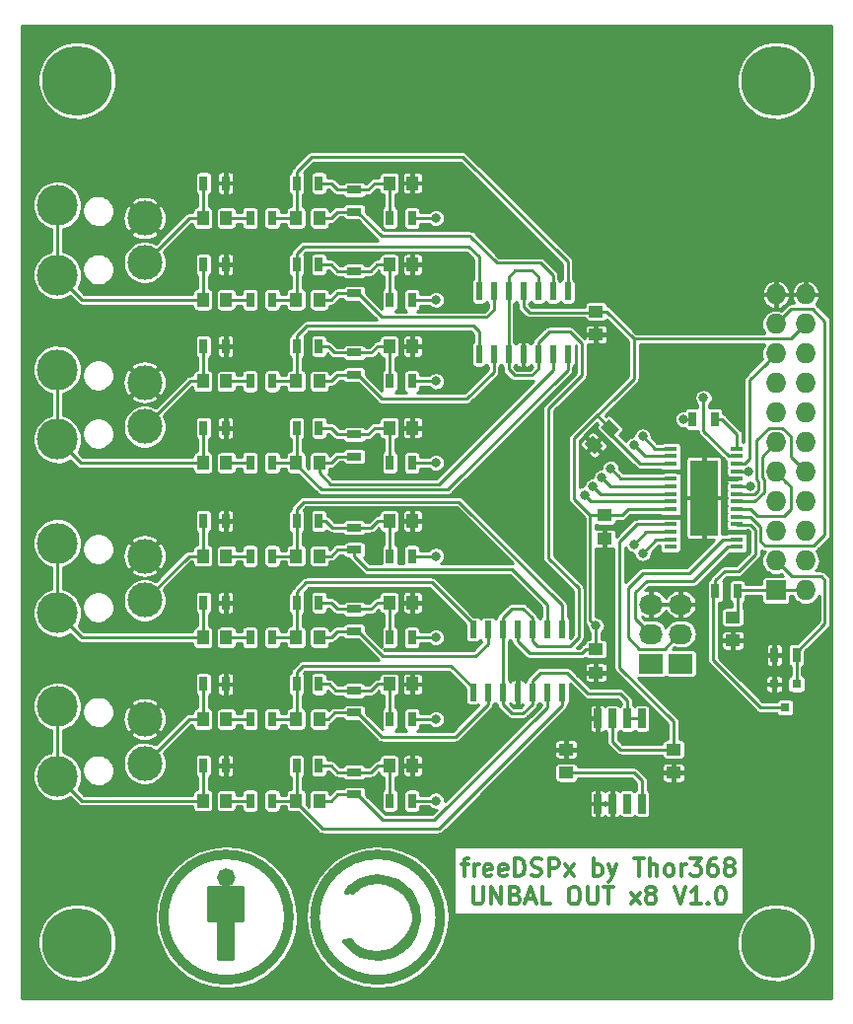
<source format=gbr>
G04 #@! TF.FileFunction,Copper,L1,Top,Signal*
%FSLAX46Y46*%
G04 Gerber Fmt 4.6, Leading zero omitted, Abs format (unit mm)*
G04 Created by KiCad (PCBNEW 4.0.0-rc1-stable) date 10.06.2016 15:53:23*
%MOMM*%
G01*
G04 APERTURE LIST*
%ADD10C,0.100000*%
%ADD11C,0.300000*%
%ADD12C,0.381000*%
%ADD13R,1.250000X1.000000*%
%ADD14R,0.800100X0.800100*%
%ADD15R,1.300000X0.700000*%
%ADD16R,0.700000X1.300000*%
%ADD17R,1.727200X1.727200*%
%ADD18O,1.727200X1.727200*%
%ADD19C,6.000000*%
%ADD20R,0.600000X1.500000*%
%ADD21R,1.100000X0.400000*%
%ADD22R,2.400000X6.460000*%
%ADD23R,1.000000X1.250000*%
%ADD24R,2.032000X1.727200*%
%ADD25O,2.032000X1.727200*%
%ADD26R,0.650000X1.700000*%
%ADD27C,3.000000*%
%ADD28C,3.500000*%
%ADD29C,0.800000*%
%ADD30C,0.250000*%
G04 APERTURE END LIST*
D10*
D11*
X38214287Y-72478571D02*
X38785716Y-72478571D01*
X38428573Y-73478571D02*
X38428573Y-72192857D01*
X38500001Y-72050000D01*
X38642859Y-71978571D01*
X38785716Y-71978571D01*
X39285716Y-73478571D02*
X39285716Y-72478571D01*
X39285716Y-72764286D02*
X39357144Y-72621429D01*
X39428573Y-72550000D01*
X39571430Y-72478571D01*
X39714287Y-72478571D01*
X40785715Y-73407143D02*
X40642858Y-73478571D01*
X40357144Y-73478571D01*
X40214287Y-73407143D01*
X40142858Y-73264286D01*
X40142858Y-72692857D01*
X40214287Y-72550000D01*
X40357144Y-72478571D01*
X40642858Y-72478571D01*
X40785715Y-72550000D01*
X40857144Y-72692857D01*
X40857144Y-72835714D01*
X40142858Y-72978571D01*
X42071429Y-73407143D02*
X41928572Y-73478571D01*
X41642858Y-73478571D01*
X41500001Y-73407143D01*
X41428572Y-73264286D01*
X41428572Y-72692857D01*
X41500001Y-72550000D01*
X41642858Y-72478571D01*
X41928572Y-72478571D01*
X42071429Y-72550000D01*
X42142858Y-72692857D01*
X42142858Y-72835714D01*
X41428572Y-72978571D01*
X42785715Y-73478571D02*
X42785715Y-71978571D01*
X43142858Y-71978571D01*
X43357143Y-72050000D01*
X43500001Y-72192857D01*
X43571429Y-72335714D01*
X43642858Y-72621429D01*
X43642858Y-72835714D01*
X43571429Y-73121429D01*
X43500001Y-73264286D01*
X43357143Y-73407143D01*
X43142858Y-73478571D01*
X42785715Y-73478571D01*
X44214286Y-73407143D02*
X44428572Y-73478571D01*
X44785715Y-73478571D01*
X44928572Y-73407143D01*
X45000001Y-73335714D01*
X45071429Y-73192857D01*
X45071429Y-73050000D01*
X45000001Y-72907143D01*
X44928572Y-72835714D01*
X44785715Y-72764286D01*
X44500001Y-72692857D01*
X44357143Y-72621429D01*
X44285715Y-72550000D01*
X44214286Y-72407143D01*
X44214286Y-72264286D01*
X44285715Y-72121429D01*
X44357143Y-72050000D01*
X44500001Y-71978571D01*
X44857143Y-71978571D01*
X45071429Y-72050000D01*
X45714286Y-73478571D02*
X45714286Y-71978571D01*
X46285714Y-71978571D01*
X46428572Y-72050000D01*
X46500000Y-72121429D01*
X46571429Y-72264286D01*
X46571429Y-72478571D01*
X46500000Y-72621429D01*
X46428572Y-72692857D01*
X46285714Y-72764286D01*
X45714286Y-72764286D01*
X47071429Y-73478571D02*
X47857143Y-72478571D01*
X47071429Y-72478571D02*
X47857143Y-73478571D01*
X49571429Y-73478571D02*
X49571429Y-71978571D01*
X49571429Y-72550000D02*
X49714286Y-72478571D01*
X50000000Y-72478571D01*
X50142857Y-72550000D01*
X50214286Y-72621429D01*
X50285715Y-72764286D01*
X50285715Y-73192857D01*
X50214286Y-73335714D01*
X50142857Y-73407143D01*
X50000000Y-73478571D01*
X49714286Y-73478571D01*
X49571429Y-73407143D01*
X50785715Y-72478571D02*
X51142858Y-73478571D01*
X51500000Y-72478571D02*
X51142858Y-73478571D01*
X51000000Y-73835714D01*
X50928572Y-73907143D01*
X50785715Y-73978571D01*
X53000000Y-71978571D02*
X53857143Y-71978571D01*
X53428572Y-73478571D02*
X53428572Y-71978571D01*
X54357143Y-73478571D02*
X54357143Y-71978571D01*
X55000000Y-73478571D02*
X55000000Y-72692857D01*
X54928571Y-72550000D01*
X54785714Y-72478571D01*
X54571429Y-72478571D01*
X54428571Y-72550000D01*
X54357143Y-72621429D01*
X55928572Y-73478571D02*
X55785714Y-73407143D01*
X55714286Y-73335714D01*
X55642857Y-73192857D01*
X55642857Y-72764286D01*
X55714286Y-72621429D01*
X55785714Y-72550000D01*
X55928572Y-72478571D01*
X56142857Y-72478571D01*
X56285714Y-72550000D01*
X56357143Y-72621429D01*
X56428572Y-72764286D01*
X56428572Y-73192857D01*
X56357143Y-73335714D01*
X56285714Y-73407143D01*
X56142857Y-73478571D01*
X55928572Y-73478571D01*
X57071429Y-73478571D02*
X57071429Y-72478571D01*
X57071429Y-72764286D02*
X57142857Y-72621429D01*
X57214286Y-72550000D01*
X57357143Y-72478571D01*
X57500000Y-72478571D01*
X57857143Y-71978571D02*
X58785714Y-71978571D01*
X58285714Y-72550000D01*
X58500000Y-72550000D01*
X58642857Y-72621429D01*
X58714286Y-72692857D01*
X58785714Y-72835714D01*
X58785714Y-73192857D01*
X58714286Y-73335714D01*
X58642857Y-73407143D01*
X58500000Y-73478571D01*
X58071428Y-73478571D01*
X57928571Y-73407143D01*
X57857143Y-73335714D01*
X60071428Y-71978571D02*
X59785714Y-71978571D01*
X59642857Y-72050000D01*
X59571428Y-72121429D01*
X59428571Y-72335714D01*
X59357142Y-72621429D01*
X59357142Y-73192857D01*
X59428571Y-73335714D01*
X59499999Y-73407143D01*
X59642857Y-73478571D01*
X59928571Y-73478571D01*
X60071428Y-73407143D01*
X60142857Y-73335714D01*
X60214285Y-73192857D01*
X60214285Y-72835714D01*
X60142857Y-72692857D01*
X60071428Y-72621429D01*
X59928571Y-72550000D01*
X59642857Y-72550000D01*
X59499999Y-72621429D01*
X59428571Y-72692857D01*
X59357142Y-72835714D01*
X61071428Y-72621429D02*
X60928570Y-72550000D01*
X60857142Y-72478571D01*
X60785713Y-72335714D01*
X60785713Y-72264286D01*
X60857142Y-72121429D01*
X60928570Y-72050000D01*
X61071428Y-71978571D01*
X61357142Y-71978571D01*
X61499999Y-72050000D01*
X61571428Y-72121429D01*
X61642856Y-72264286D01*
X61642856Y-72335714D01*
X61571428Y-72478571D01*
X61499999Y-72550000D01*
X61357142Y-72621429D01*
X61071428Y-72621429D01*
X60928570Y-72692857D01*
X60857142Y-72764286D01*
X60785713Y-72907143D01*
X60785713Y-73192857D01*
X60857142Y-73335714D01*
X60928570Y-73407143D01*
X61071428Y-73478571D01*
X61357142Y-73478571D01*
X61499999Y-73407143D01*
X61571428Y-73335714D01*
X61642856Y-73192857D01*
X61642856Y-72907143D01*
X61571428Y-72764286D01*
X61499999Y-72692857D01*
X61357142Y-72621429D01*
X39178572Y-74378571D02*
X39178572Y-75592857D01*
X39250000Y-75735714D01*
X39321429Y-75807143D01*
X39464286Y-75878571D01*
X39750000Y-75878571D01*
X39892858Y-75807143D01*
X39964286Y-75735714D01*
X40035715Y-75592857D01*
X40035715Y-74378571D01*
X40750001Y-75878571D02*
X40750001Y-74378571D01*
X41607144Y-75878571D01*
X41607144Y-74378571D01*
X42821430Y-75092857D02*
X43035716Y-75164286D01*
X43107144Y-75235714D01*
X43178573Y-75378571D01*
X43178573Y-75592857D01*
X43107144Y-75735714D01*
X43035716Y-75807143D01*
X42892858Y-75878571D01*
X42321430Y-75878571D01*
X42321430Y-74378571D01*
X42821430Y-74378571D01*
X42964287Y-74450000D01*
X43035716Y-74521429D01*
X43107144Y-74664286D01*
X43107144Y-74807143D01*
X43035716Y-74950000D01*
X42964287Y-75021429D01*
X42821430Y-75092857D01*
X42321430Y-75092857D01*
X43750001Y-75450000D02*
X44464287Y-75450000D01*
X43607144Y-75878571D02*
X44107144Y-74378571D01*
X44607144Y-75878571D01*
X45821430Y-75878571D02*
X45107144Y-75878571D01*
X45107144Y-74378571D01*
X47750001Y-74378571D02*
X48035715Y-74378571D01*
X48178573Y-74450000D01*
X48321430Y-74592857D01*
X48392858Y-74878571D01*
X48392858Y-75378571D01*
X48321430Y-75664286D01*
X48178573Y-75807143D01*
X48035715Y-75878571D01*
X47750001Y-75878571D01*
X47607144Y-75807143D01*
X47464287Y-75664286D01*
X47392858Y-75378571D01*
X47392858Y-74878571D01*
X47464287Y-74592857D01*
X47607144Y-74450000D01*
X47750001Y-74378571D01*
X49035716Y-74378571D02*
X49035716Y-75592857D01*
X49107144Y-75735714D01*
X49178573Y-75807143D01*
X49321430Y-75878571D01*
X49607144Y-75878571D01*
X49750002Y-75807143D01*
X49821430Y-75735714D01*
X49892859Y-75592857D01*
X49892859Y-74378571D01*
X50392859Y-74378571D02*
X51250002Y-74378571D01*
X50821431Y-75878571D02*
X50821431Y-74378571D01*
X52750002Y-75878571D02*
X53535716Y-74878571D01*
X52750002Y-74878571D02*
X53535716Y-75878571D01*
X54321431Y-75021429D02*
X54178573Y-74950000D01*
X54107145Y-74878571D01*
X54035716Y-74735714D01*
X54035716Y-74664286D01*
X54107145Y-74521429D01*
X54178573Y-74450000D01*
X54321431Y-74378571D01*
X54607145Y-74378571D01*
X54750002Y-74450000D01*
X54821431Y-74521429D01*
X54892859Y-74664286D01*
X54892859Y-74735714D01*
X54821431Y-74878571D01*
X54750002Y-74950000D01*
X54607145Y-75021429D01*
X54321431Y-75021429D01*
X54178573Y-75092857D01*
X54107145Y-75164286D01*
X54035716Y-75307143D01*
X54035716Y-75592857D01*
X54107145Y-75735714D01*
X54178573Y-75807143D01*
X54321431Y-75878571D01*
X54607145Y-75878571D01*
X54750002Y-75807143D01*
X54821431Y-75735714D01*
X54892859Y-75592857D01*
X54892859Y-75307143D01*
X54821431Y-75164286D01*
X54750002Y-75092857D01*
X54607145Y-75021429D01*
X56464287Y-74378571D02*
X56964287Y-75878571D01*
X57464287Y-74378571D01*
X58750001Y-75878571D02*
X57892858Y-75878571D01*
X58321430Y-75878571D02*
X58321430Y-74378571D01*
X58178573Y-74592857D01*
X58035715Y-74735714D01*
X57892858Y-74807143D01*
X59392858Y-75735714D02*
X59464286Y-75807143D01*
X59392858Y-75878571D01*
X59321429Y-75807143D01*
X59392858Y-75735714D01*
X59392858Y-75878571D01*
X60392858Y-74378571D02*
X60535715Y-74378571D01*
X60678572Y-74450000D01*
X60750001Y-74521429D01*
X60821430Y-74664286D01*
X60892858Y-74950000D01*
X60892858Y-75307143D01*
X60821430Y-75592857D01*
X60750001Y-75735714D01*
X60678572Y-75807143D01*
X60535715Y-75878571D01*
X60392858Y-75878571D01*
X60250001Y-75807143D01*
X60178572Y-75735714D01*
X60107144Y-75592857D01*
X60035715Y-75307143D01*
X60035715Y-74950000D01*
X60107144Y-74664286D01*
X60178572Y-74521429D01*
X60250001Y-74450000D01*
X60392858Y-74378571D01*
D12*
X17601220Y-77299720D02*
X17601220Y-80299460D01*
X17601220Y-80299460D02*
X17799340Y-80299460D01*
X17799340Y-80299460D02*
X17799340Y-77299720D01*
X17799340Y-77299720D02*
X18099060Y-77299720D01*
X18099060Y-77299720D02*
X18099060Y-80401060D01*
X18099060Y-80401060D02*
X18299720Y-80401060D01*
X18299720Y-80401060D02*
X18299720Y-77299720D01*
X19198880Y-75100080D02*
X16600460Y-75100080D01*
X16600460Y-75100080D02*
X16600460Y-75498860D01*
X16600460Y-75498860D02*
X16600460Y-75399800D01*
X16600460Y-75399800D02*
X19198880Y-75399800D01*
X19198880Y-75399800D02*
X19198880Y-75699520D01*
X19198880Y-75699520D02*
X16699520Y-75699520D01*
X16699520Y-75699520D02*
X16699520Y-75900180D01*
X16699520Y-75900180D02*
X19099820Y-75900180D01*
X19099820Y-75900180D02*
X19099820Y-76199900D01*
X19099820Y-76199900D02*
X16600460Y-76199900D01*
X16600460Y-76199900D02*
X16600460Y-76499620D01*
X16600460Y-76499620D02*
X19099820Y-76499620D01*
X19099820Y-76499620D02*
X19099820Y-76700280D01*
X19099820Y-76700280D02*
X16600460Y-76700280D01*
X16600460Y-76700280D02*
X16600460Y-76900940D01*
X16600460Y-76900940D02*
X19099820Y-76900940D01*
X16600460Y-74800360D02*
X19099820Y-74800360D01*
X18299720Y-73200160D02*
X18299720Y-74000260D01*
X17700280Y-73200160D02*
X17700280Y-73901200D01*
X18000000Y-73200160D02*
X18000000Y-74000260D01*
X17400560Y-80500120D02*
X18500380Y-80500120D01*
X18500380Y-80500120D02*
X18500380Y-77299720D01*
X17400560Y-77299720D02*
X17400560Y-80500120D01*
X16498860Y-74500640D02*
X19300480Y-74500640D01*
X19300480Y-74500640D02*
X19300480Y-77200660D01*
X19300480Y-77200660D02*
X16498860Y-77200660D01*
X16498860Y-77200660D02*
X16498860Y-74500640D01*
X18583277Y-73598940D02*
G75*
G03X18583277Y-73598940I-583277J0D01*
G01*
X18000000Y-71599960D02*
X17499620Y-71599960D01*
X17499620Y-71599960D02*
X16699520Y-71899680D01*
X16699520Y-71899680D02*
X16001020Y-72100340D01*
X16001020Y-72100340D02*
X15299980Y-72301000D01*
X15299980Y-72301000D02*
X14700540Y-72798840D01*
X14700540Y-72798840D02*
X13999500Y-73400820D01*
X13999500Y-73400820D02*
X13499120Y-74000260D01*
X13499120Y-74000260D02*
X12998740Y-74899420D01*
X12998740Y-74899420D02*
X12699020Y-75900180D01*
X12699020Y-75900180D02*
X12599960Y-77099060D01*
X12599960Y-77099060D02*
X12800620Y-78300480D01*
X12800620Y-78300480D02*
X13199400Y-79400300D01*
X13199400Y-79400300D02*
X14200160Y-80898900D01*
X14200160Y-80898900D02*
X15399040Y-81800600D01*
X15399040Y-81800600D02*
X16699520Y-82300980D01*
X16699520Y-82300980D02*
X18099060Y-82300980D01*
X18099060Y-82300980D02*
X19600200Y-82199380D01*
X19600200Y-82199380D02*
X20600960Y-81699000D01*
X20600960Y-81699000D02*
X22201160Y-80401060D01*
X22201160Y-80401060D02*
X23001260Y-78800860D01*
X23001260Y-78800860D02*
X23400040Y-77299720D01*
X23400040Y-77299720D02*
X23199380Y-75600460D01*
X23199380Y-75600460D02*
X22699000Y-74500640D01*
X22699000Y-74500640D02*
X21401060Y-72900440D01*
X21401060Y-72900440D02*
X20400300Y-72199400D01*
X20400300Y-72199400D02*
X19399540Y-71800620D01*
X19399540Y-71800620D02*
X18000000Y-71699020D01*
X23180604Y-77000000D02*
G75*
G03X23180604Y-77000000I-5180604J0D01*
G01*
X23588000Y-77000000D02*
G75*
G03X23588000Y-77000000I-5588000J0D01*
G01*
X28550000Y-74400000D02*
X28300000Y-74800000D01*
X28300000Y-74800000D02*
X28725000Y-74775000D01*
X28725000Y-74775000D02*
X28600000Y-74450000D01*
X28375000Y-79250000D02*
X28150000Y-79025000D01*
X28150000Y-79025000D02*
X28550000Y-78975000D01*
X28700000Y-79375000D02*
X29125000Y-79750000D01*
X29125000Y-79750000D02*
X29150000Y-79750000D01*
X29199140Y-79900680D02*
X30799340Y-80299460D01*
X30799340Y-80299460D02*
X32300480Y-79999740D01*
X32300480Y-79999740D02*
X33301240Y-79301240D01*
X33301240Y-79301240D02*
X33999740Y-78198880D01*
X33999740Y-78198880D02*
X34299460Y-77200660D01*
X34299460Y-77200660D02*
X34098800Y-75999240D01*
X34098800Y-75999240D02*
X33499360Y-74800360D01*
X33499360Y-74800360D02*
X32501140Y-74000260D01*
X32501140Y-74000260D02*
X31099060Y-73700540D01*
X31099060Y-73700540D02*
X29699520Y-73901200D01*
X29699520Y-73901200D02*
X28800360Y-74500640D01*
X28599700Y-78998980D02*
X29001020Y-79400300D01*
X29001020Y-79400300D02*
X29600460Y-79799080D01*
X29600460Y-79799080D02*
X30199900Y-79999740D01*
X30199900Y-79999740D02*
X30900940Y-80098800D01*
X30900940Y-80098800D02*
X31599440Y-79999740D01*
X31599440Y-79999740D02*
X32300480Y-79799080D01*
X32300480Y-79799080D02*
X32899920Y-79301240D01*
X32899920Y-79301240D02*
X33499360Y-78699260D01*
X33499360Y-78699260D02*
X33799080Y-78198880D01*
X33799080Y-78198880D02*
X34098800Y-77398780D01*
X34098800Y-77398780D02*
X34098800Y-76799340D01*
X34098800Y-76799340D02*
X33999740Y-76199900D01*
X33999740Y-76199900D02*
X33799080Y-75699520D01*
X33799080Y-75699520D02*
X33400300Y-75001020D01*
X33400300Y-75001020D02*
X32899920Y-74599700D01*
X32899920Y-74599700D02*
X32300480Y-74200920D01*
X32300480Y-74200920D02*
X31701040Y-74000260D01*
X31701040Y-74000260D02*
X31000000Y-73901200D01*
X31000000Y-73901200D02*
X30199900Y-74000260D01*
X30199900Y-74000260D02*
X29399800Y-74299980D01*
X29399800Y-74299980D02*
X28800360Y-74800360D01*
X28599700Y-74399040D02*
X29300740Y-73901200D01*
X29300740Y-73901200D02*
X29999240Y-73598940D01*
X29999240Y-73598940D02*
X30900940Y-73499880D01*
X30900940Y-73499880D02*
X31800100Y-73598940D01*
X31800100Y-73598940D02*
X32699260Y-73901200D01*
X32699260Y-73901200D02*
X33799080Y-74800360D01*
X33799080Y-74800360D02*
X34401060Y-76100840D01*
X34401060Y-76100840D02*
X34500120Y-77200660D01*
X34500120Y-77200660D02*
X34098800Y-78501140D01*
X34098800Y-78501140D02*
X33700020Y-79199640D01*
X33700020Y-79199640D02*
X32998980Y-79799080D01*
X32998980Y-79799080D02*
X32300480Y-80200400D01*
X32300480Y-80200400D02*
X31200660Y-80500120D01*
X31200660Y-80500120D02*
X30298960Y-80401060D01*
X30298960Y-80401060D02*
X29498860Y-80200400D01*
X29498860Y-80200400D02*
X28899420Y-79799080D01*
X28899420Y-79799080D02*
X28399040Y-79301240D01*
X31000000Y-71599960D02*
X30499620Y-71599960D01*
X30499620Y-71599960D02*
X29699520Y-71899680D01*
X29699520Y-71899680D02*
X29001020Y-72100340D01*
X29001020Y-72100340D02*
X28299980Y-72301000D01*
X28299980Y-72301000D02*
X27700540Y-72798840D01*
X27700540Y-72798840D02*
X26999500Y-73400820D01*
X26999500Y-73400820D02*
X26499120Y-74000260D01*
X26499120Y-74000260D02*
X25998740Y-74899420D01*
X25998740Y-74899420D02*
X25699020Y-75900180D01*
X25699020Y-75900180D02*
X25599960Y-77099060D01*
X25599960Y-77099060D02*
X25800620Y-78300480D01*
X25800620Y-78300480D02*
X26199400Y-79400300D01*
X26199400Y-79400300D02*
X27200160Y-80898900D01*
X27200160Y-80898900D02*
X28399040Y-81800600D01*
X28399040Y-81800600D02*
X29699520Y-82300980D01*
X29699520Y-82300980D02*
X31099060Y-82300980D01*
X31099060Y-82300980D02*
X32600200Y-82199380D01*
X32600200Y-82199380D02*
X33600960Y-81699000D01*
X33600960Y-81699000D02*
X35201160Y-80401060D01*
X35201160Y-80401060D02*
X36001260Y-78800860D01*
X36001260Y-78800860D02*
X36400040Y-77299720D01*
X36400040Y-77299720D02*
X36199380Y-75600460D01*
X36199380Y-75600460D02*
X35699000Y-74500640D01*
X35699000Y-74500640D02*
X34401060Y-72900440D01*
X34401060Y-72900440D02*
X33400300Y-72199400D01*
X33400300Y-72199400D02*
X32399540Y-71800620D01*
X32399540Y-71800620D02*
X31000000Y-71699020D01*
X36180604Y-77000000D02*
G75*
G03X36180604Y-77000000I-5180604J0D01*
G01*
X36588000Y-77000000D02*
G75*
G03X36588000Y-77000000I-5588000J0D01*
G01*
D13*
X49750000Y-54000000D03*
X49750000Y-56000000D03*
D14*
X66950000Y-56999240D03*
X65050000Y-56999240D03*
X66000000Y-58998220D03*
D15*
X29000000Y-37450000D03*
X29000000Y-35550000D03*
D13*
X47200000Y-64600000D03*
X47200000Y-62600000D03*
D16*
X65050000Y-54500000D03*
X66950000Y-54500000D03*
D17*
X65200000Y-48950000D03*
D18*
X67740000Y-48950000D03*
X65200000Y-46410000D03*
X67740000Y-46410000D03*
X65200000Y-43870000D03*
X67740000Y-43870000D03*
X65200000Y-41330000D03*
X67740000Y-41330000D03*
X65200000Y-38790000D03*
X67740000Y-38790000D03*
X65200000Y-36250000D03*
X67740000Y-36250000D03*
X65200000Y-33710000D03*
X67740000Y-33710000D03*
X65200000Y-31170000D03*
X67740000Y-31170000D03*
X65200000Y-28630000D03*
X67740000Y-28630000D03*
X65200000Y-26090000D03*
X67740000Y-26090000D03*
X65200000Y-23550000D03*
X67740000Y-23550000D03*
D19*
X5200000Y-79200000D03*
X65200000Y-79200000D03*
X65200000Y-5200000D03*
D16*
X60000000Y-49000000D03*
X61900000Y-49000000D03*
D13*
X50500000Y-42500000D03*
X50500000Y-44500000D03*
D20*
X47310000Y-23300000D03*
X46040000Y-23300000D03*
X44770000Y-23300000D03*
X43500000Y-23300000D03*
X42230000Y-23300000D03*
X40960000Y-23300000D03*
X39690000Y-23300000D03*
X39690000Y-28700000D03*
X40960000Y-28700000D03*
X42230000Y-28700000D03*
X43500000Y-28700000D03*
X44770000Y-28700000D03*
X46040000Y-28700000D03*
X47310000Y-28700000D03*
X46810000Y-52300000D03*
X45540000Y-52300000D03*
X44270000Y-52300000D03*
X43000000Y-52300000D03*
X41730000Y-52300000D03*
X40460000Y-52300000D03*
X39190000Y-52300000D03*
X39190000Y-57700000D03*
X40460000Y-57700000D03*
X41730000Y-57700000D03*
X43000000Y-57700000D03*
X44270000Y-57700000D03*
X45540000Y-57700000D03*
X46810000Y-57700000D03*
D21*
X61850000Y-45225000D03*
X61850000Y-44575000D03*
X61850000Y-43925000D03*
X61850000Y-43275000D03*
X61850000Y-42625000D03*
X61850000Y-41975000D03*
X61850000Y-41325000D03*
X61850000Y-40675000D03*
X61850000Y-40025000D03*
X61850000Y-39375000D03*
X61850000Y-38725000D03*
X61850000Y-38075000D03*
X61850000Y-37425000D03*
X61850000Y-36775000D03*
X56150000Y-36775000D03*
X56150000Y-37425000D03*
X56150000Y-38075000D03*
X56150000Y-38725000D03*
X56150000Y-39375000D03*
X56150000Y-40025000D03*
X56150000Y-40675000D03*
X56150000Y-41325000D03*
X56150000Y-41975000D03*
X56150000Y-42625000D03*
X56150000Y-43275000D03*
X56150000Y-43925000D03*
X56150000Y-44575000D03*
X56150000Y-45225000D03*
D22*
X59000000Y-41000000D03*
D23*
X24000000Y-31000000D03*
X26000000Y-31000000D03*
D13*
X49750000Y-25000000D03*
X49750000Y-27000000D03*
X56400000Y-62600000D03*
X56400000Y-64600000D03*
D23*
X32000000Y-14000000D03*
X34000000Y-14000000D03*
X32000000Y-21000000D03*
X34000000Y-21000000D03*
X32000000Y-28000000D03*
X34000000Y-28000000D03*
X32000000Y-35000000D03*
X34000000Y-35000000D03*
X24000000Y-17000000D03*
X26000000Y-17000000D03*
X24000000Y-24000000D03*
X26000000Y-24000000D03*
X24000000Y-38000000D03*
X26000000Y-38000000D03*
X16000000Y-17000000D03*
X18000000Y-17000000D03*
X16000000Y-24000000D03*
X18000000Y-24000000D03*
X16000000Y-31000000D03*
X18000000Y-31000000D03*
X16000000Y-38000000D03*
X18000000Y-38000000D03*
X32000000Y-43000000D03*
X34000000Y-43000000D03*
X32000000Y-50000000D03*
X34000000Y-50000000D03*
X32000000Y-57000000D03*
X34000000Y-57000000D03*
X32000000Y-64000000D03*
X34000000Y-64000000D03*
X24000000Y-46000000D03*
X26000000Y-46000000D03*
X24000000Y-53000000D03*
X26000000Y-53000000D03*
X24000000Y-60000000D03*
X26000000Y-60000000D03*
X24000000Y-67000000D03*
X26000000Y-67000000D03*
X16000000Y-46000000D03*
X18000000Y-46000000D03*
X16000000Y-53000000D03*
X18000000Y-53000000D03*
X16000000Y-60000000D03*
X18000000Y-60000000D03*
X16000000Y-67000000D03*
X18000000Y-67000000D03*
D13*
X61500000Y-51250000D03*
X61500000Y-53250000D03*
D10*
G36*
X50868719Y-34247398D02*
X51752602Y-35131281D01*
X51045495Y-35838388D01*
X50161612Y-34954505D01*
X50868719Y-34247398D01*
X50868719Y-34247398D01*
G37*
G36*
X49454505Y-35661612D02*
X50338388Y-36545495D01*
X49631281Y-37252602D01*
X48747398Y-36368719D01*
X49454505Y-35661612D01*
X49454505Y-35661612D01*
G37*
D16*
X58050000Y-34250000D03*
X59950000Y-34250000D03*
X32050000Y-17000000D03*
X33950000Y-17000000D03*
X32050000Y-24000000D03*
X33950000Y-24000000D03*
X32050000Y-31000000D03*
X33950000Y-31000000D03*
X32050000Y-38000000D03*
X33950000Y-38000000D03*
X25950000Y-14000000D03*
X24050000Y-14000000D03*
X25950000Y-21000000D03*
X24050000Y-21000000D03*
X25950000Y-28000000D03*
X24050000Y-28000000D03*
X25950000Y-35000000D03*
X24050000Y-35000000D03*
D15*
X29000000Y-16450000D03*
X29000000Y-14550000D03*
X29000000Y-23450000D03*
X29000000Y-21550000D03*
X29000000Y-30450000D03*
X29000000Y-28550000D03*
D16*
X20050000Y-17000000D03*
X21950000Y-17000000D03*
X20050000Y-24000000D03*
X21950000Y-24000000D03*
X20050000Y-31000000D03*
X21950000Y-31000000D03*
X20050000Y-38000000D03*
X21950000Y-38000000D03*
X17950000Y-14000000D03*
X16050000Y-14000000D03*
X17950000Y-21000000D03*
X16050000Y-21000000D03*
X17950000Y-28000000D03*
X16050000Y-28000000D03*
X17950000Y-35000000D03*
X16050000Y-35000000D03*
X32050000Y-46000000D03*
X33950000Y-46000000D03*
X32050000Y-53000000D03*
X33950000Y-53000000D03*
X32050000Y-60000000D03*
X33950000Y-60000000D03*
X32050000Y-67000000D03*
X33950000Y-67000000D03*
X25950000Y-43000000D03*
X24050000Y-43000000D03*
X25950000Y-50000000D03*
X24050000Y-50000000D03*
X25950000Y-57000000D03*
X24050000Y-57000000D03*
X25950000Y-64000000D03*
X24050000Y-64000000D03*
D15*
X29000000Y-45450000D03*
X29000000Y-43550000D03*
X29000000Y-52450000D03*
X29000000Y-50550000D03*
X29000000Y-59450000D03*
X29000000Y-57550000D03*
X29000000Y-66450000D03*
X29000000Y-64550000D03*
D16*
X20050000Y-46000000D03*
X21950000Y-46000000D03*
X20050000Y-53000000D03*
X21950000Y-53000000D03*
X20050000Y-60000000D03*
X21950000Y-60000000D03*
X20050000Y-67000000D03*
X21950000Y-67000000D03*
X17950000Y-43000000D03*
X16050000Y-43000000D03*
X17950000Y-50000000D03*
X16050000Y-50000000D03*
X17950000Y-57000000D03*
X16050000Y-57000000D03*
X17950000Y-64000000D03*
X16050000Y-64000000D03*
D19*
X5200000Y-5200000D03*
D24*
X57015000Y-55225001D03*
D25*
X57015000Y-52685001D03*
X57015000Y-50145001D03*
D24*
X54475000Y-55225001D03*
D25*
X54475000Y-52685001D03*
X54475000Y-50145001D03*
D26*
X53705000Y-59950000D03*
X52435000Y-59950000D03*
X51165000Y-59950000D03*
X49895000Y-59950000D03*
X49895000Y-67250000D03*
X51165000Y-67250000D03*
X52435000Y-67250000D03*
X53705000Y-67250000D03*
D27*
X11000000Y-17000000D03*
X11000000Y-20800000D03*
D28*
X3500000Y-15900000D03*
X3500000Y-21900000D03*
D27*
X11000000Y-31100000D03*
X11000000Y-34900000D03*
D28*
X3500000Y-30000000D03*
X3500000Y-36000000D03*
D27*
X11000000Y-46000000D03*
X11000000Y-49800000D03*
D28*
X3500000Y-44900000D03*
X3500000Y-50900000D03*
D27*
X11000000Y-60000000D03*
X11000000Y-63800000D03*
D28*
X3500000Y-58900000D03*
X3500000Y-64900000D03*
D29*
X49750000Y-52000000D03*
X47200000Y-64600000D03*
X50600000Y-28400000D03*
X57250000Y-34250000D03*
X63000000Y-40000000D03*
X53750000Y-35750000D03*
X36000000Y-67000000D03*
X53000000Y-36500000D03*
X36000000Y-60000000D03*
X51000000Y-38500000D03*
X36000000Y-53000000D03*
X50250000Y-39250000D03*
X36000000Y-46000000D03*
X49500000Y-40000000D03*
X36000000Y-38000000D03*
X48750000Y-40750000D03*
X36000000Y-31000000D03*
X53000000Y-45000000D03*
X36000000Y-24000000D03*
X53750000Y-45750000D03*
X36000000Y-17000000D03*
X62800916Y-38728370D03*
X58981873Y-32435634D03*
D30*
X53705000Y-65294508D02*
X53705000Y-67250000D01*
X49251991Y-42500000D02*
X49251991Y-51501991D01*
X49251991Y-51501991D02*
X49750000Y-52000000D01*
X44072435Y-54372435D02*
X48502565Y-54372435D01*
X48502565Y-54372435D02*
X48875000Y-54000000D01*
X48875000Y-54000000D02*
X49750000Y-54000000D01*
X49750000Y-54000000D02*
X49750000Y-52000000D01*
X52989999Y-27364999D02*
X66465001Y-27364999D01*
X66465001Y-27364999D02*
X67740000Y-26090000D01*
X49750000Y-25000000D02*
X50625000Y-25000000D01*
X50625000Y-25000000D02*
X52989999Y-27364999D01*
X51370528Y-32379472D02*
X49750000Y-34000000D01*
X52989999Y-27364999D02*
X52989999Y-30760001D01*
X52989999Y-30760001D02*
X51370528Y-32379472D01*
X47200000Y-64600000D02*
X53010492Y-64600000D01*
X53010492Y-64600000D02*
X53705000Y-65294508D01*
X50957107Y-35042893D02*
X49832107Y-33917893D01*
X49832107Y-33917893D02*
X49750000Y-34000000D01*
X47838187Y-35911813D02*
X49750000Y-34000000D01*
X47838187Y-41086196D02*
X47838187Y-35911813D01*
X50957107Y-35042893D02*
X50957107Y-35509845D01*
X50957107Y-35509845D02*
X53522262Y-38075000D01*
X55350000Y-38075000D02*
X56150000Y-38075000D01*
X53522262Y-38075000D02*
X55350000Y-38075000D01*
X49251991Y-42500000D02*
X47838187Y-41086196D01*
X49251991Y-42500000D02*
X50500000Y-42500000D01*
X56150000Y-41975000D02*
X52500000Y-41975000D01*
X52500000Y-41975000D02*
X51975000Y-42500000D01*
X51975000Y-42500000D02*
X50500000Y-42500000D01*
X44072435Y-54372435D02*
X43000000Y-53300000D01*
X43000000Y-53300000D02*
X43000000Y-52300000D01*
X43500000Y-23300000D02*
X43500000Y-24574424D01*
X43500000Y-24574424D02*
X44012291Y-25086715D01*
X44012291Y-25086715D02*
X50140212Y-25086715D01*
X49750000Y-27000000D02*
X49750000Y-27550000D01*
X49750000Y-27550000D02*
X50600000Y-28400000D01*
X51165000Y-59950000D02*
X51165000Y-61925000D01*
X56400000Y-62600000D02*
X56400000Y-60209518D01*
X56400000Y-60209518D02*
X51767774Y-55577292D01*
X51767774Y-55577292D02*
X51767774Y-44745144D01*
X51767774Y-44745144D02*
X53237918Y-43275000D01*
X53237918Y-43275000D02*
X56150000Y-43275000D01*
X51165000Y-61925000D02*
X51840000Y-62600000D01*
X51840000Y-62600000D02*
X55525000Y-62600000D01*
X55525000Y-62600000D02*
X56400000Y-62600000D01*
X32050000Y-17000000D02*
X32050000Y-14050000D01*
X32050000Y-14050000D02*
X32000000Y-14000000D01*
X30200000Y-14550000D02*
X30750000Y-14000000D01*
X30750000Y-14000000D02*
X32000000Y-14000000D01*
X29000000Y-14550000D02*
X30200000Y-14550000D01*
X27000000Y-14000000D02*
X27550000Y-14550000D01*
X27550000Y-14550000D02*
X29000000Y-14550000D01*
X25950000Y-14000000D02*
X27000000Y-14000000D01*
X29000000Y-21550000D02*
X30381232Y-21550000D01*
X30381232Y-21550000D02*
X30931232Y-21000000D01*
X30931232Y-21000000D02*
X32000000Y-21000000D01*
X32000000Y-21000000D02*
X32000000Y-23950000D01*
X32000000Y-23950000D02*
X32050000Y-24000000D01*
X27550000Y-21550000D02*
X27000000Y-21000000D01*
X27000000Y-21000000D02*
X25950000Y-21000000D01*
X29000000Y-21550000D02*
X27550000Y-21550000D01*
X32050000Y-31000000D02*
X32050000Y-28050000D01*
X32050000Y-28050000D02*
X32000000Y-28000000D01*
X30450000Y-28550000D02*
X31000000Y-28000000D01*
X31000000Y-28000000D02*
X32000000Y-28000000D01*
X29000000Y-28550000D02*
X30450000Y-28550000D01*
X26750000Y-28000000D02*
X27300000Y-28550000D01*
X27300000Y-28550000D02*
X29000000Y-28550000D01*
X25950000Y-28000000D02*
X26750000Y-28000000D01*
X32050000Y-38000000D02*
X32050000Y-35050000D01*
X32050000Y-35050000D02*
X32000000Y-35000000D01*
X30200000Y-35550000D02*
X30750000Y-35000000D01*
X30750000Y-35000000D02*
X32000000Y-35000000D01*
X29000000Y-35550000D02*
X30200000Y-35550000D01*
X27000000Y-35000000D02*
X27550000Y-35550000D01*
X27550000Y-35550000D02*
X29000000Y-35550000D01*
X25950000Y-35000000D02*
X27000000Y-35000000D01*
X47310000Y-23300000D02*
X47310000Y-20762817D01*
X47310000Y-20762817D02*
X38297183Y-11750000D01*
X38297183Y-11750000D02*
X25294698Y-11750000D01*
X25294698Y-11750000D02*
X24050000Y-12994698D01*
X24050000Y-12994698D02*
X24050000Y-14000000D01*
X24050000Y-14000000D02*
X24050000Y-16950000D01*
X24050000Y-16950000D02*
X24000000Y-17000000D01*
X21950000Y-17000000D02*
X24000000Y-17000000D01*
X41242375Y-20842375D02*
X45000000Y-20842375D01*
X45000000Y-20842375D02*
X46040000Y-21882375D01*
X39000000Y-18600000D02*
X41242375Y-20842375D01*
X31358676Y-18554193D02*
X39000000Y-18554193D01*
X39000000Y-18554193D02*
X39000000Y-18600000D01*
X29000000Y-16450000D02*
X29254483Y-16450000D01*
X29254483Y-16450000D02*
X31358676Y-18554193D01*
X46040000Y-21882375D02*
X46040000Y-23300000D01*
X26000000Y-17000000D02*
X26998232Y-17000000D01*
X26998232Y-17000000D02*
X27548232Y-16450000D01*
X27548232Y-16450000D02*
X29000000Y-16450000D01*
X24050000Y-21000000D02*
X24050000Y-20009174D01*
X24050000Y-20009174D02*
X24632961Y-19426213D01*
X24632961Y-19426213D02*
X38803310Y-19426213D01*
X38803310Y-19426213D02*
X39690000Y-20312903D01*
X39690000Y-20312903D02*
X39690000Y-23300000D01*
X24050000Y-21000000D02*
X24050000Y-20662706D01*
X39690000Y-22915002D02*
X39690000Y-23300000D01*
X24050000Y-21000000D02*
X24050000Y-23950000D01*
X24050000Y-23950000D02*
X24000000Y-24000000D01*
X21950000Y-24000000D02*
X24000000Y-24000000D01*
X29000000Y-23450000D02*
X29300000Y-23450000D01*
X29300000Y-23450000D02*
X31350000Y-25500000D01*
X31350000Y-25500000D02*
X40328241Y-25500000D01*
X40328241Y-25500000D02*
X40960000Y-24868241D01*
X40960000Y-24868241D02*
X40960000Y-23300000D01*
X29000000Y-23450000D02*
X29267599Y-23450000D01*
X27550000Y-23450000D02*
X27000000Y-24000000D01*
X27000000Y-24000000D02*
X26000000Y-24000000D01*
X29000000Y-23450000D02*
X27550000Y-23450000D01*
X24050000Y-28000000D02*
X24050000Y-27104819D01*
X24912344Y-26242475D02*
X39190507Y-26242475D01*
X24050000Y-27104819D02*
X24912344Y-26242475D01*
X39190507Y-26242475D02*
X39690000Y-26741968D01*
X39690000Y-26741968D02*
X39690000Y-28700000D01*
X24050000Y-28000000D02*
X24050000Y-30950000D01*
X24050000Y-30950000D02*
X24000000Y-31000000D01*
X21950000Y-31000000D02*
X24000000Y-31000000D01*
X29000000Y-30450000D02*
X29300000Y-30450000D01*
X29300000Y-30450000D02*
X31350000Y-32500000D01*
X31350000Y-32500000D02*
X38630125Y-32500000D01*
X38630125Y-32500000D02*
X40960000Y-30170125D01*
X40960000Y-30170125D02*
X40960000Y-28700000D01*
X27000000Y-31000000D02*
X27550000Y-30450000D01*
X27550000Y-30450000D02*
X29000000Y-30450000D01*
X26000000Y-31000000D02*
X27000000Y-31000000D01*
X24000000Y-38000000D02*
X24000000Y-38125000D01*
X26177673Y-40302673D02*
X37022707Y-40302673D01*
X24000000Y-38125000D02*
X26177673Y-40302673D01*
X47310000Y-29700000D02*
X47310000Y-28700000D01*
X37022707Y-40302673D02*
X47310000Y-30015380D01*
X47310000Y-30015380D02*
X47310000Y-29700000D01*
X24050000Y-35000000D02*
X24050000Y-37950000D01*
X24050000Y-37950000D02*
X24000000Y-38000000D01*
X21950000Y-38000000D02*
X24000000Y-38000000D01*
X26000000Y-38000000D02*
X26000000Y-38875000D01*
X26000000Y-38875000D02*
X26947693Y-39822693D01*
X26947693Y-39822693D02*
X31672693Y-39822693D01*
X29000000Y-37450000D02*
X29300000Y-37450000D01*
X31672693Y-39822693D02*
X36232371Y-39822693D01*
X36232371Y-39822693D02*
X46040000Y-30015064D01*
X46040000Y-30015064D02*
X46040000Y-28700000D01*
X27000000Y-38000000D02*
X27550000Y-37450000D01*
X27550000Y-37450000D02*
X29000000Y-37450000D01*
X26000000Y-38000000D02*
X27000000Y-38000000D01*
X11000000Y-20800000D02*
X14800000Y-17000000D01*
X14800000Y-17000000D02*
X16000000Y-17000000D01*
X16050000Y-14000000D02*
X16050000Y-16950000D01*
X16050000Y-16950000D02*
X16000000Y-17000000D01*
X18000000Y-17000000D02*
X20050000Y-17000000D01*
X3500000Y-21900000D02*
X5600000Y-24000000D01*
X5600000Y-24000000D02*
X16000000Y-24000000D01*
X16050000Y-21000000D02*
X16050000Y-23950000D01*
X16050000Y-23950000D02*
X16000000Y-24000000D01*
X3500000Y-15900000D02*
X3500000Y-18374873D01*
X3500000Y-18374873D02*
X3500000Y-21900000D01*
X18000000Y-24000000D02*
X20050000Y-24000000D01*
X11000000Y-34900000D02*
X14900000Y-31000000D01*
X14900000Y-31000000D02*
X16000000Y-31000000D01*
X16050000Y-28000000D02*
X16050000Y-30950000D01*
X16050000Y-30950000D02*
X16000000Y-31000000D01*
X15900000Y-31100000D02*
X16000000Y-31000000D01*
X19500000Y-31000000D02*
X20050000Y-31000000D01*
X18000000Y-31000000D02*
X19500000Y-31000000D01*
X3500000Y-30000000D02*
X3500000Y-36000000D01*
X16050000Y-35000000D02*
X16050000Y-37950000D01*
X16050000Y-37950000D02*
X16000000Y-38000000D01*
X3500000Y-36000000D02*
X5500000Y-38000000D01*
X5500000Y-38000000D02*
X16000000Y-38000000D01*
X18000000Y-38000000D02*
X20050000Y-38000000D01*
X32050000Y-46000000D02*
X32050000Y-43050000D01*
X32050000Y-43050000D02*
X32000000Y-43000000D01*
X30450000Y-43550000D02*
X31000000Y-43000000D01*
X31000000Y-43000000D02*
X32000000Y-43000000D01*
X29000000Y-43550000D02*
X30450000Y-43550000D01*
X25950000Y-43000000D02*
X26550000Y-43000000D01*
X26550000Y-43000000D02*
X27100000Y-43550000D01*
X27100000Y-43550000D02*
X29000000Y-43550000D01*
X32050000Y-53000000D02*
X32050000Y-50050000D01*
X32050000Y-50050000D02*
X32000000Y-50000000D01*
X30450000Y-50550000D02*
X31000000Y-50000000D01*
X31000000Y-50000000D02*
X32000000Y-50000000D01*
X29000000Y-50550000D02*
X30450000Y-50550000D01*
X27000000Y-50000000D02*
X27550000Y-50550000D01*
X27550000Y-50550000D02*
X29000000Y-50550000D01*
X25950000Y-50000000D02*
X27000000Y-50000000D01*
X32050000Y-60000000D02*
X32050000Y-57050000D01*
X32050000Y-57050000D02*
X32000000Y-57000000D01*
X30450000Y-57550000D02*
X31000000Y-57000000D01*
X31000000Y-57000000D02*
X32000000Y-57000000D01*
X29000000Y-57550000D02*
X30450000Y-57550000D01*
X25950000Y-57000000D02*
X26852416Y-57000000D01*
X26852416Y-57000000D02*
X27402416Y-57550000D01*
X27402416Y-57550000D02*
X29000000Y-57550000D01*
X32050000Y-67000000D02*
X32050000Y-64050000D01*
X32050000Y-64050000D02*
X32000000Y-64000000D01*
X30450000Y-64550000D02*
X31000000Y-64000000D01*
X31000000Y-64000000D02*
X32000000Y-64000000D01*
X29000000Y-64550000D02*
X30450000Y-64550000D01*
X27000000Y-64000000D02*
X27550000Y-64550000D01*
X27550000Y-64550000D02*
X29000000Y-64550000D01*
X25950000Y-64000000D02*
X27000000Y-64000000D01*
X24050000Y-43000000D02*
X24050000Y-41936314D01*
X24050000Y-41936314D02*
X24646131Y-41340183D01*
X24646131Y-41340183D02*
X37975276Y-41340183D01*
X37975276Y-41340183D02*
X46810000Y-50174907D01*
X46810000Y-50174907D02*
X46810000Y-52300000D01*
X24050000Y-43000000D02*
X24050000Y-45950000D01*
X24050000Y-45950000D02*
X24000000Y-46000000D01*
X21950000Y-46000000D02*
X24000000Y-46000000D01*
X29000000Y-45450000D02*
X29000000Y-46050000D01*
X29000000Y-46050000D02*
X30108067Y-47158067D01*
X30108067Y-47158067D02*
X42549718Y-47158067D01*
X42549718Y-47158067D02*
X45540000Y-50148349D01*
X45540000Y-50148349D02*
X45540000Y-52300000D01*
X27000000Y-46000000D02*
X27550000Y-45450000D01*
X27550000Y-45450000D02*
X29000000Y-45450000D01*
X26000000Y-46000000D02*
X27000000Y-46000000D01*
X24050000Y-50000000D02*
X24050000Y-49082633D01*
X24050000Y-49082633D02*
X24865023Y-48267610D01*
X24865023Y-48267610D02*
X35623892Y-48267610D01*
X35623892Y-48267610D02*
X39190000Y-51833718D01*
X39190000Y-51833718D02*
X39190000Y-52300000D01*
X24050000Y-50000000D02*
X24050000Y-52950000D01*
X24050000Y-52950000D02*
X24000000Y-53000000D01*
X21950000Y-53000000D02*
X24000000Y-53000000D01*
X29000000Y-52450000D02*
X29300000Y-52450000D01*
X29300000Y-52450000D02*
X31433792Y-54583792D01*
X31433792Y-54583792D02*
X39412755Y-54583792D01*
X39412755Y-54583792D02*
X40460000Y-53536547D01*
X40460000Y-53536547D02*
X40460000Y-52300000D01*
X27000000Y-53000000D02*
X27550000Y-52450000D01*
X27550000Y-52450000D02*
X29000000Y-52450000D01*
X26000000Y-53000000D02*
X27000000Y-53000000D01*
X24050000Y-57000000D02*
X24050000Y-55939972D01*
X24050000Y-55939972D02*
X24565937Y-55424035D01*
X24565937Y-55424035D02*
X37281841Y-55424035D01*
X37281841Y-55424035D02*
X39190000Y-57332194D01*
X39190000Y-57332194D02*
X39190000Y-57700000D01*
X24050000Y-57000000D02*
X24050000Y-59950000D01*
X24050000Y-59950000D02*
X24000000Y-60000000D01*
X21950000Y-60000000D02*
X24000000Y-60000000D01*
X29000000Y-59450000D02*
X29270915Y-59450000D01*
X29270915Y-59450000D02*
X31320915Y-61500000D01*
X31320915Y-61500000D02*
X37660000Y-61500000D01*
X37660000Y-61500000D02*
X40460000Y-58700000D01*
X40460000Y-58700000D02*
X40460000Y-57700000D01*
X26000000Y-60000000D02*
X26750000Y-60000000D01*
X26750000Y-60000000D02*
X27300000Y-59450000D01*
X27300000Y-59450000D02*
X29000000Y-59450000D01*
X24000000Y-67000000D02*
X24000000Y-67125000D01*
X24000000Y-67125000D02*
X26249787Y-69374787D01*
X26249787Y-69374787D02*
X36261401Y-69374787D01*
X36261401Y-69374787D02*
X46810000Y-58826188D01*
X46810000Y-58826188D02*
X46810000Y-57700000D01*
X24050000Y-64000000D02*
X24050000Y-66950000D01*
X24050000Y-66950000D02*
X24000000Y-67000000D01*
X21950000Y-67000000D02*
X24000000Y-67000000D01*
X29000000Y-66450000D02*
X29237953Y-66450000D01*
X29237953Y-66450000D02*
X31458998Y-68671045D01*
X31458998Y-68671045D02*
X35865669Y-68671045D01*
X35865669Y-68671045D02*
X45540000Y-58996714D01*
X45540000Y-58996714D02*
X45540000Y-57700000D01*
X27000000Y-67000000D02*
X27550000Y-66450000D01*
X27550000Y-66450000D02*
X29000000Y-66450000D01*
X26000000Y-67000000D02*
X27000000Y-67000000D01*
X11000000Y-49800000D02*
X14800000Y-46000000D01*
X14800000Y-46000000D02*
X16000000Y-46000000D01*
X16050000Y-43000000D02*
X16050000Y-45950000D01*
X16050000Y-45950000D02*
X16000000Y-46000000D01*
X18000000Y-46000000D02*
X20050000Y-46000000D01*
X3500000Y-44900000D02*
X3500000Y-47374873D01*
X3500000Y-47374873D02*
X3500000Y-50900000D01*
X16050000Y-50000000D02*
X16050000Y-52950000D01*
X16050000Y-52950000D02*
X16000000Y-53000000D01*
X3500000Y-50900000D02*
X5600000Y-53000000D01*
X5600000Y-53000000D02*
X16000000Y-53000000D01*
X18000000Y-53000000D02*
X20050000Y-53000000D01*
X11000000Y-63800000D02*
X14800000Y-60000000D01*
X14800000Y-60000000D02*
X16000000Y-60000000D01*
X16050000Y-57000000D02*
X16050000Y-59950000D01*
X16050000Y-59950000D02*
X16000000Y-60000000D01*
X18000000Y-60000000D02*
X20050000Y-60000000D01*
X3500000Y-58900000D02*
X3500000Y-61374873D01*
X3500000Y-61374873D02*
X3500000Y-64900000D01*
X16050000Y-64000000D02*
X16050000Y-66950000D01*
X16050000Y-66950000D02*
X16000000Y-67000000D01*
X3500000Y-64900000D02*
X5600000Y-67000000D01*
X5600000Y-67000000D02*
X16000000Y-67000000D01*
X18000000Y-67000000D02*
X20050000Y-67000000D01*
X61900000Y-49000000D02*
X61900000Y-50850000D01*
X61900000Y-50850000D02*
X61500000Y-51250000D01*
X65200000Y-48950000D02*
X61950000Y-48950000D01*
X61950000Y-48950000D02*
X61900000Y-49000000D01*
X57250000Y-34250000D02*
X58050000Y-34250000D01*
X65250000Y-49000000D02*
X65200000Y-48950000D01*
X61850000Y-40025000D02*
X62975000Y-40025000D01*
X62975000Y-40025000D02*
X63000000Y-40000000D01*
X67740000Y-48950000D02*
X66626400Y-48950000D01*
X66626400Y-48950000D02*
X65200000Y-48950000D01*
X53705000Y-59950000D02*
X52435000Y-59950000D01*
X44270000Y-57700000D02*
X44270000Y-56700000D01*
X49050000Y-57800000D02*
X51800000Y-57800000D01*
X44270000Y-56700000D02*
X44970000Y-56000000D01*
X44970000Y-56000000D02*
X47250000Y-56000000D01*
X51800000Y-57800000D02*
X52435000Y-58435000D01*
X47250000Y-56000000D02*
X49050000Y-57800000D01*
X52435000Y-58435000D02*
X52435000Y-59950000D01*
X44270000Y-52300000D02*
X44270000Y-53300000D01*
X48250000Y-53000000D02*
X48250000Y-48776922D01*
X44270000Y-53300000D02*
X44720000Y-53750000D01*
X45669941Y-33330059D02*
X48500000Y-30500000D01*
X48500000Y-27750000D02*
X47500000Y-26750000D01*
X44720000Y-53750000D02*
X47500000Y-53750000D01*
X45669941Y-46196863D02*
X45669941Y-33330059D01*
X47500000Y-53750000D02*
X48250000Y-53000000D01*
X47500000Y-26750000D02*
X45720000Y-26750000D01*
X44770000Y-27700000D02*
X44770000Y-28700000D01*
X48250000Y-48776922D02*
X45669941Y-46196863D01*
X48500000Y-30500000D02*
X48500000Y-27750000D01*
X45720000Y-26750000D02*
X44770000Y-27700000D01*
X42230000Y-23300000D02*
X42230000Y-22087216D01*
X42230000Y-22087216D02*
X42817216Y-21500000D01*
X42817216Y-21500000D02*
X44250000Y-21500000D01*
X44250000Y-21500000D02*
X44770000Y-22020000D01*
X44770000Y-22020000D02*
X44770000Y-23300000D01*
X44770000Y-28700000D02*
X44770000Y-29980652D01*
X44770000Y-29980652D02*
X44250652Y-30500000D01*
X44250652Y-30500000D02*
X42750000Y-30500000D01*
X42750000Y-30500000D02*
X42230000Y-29980000D01*
X42230000Y-29980000D02*
X42230000Y-28700000D01*
X42230000Y-28700000D02*
X42230000Y-27700000D01*
X42230000Y-27700000D02*
X42230000Y-23300000D01*
X42530000Y-50500000D02*
X43470000Y-50500000D01*
X43470000Y-50500000D02*
X44270000Y-51300000D01*
X41730000Y-52300000D02*
X41730000Y-51300000D01*
X41730000Y-51300000D02*
X42530000Y-50500000D01*
X42500000Y-59500000D02*
X41730000Y-58730000D01*
X41730000Y-58730000D02*
X41730000Y-57700000D01*
X43470000Y-59500000D02*
X42500000Y-59500000D01*
X44270000Y-57700000D02*
X44270000Y-58700000D01*
X44270000Y-58700000D02*
X43470000Y-59500000D01*
X44270000Y-51300000D02*
X44270000Y-52300000D01*
X41730000Y-57700000D02*
X41730000Y-56000000D01*
X41730000Y-56000000D02*
X41730000Y-52300000D01*
X60774999Y-47325001D02*
X60000000Y-48100000D01*
X63436214Y-45863786D02*
X61974999Y-47325001D01*
X60000000Y-48100000D02*
X60000000Y-49000000D01*
X63012197Y-43286760D02*
X63436214Y-43710777D01*
X61974999Y-47325001D02*
X60774999Y-47325001D01*
X61850000Y-43286760D02*
X63012197Y-43286760D01*
X61850000Y-43275000D02*
X61850000Y-43286760D01*
X63436214Y-43710777D02*
X63436214Y-45863786D01*
X66000000Y-58998220D02*
X63848388Y-58998220D01*
X63848388Y-58998220D02*
X59793006Y-54942838D01*
X59793006Y-54942838D02*
X59793006Y-49529196D01*
X59793006Y-49529196D02*
X60000000Y-49322202D01*
X60000000Y-49322202D02*
X60000000Y-49000000D01*
X59950000Y-34250000D02*
X60550000Y-34250000D01*
X60550000Y-34250000D02*
X61850000Y-35550000D01*
X61850000Y-35550000D02*
X61850000Y-36325000D01*
X61850000Y-36325000D02*
X61850000Y-36775000D01*
X56150000Y-36775000D02*
X54775000Y-36775000D01*
X54775000Y-36775000D02*
X53750000Y-35750000D01*
X33950000Y-67000000D02*
X36000000Y-67000000D01*
X56150000Y-37425000D02*
X53925000Y-37425000D01*
X53925000Y-37425000D02*
X53000000Y-36500000D01*
X33950000Y-60000000D02*
X36000000Y-60000000D01*
X56150000Y-39375000D02*
X51875000Y-39375000D01*
X51875000Y-39375000D02*
X51625000Y-39125000D01*
X51625000Y-39125000D02*
X51000000Y-38500000D01*
X33950000Y-53000000D02*
X36000000Y-53000000D01*
X56150000Y-40025000D02*
X51025000Y-40025000D01*
X51025000Y-40025000D02*
X50775000Y-39775000D01*
X50775000Y-39775000D02*
X50250000Y-39250000D01*
X33950000Y-46000000D02*
X36000000Y-46000000D01*
X56150000Y-40675000D02*
X50175000Y-40675000D01*
X50175000Y-40675000D02*
X49925000Y-40425000D01*
X49925000Y-40425000D02*
X49500000Y-40000000D01*
X33950000Y-38000000D02*
X36000000Y-38000000D01*
X56150000Y-41325000D02*
X49325000Y-41325000D01*
X49325000Y-41325000D02*
X49075000Y-41075000D01*
X49075000Y-41075000D02*
X48750000Y-40750000D01*
X33950000Y-31000000D02*
X36000000Y-31000000D01*
X56150000Y-43925000D02*
X54075000Y-43925000D01*
X54075000Y-43925000D02*
X53000000Y-45000000D01*
X33950000Y-24000000D02*
X36000000Y-24000000D01*
X56150000Y-44575000D02*
X54925000Y-44575000D01*
X54925000Y-44575000D02*
X53750000Y-45750000D01*
X33950000Y-17000000D02*
X36000000Y-17000000D01*
X54475000Y-52765001D02*
X54475000Y-52689603D01*
X54475000Y-52689603D02*
X53133999Y-51348602D01*
X53133999Y-51348602D02*
X53133999Y-49101400D01*
X53133999Y-49101400D02*
X54103960Y-48131439D01*
X54103960Y-48131439D02*
X58143561Y-48131439D01*
X58143561Y-48131439D02*
X61050000Y-45225000D01*
X61050000Y-45225000D02*
X61850000Y-45225000D01*
X57015000Y-52765001D02*
X56871424Y-52765001D01*
X56871424Y-52765001D02*
X55665519Y-53970906D01*
X55665519Y-53970906D02*
X53479504Y-53970906D01*
X53479504Y-53970906D02*
X52500000Y-52991402D01*
X57726350Y-47500000D02*
X60651350Y-44575000D01*
X52500000Y-52991402D02*
X52500000Y-48750000D01*
X61050000Y-44575000D02*
X61850000Y-44575000D01*
X52500000Y-48750000D02*
X53750000Y-47500000D01*
X53750000Y-47500000D02*
X57726350Y-47500000D01*
X60651350Y-44575000D02*
X61050000Y-44575000D01*
X68356496Y-24805365D02*
X66484635Y-24805365D01*
X69400000Y-25848869D02*
X68356496Y-24805365D01*
X63886225Y-44765067D02*
X64250815Y-45129657D01*
X63886225Y-43524377D02*
X63886225Y-44765067D01*
X64250815Y-45129657D02*
X68444307Y-45129657D01*
X66484635Y-24805365D02*
X66063599Y-25226401D01*
X62986848Y-42625000D02*
X63886225Y-43524377D01*
X68444307Y-45129657D02*
X69400000Y-44173964D01*
X61850000Y-42625000D02*
X62986848Y-42625000D01*
X66063599Y-25226401D02*
X65200000Y-26090000D01*
X69400000Y-44173964D02*
X69400000Y-25848869D01*
X66454041Y-42009750D02*
X66454041Y-40044041D01*
X63580392Y-42582133D02*
X65881658Y-42582133D01*
X62973259Y-41975000D02*
X63580392Y-42582133D01*
X61850000Y-41975000D02*
X62973259Y-41975000D01*
X66063599Y-39653599D02*
X65200000Y-38790000D01*
X66454041Y-40044041D02*
X66063599Y-39653599D01*
X65881658Y-42582133D02*
X66454041Y-42009750D01*
X61850000Y-41325000D02*
X63384415Y-41325000D01*
X64001657Y-39284205D02*
X64001657Y-37448343D01*
X63384415Y-41325000D02*
X64175015Y-40534400D01*
X64175015Y-40534400D02*
X64175015Y-39457563D01*
X64175015Y-39457563D02*
X64001657Y-39284205D01*
X64001657Y-37448343D02*
X65200000Y-36250000D01*
X61850000Y-40675000D02*
X62650000Y-40675000D01*
X62700002Y-40725002D02*
X63339969Y-40725002D01*
X62650000Y-40675000D02*
X62700002Y-40725002D01*
X63339969Y-40725002D02*
X63725004Y-40339967D01*
X66454564Y-35745434D02*
X66454564Y-37504564D01*
X63725004Y-40339967D02*
X63725004Y-39643963D01*
X63725004Y-39643963D02*
X63551646Y-39470605D01*
X66876401Y-37926401D02*
X67740000Y-38790000D01*
X63551646Y-39470605D02*
X63551646Y-36077042D01*
X63551646Y-36077042D02*
X64634566Y-34994122D01*
X64634566Y-34994122D02*
X65703252Y-34994122D01*
X65703252Y-34994122D02*
X66454564Y-35745434D01*
X66454564Y-37504564D02*
X66876401Y-37926401D01*
X62797546Y-38725000D02*
X62800916Y-38728370D01*
X61850000Y-38725000D02*
X62797546Y-38725000D01*
X61850000Y-38075000D02*
X62486654Y-38075000D01*
X62486654Y-38075000D02*
X62931263Y-37630391D01*
X62931263Y-37630391D02*
X62931263Y-30898737D01*
X62931263Y-30898737D02*
X64336401Y-29493599D01*
X64336401Y-29493599D02*
X65200000Y-28630000D01*
X61850000Y-37425000D02*
X61134627Y-37425000D01*
X61134627Y-37425000D02*
X58981873Y-35272246D01*
X58981873Y-35272246D02*
X58981873Y-33001319D01*
X58981873Y-33001319D02*
X58981873Y-32435634D01*
X66950000Y-54500000D02*
X66950000Y-56999240D01*
X66950000Y-54500000D02*
X66950000Y-54222136D01*
X66950000Y-54222136D02*
X69400000Y-51772136D01*
X69400000Y-51772136D02*
X69400000Y-48070000D01*
X69400000Y-48070000D02*
X69091399Y-47761399D01*
X69091399Y-47761399D02*
X66551399Y-47761399D01*
X66551399Y-47761399D02*
X65200000Y-46410000D01*
G36*
X69950000Y-83950000D02*
X450000Y-83950000D01*
X450000Y-79483779D01*
X1820564Y-79483779D01*
X1940044Y-80134777D01*
X2183696Y-80750170D01*
X2542237Y-81306517D01*
X3002012Y-81782628D01*
X3545507Y-82160367D01*
X4152021Y-82425346D01*
X4798453Y-82567474D01*
X5460180Y-82581335D01*
X6111996Y-82466402D01*
X6729075Y-82227053D01*
X7287911Y-81872405D01*
X7767220Y-81415965D01*
X8148744Y-80875120D01*
X8417952Y-80270470D01*
X8564588Y-79625046D01*
X8575145Y-78869064D01*
X8446586Y-78219798D01*
X8194367Y-77607867D01*
X7847583Y-77085916D01*
X11847100Y-77085916D01*
X11980969Y-78279385D01*
X12344101Y-79424122D01*
X12922664Y-80476524D01*
X13694622Y-81396508D01*
X14630570Y-82149029D01*
X15694858Y-82705426D01*
X16846949Y-83044505D01*
X18042959Y-83153350D01*
X19237333Y-83027816D01*
X20384577Y-82672685D01*
X21440994Y-82101483D01*
X22366344Y-81335967D01*
X23125381Y-80405295D01*
X23689194Y-79344917D01*
X24036308Y-78195221D01*
X24145075Y-77085916D01*
X24847100Y-77085916D01*
X24980969Y-78279385D01*
X25344101Y-79424122D01*
X25922664Y-80476524D01*
X26694622Y-81396508D01*
X27630570Y-82149029D01*
X28694858Y-82705426D01*
X29846949Y-83044505D01*
X31042959Y-83153350D01*
X32237333Y-83027816D01*
X33384577Y-82672685D01*
X34440994Y-82101483D01*
X35366344Y-81335967D01*
X36125381Y-80405295D01*
X36615359Y-79483779D01*
X61820564Y-79483779D01*
X61940044Y-80134777D01*
X62183696Y-80750170D01*
X62542237Y-81306517D01*
X63002012Y-81782628D01*
X63545507Y-82160367D01*
X64152021Y-82425346D01*
X64798453Y-82567474D01*
X65460180Y-82581335D01*
X66111996Y-82466402D01*
X66729075Y-82227053D01*
X67287911Y-81872405D01*
X67767220Y-81415965D01*
X68148744Y-80875120D01*
X68417952Y-80270470D01*
X68564588Y-79625046D01*
X68575145Y-78869064D01*
X68446586Y-78219798D01*
X68194367Y-77607867D01*
X67828092Y-77056580D01*
X67361715Y-76586935D01*
X66812999Y-76216821D01*
X66202844Y-75960336D01*
X65554491Y-75827248D01*
X64892635Y-75822627D01*
X64242487Y-75946650D01*
X63628810Y-76194591D01*
X63074980Y-76557008D01*
X62602090Y-77020095D01*
X62228155Y-77566214D01*
X61967416Y-78174564D01*
X61829805Y-78821972D01*
X61820564Y-79483779D01*
X36615359Y-79483779D01*
X36689194Y-79344917D01*
X37036308Y-78195221D01*
X37153500Y-77000000D01*
X37151101Y-76828184D01*
X37000582Y-75636701D01*
X36621502Y-74497146D01*
X36028301Y-73452924D01*
X35243574Y-72543808D01*
X34297210Y-71804428D01*
X33225257Y-71262945D01*
X32068544Y-70939985D01*
X31873795Y-70925000D01*
X37546430Y-70925000D01*
X37546430Y-76775000D01*
X62453570Y-76775000D01*
X62453570Y-70925000D01*
X37546430Y-70925000D01*
X31873795Y-70925000D01*
X30871131Y-70847850D01*
X29678626Y-70990047D01*
X28536452Y-71361162D01*
X27488114Y-71947058D01*
X26573543Y-72725420D01*
X25827573Y-73666599D01*
X25278620Y-74734746D01*
X24947593Y-75889175D01*
X24847100Y-77085916D01*
X24145075Y-77085916D01*
X24153500Y-77000000D01*
X24151101Y-76828184D01*
X24000582Y-75636701D01*
X23621502Y-74497146D01*
X23028301Y-73452924D01*
X22243574Y-72543808D01*
X21297210Y-71804428D01*
X20225257Y-71262945D01*
X19068544Y-70939985D01*
X17871131Y-70847850D01*
X16678626Y-70990047D01*
X15536452Y-71361162D01*
X14488114Y-71947058D01*
X13573543Y-72725420D01*
X12827573Y-73666599D01*
X12278620Y-74734746D01*
X11947593Y-75889175D01*
X11847100Y-77085916D01*
X7847583Y-77085916D01*
X7828092Y-77056580D01*
X7361715Y-76586935D01*
X6812999Y-76216821D01*
X6202844Y-75960336D01*
X5554491Y-75827248D01*
X4892635Y-75822627D01*
X4242487Y-75946650D01*
X3628810Y-76194591D01*
X3074980Y-76557008D01*
X2602090Y-77020095D01*
X2228155Y-77566214D01*
X1967416Y-78174564D01*
X1829805Y-78821972D01*
X1820564Y-79483779D01*
X450000Y-79483779D01*
X450000Y-59078676D01*
X1372207Y-59078676D01*
X1447435Y-59488563D01*
X1600845Y-59876033D01*
X1826593Y-60226326D01*
X2116081Y-60526099D01*
X2458282Y-60763935D01*
X2840162Y-60930774D01*
X3000000Y-60965917D01*
X3000000Y-62831969D01*
X2897121Y-62851594D01*
X2510732Y-63007705D01*
X2162024Y-63235894D01*
X1864279Y-63527467D01*
X1628838Y-63871320D01*
X1464669Y-64254355D01*
X1378025Y-64661982D01*
X1372207Y-65078676D01*
X1447435Y-65488563D01*
X1600845Y-65876033D01*
X1826593Y-66226326D01*
X2116081Y-66526099D01*
X2458282Y-66763935D01*
X2840162Y-66930774D01*
X3247174Y-67020261D01*
X3663817Y-67028989D01*
X4074220Y-66956624D01*
X4462751Y-66805922D01*
X4607167Y-66714273D01*
X5246446Y-67353553D01*
X5282138Y-67382871D01*
X5317516Y-67412557D01*
X5319820Y-67413823D01*
X5321851Y-67415492D01*
X5362542Y-67437310D01*
X5403029Y-67459568D01*
X5405536Y-67460363D01*
X5407852Y-67461605D01*
X5452015Y-67475107D01*
X5496044Y-67489074D01*
X5498655Y-67489367D01*
X5501171Y-67490136D01*
X5547103Y-67494801D01*
X5593019Y-67499951D01*
X5598168Y-67499987D01*
X5598255Y-67499996D01*
X5598336Y-67499988D01*
X5600000Y-67500000D01*
X15123186Y-67500000D01*
X15123186Y-67625000D01*
X15127948Y-67684717D01*
X15159315Y-67786004D01*
X15217657Y-67874543D01*
X15298357Y-67943322D01*
X15395022Y-67986896D01*
X15500000Y-68001814D01*
X16500000Y-68001814D01*
X16559717Y-67997052D01*
X16661004Y-67965685D01*
X16749543Y-67907343D01*
X16818322Y-67826643D01*
X16861896Y-67729978D01*
X16876814Y-67625000D01*
X16876814Y-66375000D01*
X17123186Y-66375000D01*
X17123186Y-67625000D01*
X17127948Y-67684717D01*
X17159315Y-67786004D01*
X17217657Y-67874543D01*
X17298357Y-67943322D01*
X17395022Y-67986896D01*
X17500000Y-68001814D01*
X18500000Y-68001814D01*
X18559717Y-67997052D01*
X18661004Y-67965685D01*
X18749543Y-67907343D01*
X18818322Y-67826643D01*
X18861896Y-67729978D01*
X18876814Y-67625000D01*
X18876814Y-67500000D01*
X19323186Y-67500000D01*
X19323186Y-67650000D01*
X19327948Y-67709717D01*
X19359315Y-67811004D01*
X19417657Y-67899543D01*
X19498357Y-67968322D01*
X19595022Y-68011896D01*
X19700000Y-68026814D01*
X20400000Y-68026814D01*
X20459717Y-68022052D01*
X20561004Y-67990685D01*
X20649543Y-67932343D01*
X20718322Y-67851643D01*
X20761896Y-67754978D01*
X20776814Y-67650000D01*
X20776814Y-66350000D01*
X20772052Y-66290283D01*
X20740685Y-66188996D01*
X20682343Y-66100457D01*
X20601643Y-66031678D01*
X20504978Y-65988104D01*
X20400000Y-65973186D01*
X19700000Y-65973186D01*
X19640283Y-65977948D01*
X19538996Y-66009315D01*
X19450457Y-66067657D01*
X19381678Y-66148357D01*
X19338104Y-66245022D01*
X19323186Y-66350000D01*
X19323186Y-66500000D01*
X18876814Y-66500000D01*
X18876814Y-66375000D01*
X18872052Y-66315283D01*
X18840685Y-66213996D01*
X18782343Y-66125457D01*
X18701643Y-66056678D01*
X18604978Y-66013104D01*
X18500000Y-65998186D01*
X17500000Y-65998186D01*
X17440283Y-66002948D01*
X17338996Y-66034315D01*
X17250457Y-66092657D01*
X17181678Y-66173357D01*
X17138104Y-66270022D01*
X17123186Y-66375000D01*
X16876814Y-66375000D01*
X16872052Y-66315283D01*
X16840685Y-66213996D01*
X16782343Y-66125457D01*
X16701643Y-66056678D01*
X16604978Y-66013104D01*
X16550000Y-66005291D01*
X16550000Y-64994093D01*
X16561004Y-64990685D01*
X16649543Y-64932343D01*
X16718322Y-64851643D01*
X16761896Y-64754978D01*
X16776814Y-64650000D01*
X16776814Y-64168750D01*
X17225000Y-64168750D01*
X17225000Y-64686935D01*
X17239411Y-64759384D01*
X17267679Y-64827629D01*
X17308719Y-64889049D01*
X17360952Y-64941282D01*
X17422371Y-64982321D01*
X17490617Y-65010589D01*
X17563066Y-65025000D01*
X17781250Y-65025000D01*
X17875000Y-64931250D01*
X17875000Y-64075000D01*
X18025000Y-64075000D01*
X18025000Y-64931250D01*
X18118750Y-65025000D01*
X18336934Y-65025000D01*
X18409383Y-65010589D01*
X18477629Y-64982321D01*
X18539048Y-64941282D01*
X18591281Y-64889049D01*
X18632321Y-64827629D01*
X18660589Y-64759384D01*
X18675000Y-64686935D01*
X18675000Y-64168750D01*
X18581250Y-64075000D01*
X18025000Y-64075000D01*
X17875000Y-64075000D01*
X17318750Y-64075000D01*
X17225000Y-64168750D01*
X16776814Y-64168750D01*
X16776814Y-63350000D01*
X16773869Y-63313065D01*
X17225000Y-63313065D01*
X17225000Y-63831250D01*
X17318750Y-63925000D01*
X17875000Y-63925000D01*
X17875000Y-63068750D01*
X18025000Y-63068750D01*
X18025000Y-63925000D01*
X18581250Y-63925000D01*
X18675000Y-63831250D01*
X18675000Y-63313065D01*
X18660589Y-63240616D01*
X18632321Y-63172371D01*
X18591281Y-63110951D01*
X18539048Y-63058718D01*
X18477629Y-63017679D01*
X18409383Y-62989411D01*
X18336934Y-62975000D01*
X18118750Y-62975000D01*
X18025000Y-63068750D01*
X17875000Y-63068750D01*
X17781250Y-62975000D01*
X17563066Y-62975000D01*
X17490617Y-62989411D01*
X17422371Y-63017679D01*
X17360952Y-63058718D01*
X17308719Y-63110951D01*
X17267679Y-63172371D01*
X17239411Y-63240616D01*
X17225000Y-63313065D01*
X16773869Y-63313065D01*
X16772052Y-63290283D01*
X16740685Y-63188996D01*
X16682343Y-63100457D01*
X16601643Y-63031678D01*
X16504978Y-62988104D01*
X16400000Y-62973186D01*
X15700000Y-62973186D01*
X15640283Y-62977948D01*
X15538996Y-63009315D01*
X15450457Y-63067657D01*
X15381678Y-63148357D01*
X15338104Y-63245022D01*
X15323186Y-63350000D01*
X15323186Y-64650000D01*
X15327948Y-64709717D01*
X15359315Y-64811004D01*
X15417657Y-64899543D01*
X15498357Y-64968322D01*
X15550000Y-64991601D01*
X15550000Y-65998186D01*
X15500000Y-65998186D01*
X15440283Y-66002948D01*
X15338996Y-66034315D01*
X15250457Y-66092657D01*
X15181678Y-66173357D01*
X15138104Y-66270022D01*
X15123186Y-66375000D01*
X15123186Y-66500000D01*
X5807107Y-66500000D01*
X5317402Y-66010296D01*
X5356617Y-65954705D01*
X5526118Y-65574000D01*
X5618445Y-65167622D01*
X5625091Y-64691633D01*
X5590239Y-64515614D01*
X5623193Y-64515614D01*
X5671870Y-64780835D01*
X5771135Y-65031551D01*
X5917208Y-65258211D01*
X6104523Y-65452182D01*
X6325947Y-65606075D01*
X6573046Y-65714030D01*
X6836407Y-65771934D01*
X7105999Y-65777581D01*
X7371554Y-65730756D01*
X7622956Y-65633244D01*
X7850631Y-65488757D01*
X8045904Y-65302801D01*
X8201340Y-65082456D01*
X8311017Y-64836117D01*
X8370758Y-64573167D01*
X8375059Y-64265174D01*
X8322683Y-64000658D01*
X8304959Y-63957655D01*
X9122536Y-63957655D01*
X9188914Y-64319321D01*
X9324276Y-64661205D01*
X9523465Y-64970287D01*
X9778895Y-65234793D01*
X10080837Y-65444648D01*
X10417790Y-65591859D01*
X10776918Y-65670819D01*
X11144544Y-65678519D01*
X11506664Y-65614668D01*
X11849486Y-65481696D01*
X12159951Y-65284669D01*
X12426233Y-65031091D01*
X12638191Y-64730622D01*
X12787751Y-64394706D01*
X12869216Y-64036137D01*
X12875080Y-63616147D01*
X12803659Y-63255443D01*
X12663537Y-62915482D01*
X12634831Y-62872276D01*
X15007107Y-60500000D01*
X15123186Y-60500000D01*
X15123186Y-60625000D01*
X15127948Y-60684717D01*
X15159315Y-60786004D01*
X15217657Y-60874543D01*
X15298357Y-60943322D01*
X15395022Y-60986896D01*
X15500000Y-61001814D01*
X16500000Y-61001814D01*
X16559717Y-60997052D01*
X16661004Y-60965685D01*
X16749543Y-60907343D01*
X16818322Y-60826643D01*
X16861896Y-60729978D01*
X16876814Y-60625000D01*
X16876814Y-59375000D01*
X17123186Y-59375000D01*
X17123186Y-60625000D01*
X17127948Y-60684717D01*
X17159315Y-60786004D01*
X17217657Y-60874543D01*
X17298357Y-60943322D01*
X17395022Y-60986896D01*
X17500000Y-61001814D01*
X18500000Y-61001814D01*
X18559717Y-60997052D01*
X18661004Y-60965685D01*
X18749543Y-60907343D01*
X18818322Y-60826643D01*
X18861896Y-60729978D01*
X18876814Y-60625000D01*
X18876814Y-60500000D01*
X19323186Y-60500000D01*
X19323186Y-60650000D01*
X19327948Y-60709717D01*
X19359315Y-60811004D01*
X19417657Y-60899543D01*
X19498357Y-60968322D01*
X19595022Y-61011896D01*
X19700000Y-61026814D01*
X20400000Y-61026814D01*
X20459717Y-61022052D01*
X20561004Y-60990685D01*
X20649543Y-60932343D01*
X20718322Y-60851643D01*
X20761896Y-60754978D01*
X20776814Y-60650000D01*
X20776814Y-59350000D01*
X20772052Y-59290283D01*
X20740685Y-59188996D01*
X20682343Y-59100457D01*
X20601643Y-59031678D01*
X20504978Y-58988104D01*
X20400000Y-58973186D01*
X19700000Y-58973186D01*
X19640283Y-58977948D01*
X19538996Y-59009315D01*
X19450457Y-59067657D01*
X19381678Y-59148357D01*
X19338104Y-59245022D01*
X19323186Y-59350000D01*
X19323186Y-59500000D01*
X18876814Y-59500000D01*
X18876814Y-59375000D01*
X18872052Y-59315283D01*
X18840685Y-59213996D01*
X18782343Y-59125457D01*
X18701643Y-59056678D01*
X18604978Y-59013104D01*
X18500000Y-58998186D01*
X17500000Y-58998186D01*
X17440283Y-59002948D01*
X17338996Y-59034315D01*
X17250457Y-59092657D01*
X17181678Y-59173357D01*
X17138104Y-59270022D01*
X17123186Y-59375000D01*
X16876814Y-59375000D01*
X16872052Y-59315283D01*
X16840685Y-59213996D01*
X16782343Y-59125457D01*
X16701643Y-59056678D01*
X16604978Y-59013104D01*
X16550000Y-59005291D01*
X16550000Y-57994093D01*
X16561004Y-57990685D01*
X16649543Y-57932343D01*
X16718322Y-57851643D01*
X16761896Y-57754978D01*
X16776814Y-57650000D01*
X16776814Y-57168750D01*
X17225000Y-57168750D01*
X17225000Y-57686935D01*
X17239411Y-57759384D01*
X17267679Y-57827629D01*
X17308719Y-57889049D01*
X17360952Y-57941282D01*
X17422371Y-57982321D01*
X17490617Y-58010589D01*
X17563066Y-58025000D01*
X17781250Y-58025000D01*
X17875000Y-57931250D01*
X17875000Y-57075000D01*
X18025000Y-57075000D01*
X18025000Y-57931250D01*
X18118750Y-58025000D01*
X18336934Y-58025000D01*
X18409383Y-58010589D01*
X18477629Y-57982321D01*
X18539048Y-57941282D01*
X18591281Y-57889049D01*
X18632321Y-57827629D01*
X18660589Y-57759384D01*
X18675000Y-57686935D01*
X18675000Y-57168750D01*
X18581250Y-57075000D01*
X18025000Y-57075000D01*
X17875000Y-57075000D01*
X17318750Y-57075000D01*
X17225000Y-57168750D01*
X16776814Y-57168750D01*
X16776814Y-56350000D01*
X16773869Y-56313065D01*
X17225000Y-56313065D01*
X17225000Y-56831250D01*
X17318750Y-56925000D01*
X17875000Y-56925000D01*
X17875000Y-56068750D01*
X18025000Y-56068750D01*
X18025000Y-56925000D01*
X18581250Y-56925000D01*
X18675000Y-56831250D01*
X18675000Y-56313065D01*
X18660589Y-56240616D01*
X18632321Y-56172371D01*
X18591281Y-56110951D01*
X18539048Y-56058718D01*
X18477629Y-56017679D01*
X18409383Y-55989411D01*
X18336934Y-55975000D01*
X18118750Y-55975000D01*
X18025000Y-56068750D01*
X17875000Y-56068750D01*
X17781250Y-55975000D01*
X17563066Y-55975000D01*
X17490617Y-55989411D01*
X17422371Y-56017679D01*
X17360952Y-56058718D01*
X17308719Y-56110951D01*
X17267679Y-56172371D01*
X17239411Y-56240616D01*
X17225000Y-56313065D01*
X16773869Y-56313065D01*
X16772052Y-56290283D01*
X16740685Y-56188996D01*
X16682343Y-56100457D01*
X16601643Y-56031678D01*
X16504978Y-55988104D01*
X16400000Y-55973186D01*
X15700000Y-55973186D01*
X15640283Y-55977948D01*
X15538996Y-56009315D01*
X15450457Y-56067657D01*
X15381678Y-56148357D01*
X15338104Y-56245022D01*
X15323186Y-56350000D01*
X15323186Y-57650000D01*
X15327948Y-57709717D01*
X15359315Y-57811004D01*
X15417657Y-57899543D01*
X15498357Y-57968322D01*
X15550000Y-57991601D01*
X15550000Y-58998186D01*
X15500000Y-58998186D01*
X15440283Y-59002948D01*
X15338996Y-59034315D01*
X15250457Y-59092657D01*
X15181678Y-59173357D01*
X15138104Y-59270022D01*
X15123186Y-59375000D01*
X15123186Y-59500000D01*
X14800000Y-59500000D01*
X14754098Y-59504501D01*
X14708025Y-59508531D01*
X14705496Y-59509266D01*
X14702883Y-59509522D01*
X14658752Y-59522846D01*
X14614316Y-59535756D01*
X14611976Y-59536969D01*
X14609465Y-59537727D01*
X14568730Y-59559386D01*
X14527681Y-59580664D01*
X14525626Y-59582304D01*
X14523304Y-59583539D01*
X14487494Y-59612746D01*
X14451418Y-59641545D01*
X14447756Y-59645156D01*
X14447683Y-59645215D01*
X14447627Y-59645282D01*
X14446447Y-59646446D01*
X11928421Y-62164473D01*
X11896110Y-62142679D01*
X11557135Y-62000187D01*
X11196939Y-61926249D01*
X10829242Y-61923682D01*
X10468048Y-61992583D01*
X10127117Y-62130329D01*
X9819433Y-62331671D01*
X9556717Y-62588942D01*
X9348975Y-62892341D01*
X9204120Y-63230313D01*
X9127670Y-63589985D01*
X9122536Y-63957655D01*
X8304959Y-63957655D01*
X8219927Y-63751353D01*
X8070704Y-63526755D01*
X7880699Y-63335418D01*
X7657148Y-63184631D01*
X7408566Y-63080137D01*
X7144422Y-63025916D01*
X6874777Y-63024033D01*
X6609902Y-63074561D01*
X6359886Y-63175574D01*
X6134251Y-63323225D01*
X5941592Y-63511891D01*
X5789248Y-63734384D01*
X5683021Y-63982230D01*
X5626958Y-64245989D01*
X5623193Y-64515614D01*
X5590239Y-64515614D01*
X5544147Y-64282836D01*
X5385342Y-63897546D01*
X5154725Y-63550439D01*
X4861080Y-63254737D01*
X4515592Y-63021702D01*
X4131420Y-62860211D01*
X4000000Y-62833234D01*
X4000000Y-61317870D01*
X9788196Y-61317870D01*
X9954124Y-61567123D01*
X10279950Y-61741051D01*
X10633448Y-61848072D01*
X11001032Y-61884073D01*
X11368577Y-61847670D01*
X11721957Y-61740262D01*
X12045876Y-61567123D01*
X12211804Y-61317870D01*
X11000000Y-60106066D01*
X9788196Y-61317870D01*
X4000000Y-61317870D01*
X4000000Y-60969711D01*
X4074220Y-60956624D01*
X4462751Y-60805922D01*
X4814611Y-60582625D01*
X5116398Y-60295237D01*
X5356617Y-59954705D01*
X5526118Y-59574000D01*
X5539383Y-59515614D01*
X5623193Y-59515614D01*
X5671870Y-59780835D01*
X5771135Y-60031551D01*
X5917208Y-60258211D01*
X6104523Y-60452182D01*
X6325947Y-60606075D01*
X6573046Y-60714030D01*
X6836407Y-60771934D01*
X7105999Y-60777581D01*
X7371554Y-60730756D01*
X7622956Y-60633244D01*
X7850631Y-60488757D01*
X8045904Y-60302801D01*
X8201340Y-60082456D01*
X8237592Y-60001032D01*
X9115927Y-60001032D01*
X9152330Y-60368577D01*
X9259738Y-60721957D01*
X9432877Y-61045876D01*
X9682130Y-61211804D01*
X10893934Y-60000000D01*
X11106066Y-60000000D01*
X12317870Y-61211804D01*
X12567123Y-61045876D01*
X12741051Y-60720050D01*
X12848072Y-60366552D01*
X12884073Y-59998968D01*
X12847670Y-59631423D01*
X12740262Y-59278043D01*
X12567123Y-58954124D01*
X12317870Y-58788196D01*
X11106066Y-60000000D01*
X10893934Y-60000000D01*
X9682130Y-58788196D01*
X9432877Y-58954124D01*
X9258949Y-59279950D01*
X9151928Y-59633448D01*
X9115927Y-60001032D01*
X8237592Y-60001032D01*
X8311017Y-59836117D01*
X8370758Y-59573167D01*
X8375059Y-59265174D01*
X8322683Y-59000658D01*
X8219927Y-58751353D01*
X8173936Y-58682130D01*
X9788196Y-58682130D01*
X11000000Y-59893934D01*
X12211804Y-58682130D01*
X12045876Y-58432877D01*
X11720050Y-58258949D01*
X11366552Y-58151928D01*
X10998968Y-58115927D01*
X10631423Y-58152330D01*
X10278043Y-58259738D01*
X9954124Y-58432877D01*
X9788196Y-58682130D01*
X8173936Y-58682130D01*
X8070704Y-58526755D01*
X7880699Y-58335418D01*
X7657148Y-58184631D01*
X7408566Y-58080137D01*
X7144422Y-58025916D01*
X6874777Y-58024033D01*
X6609902Y-58074561D01*
X6359886Y-58175574D01*
X6134251Y-58323225D01*
X5941592Y-58511891D01*
X5789248Y-58734384D01*
X5683021Y-58982230D01*
X5626958Y-59245989D01*
X5623193Y-59515614D01*
X5539383Y-59515614D01*
X5618445Y-59167622D01*
X5625091Y-58691633D01*
X5544147Y-58282836D01*
X5385342Y-57897546D01*
X5154725Y-57550439D01*
X4861080Y-57254737D01*
X4515592Y-57021702D01*
X4131420Y-56860211D01*
X3723198Y-56776415D01*
X3306474Y-56773506D01*
X2897121Y-56851594D01*
X2510732Y-57007705D01*
X2162024Y-57235894D01*
X1864279Y-57527467D01*
X1628838Y-57871320D01*
X1464669Y-58254355D01*
X1378025Y-58661982D01*
X1372207Y-59078676D01*
X450000Y-59078676D01*
X450000Y-45078676D01*
X1372207Y-45078676D01*
X1447435Y-45488563D01*
X1600845Y-45876033D01*
X1826593Y-46226326D01*
X2116081Y-46526099D01*
X2458282Y-46763935D01*
X2840162Y-46930774D01*
X3000000Y-46965917D01*
X3000000Y-48831969D01*
X2897121Y-48851594D01*
X2510732Y-49007705D01*
X2162024Y-49235894D01*
X1864279Y-49527467D01*
X1628838Y-49871320D01*
X1464669Y-50254355D01*
X1378025Y-50661982D01*
X1372207Y-51078676D01*
X1447435Y-51488563D01*
X1600845Y-51876033D01*
X1826593Y-52226326D01*
X2116081Y-52526099D01*
X2458282Y-52763935D01*
X2840162Y-52930774D01*
X3247174Y-53020261D01*
X3663817Y-53028989D01*
X4074220Y-52956624D01*
X4462751Y-52805922D01*
X4607167Y-52714273D01*
X5246446Y-53353553D01*
X5282138Y-53382871D01*
X5317516Y-53412557D01*
X5319820Y-53413823D01*
X5321851Y-53415492D01*
X5362542Y-53437310D01*
X5403029Y-53459568D01*
X5405536Y-53460363D01*
X5407852Y-53461605D01*
X5452015Y-53475107D01*
X5496044Y-53489074D01*
X5498655Y-53489367D01*
X5501171Y-53490136D01*
X5547103Y-53494801D01*
X5593019Y-53499951D01*
X5598168Y-53499987D01*
X5598255Y-53499996D01*
X5598336Y-53499988D01*
X5600000Y-53500000D01*
X15123186Y-53500000D01*
X15123186Y-53625000D01*
X15127948Y-53684717D01*
X15159315Y-53786004D01*
X15217657Y-53874543D01*
X15298357Y-53943322D01*
X15395022Y-53986896D01*
X15500000Y-54001814D01*
X16500000Y-54001814D01*
X16559717Y-53997052D01*
X16661004Y-53965685D01*
X16749543Y-53907343D01*
X16818322Y-53826643D01*
X16861896Y-53729978D01*
X16876814Y-53625000D01*
X16876814Y-52375000D01*
X17123186Y-52375000D01*
X17123186Y-53625000D01*
X17127948Y-53684717D01*
X17159315Y-53786004D01*
X17217657Y-53874543D01*
X17298357Y-53943322D01*
X17395022Y-53986896D01*
X17500000Y-54001814D01*
X18500000Y-54001814D01*
X18559717Y-53997052D01*
X18661004Y-53965685D01*
X18749543Y-53907343D01*
X18818322Y-53826643D01*
X18861896Y-53729978D01*
X18876814Y-53625000D01*
X18876814Y-53500000D01*
X19323186Y-53500000D01*
X19323186Y-53650000D01*
X19327948Y-53709717D01*
X19359315Y-53811004D01*
X19417657Y-53899543D01*
X19498357Y-53968322D01*
X19595022Y-54011896D01*
X19700000Y-54026814D01*
X20400000Y-54026814D01*
X20459717Y-54022052D01*
X20561004Y-53990685D01*
X20649543Y-53932343D01*
X20718322Y-53851643D01*
X20761896Y-53754978D01*
X20776814Y-53650000D01*
X20776814Y-52350000D01*
X20772052Y-52290283D01*
X20740685Y-52188996D01*
X20682343Y-52100457D01*
X20601643Y-52031678D01*
X20504978Y-51988104D01*
X20400000Y-51973186D01*
X19700000Y-51973186D01*
X19640283Y-51977948D01*
X19538996Y-52009315D01*
X19450457Y-52067657D01*
X19381678Y-52148357D01*
X19338104Y-52245022D01*
X19323186Y-52350000D01*
X19323186Y-52500000D01*
X18876814Y-52500000D01*
X18876814Y-52375000D01*
X18872052Y-52315283D01*
X18840685Y-52213996D01*
X18782343Y-52125457D01*
X18701643Y-52056678D01*
X18604978Y-52013104D01*
X18500000Y-51998186D01*
X17500000Y-51998186D01*
X17440283Y-52002948D01*
X17338996Y-52034315D01*
X17250457Y-52092657D01*
X17181678Y-52173357D01*
X17138104Y-52270022D01*
X17123186Y-52375000D01*
X16876814Y-52375000D01*
X16872052Y-52315283D01*
X16840685Y-52213996D01*
X16782343Y-52125457D01*
X16701643Y-52056678D01*
X16604978Y-52013104D01*
X16550000Y-52005291D01*
X16550000Y-50994093D01*
X16561004Y-50990685D01*
X16649543Y-50932343D01*
X16718322Y-50851643D01*
X16761896Y-50754978D01*
X16776814Y-50650000D01*
X16776814Y-50168750D01*
X17225000Y-50168750D01*
X17225000Y-50686935D01*
X17239411Y-50759384D01*
X17267679Y-50827629D01*
X17308719Y-50889049D01*
X17360952Y-50941282D01*
X17422371Y-50982321D01*
X17490617Y-51010589D01*
X17563066Y-51025000D01*
X17781250Y-51025000D01*
X17875000Y-50931250D01*
X17875000Y-50075000D01*
X18025000Y-50075000D01*
X18025000Y-50931250D01*
X18118750Y-51025000D01*
X18336934Y-51025000D01*
X18409383Y-51010589D01*
X18477629Y-50982321D01*
X18539048Y-50941282D01*
X18591281Y-50889049D01*
X18632321Y-50827629D01*
X18660589Y-50759384D01*
X18675000Y-50686935D01*
X18675000Y-50168750D01*
X18581250Y-50075000D01*
X18025000Y-50075000D01*
X17875000Y-50075000D01*
X17318750Y-50075000D01*
X17225000Y-50168750D01*
X16776814Y-50168750D01*
X16776814Y-49350000D01*
X16773869Y-49313065D01*
X17225000Y-49313065D01*
X17225000Y-49831250D01*
X17318750Y-49925000D01*
X17875000Y-49925000D01*
X17875000Y-49068750D01*
X18025000Y-49068750D01*
X18025000Y-49925000D01*
X18581250Y-49925000D01*
X18675000Y-49831250D01*
X18675000Y-49313065D01*
X18660589Y-49240616D01*
X18632321Y-49172371D01*
X18591281Y-49110951D01*
X18539048Y-49058718D01*
X18477629Y-49017679D01*
X18409383Y-48989411D01*
X18336934Y-48975000D01*
X18118750Y-48975000D01*
X18025000Y-49068750D01*
X17875000Y-49068750D01*
X17781250Y-48975000D01*
X17563066Y-48975000D01*
X17490617Y-48989411D01*
X17422371Y-49017679D01*
X17360952Y-49058718D01*
X17308719Y-49110951D01*
X17267679Y-49172371D01*
X17239411Y-49240616D01*
X17225000Y-49313065D01*
X16773869Y-49313065D01*
X16772052Y-49290283D01*
X16740685Y-49188996D01*
X16682343Y-49100457D01*
X16601643Y-49031678D01*
X16504978Y-48988104D01*
X16400000Y-48973186D01*
X15700000Y-48973186D01*
X15640283Y-48977948D01*
X15538996Y-49009315D01*
X15450457Y-49067657D01*
X15381678Y-49148357D01*
X15338104Y-49245022D01*
X15323186Y-49350000D01*
X15323186Y-50650000D01*
X15327948Y-50709717D01*
X15359315Y-50811004D01*
X15417657Y-50899543D01*
X15498357Y-50968322D01*
X15550000Y-50991601D01*
X15550000Y-51998186D01*
X15500000Y-51998186D01*
X15440283Y-52002948D01*
X15338996Y-52034315D01*
X15250457Y-52092657D01*
X15181678Y-52173357D01*
X15138104Y-52270022D01*
X15123186Y-52375000D01*
X15123186Y-52500000D01*
X5807107Y-52500000D01*
X5317402Y-52010296D01*
X5356617Y-51954705D01*
X5526118Y-51574000D01*
X5618445Y-51167622D01*
X5625091Y-50691633D01*
X5590239Y-50515614D01*
X5623193Y-50515614D01*
X5671870Y-50780835D01*
X5771135Y-51031551D01*
X5917208Y-51258211D01*
X6104523Y-51452182D01*
X6325947Y-51606075D01*
X6573046Y-51714030D01*
X6836407Y-51771934D01*
X7105999Y-51777581D01*
X7371554Y-51730756D01*
X7622956Y-51633244D01*
X7850631Y-51488757D01*
X8045904Y-51302801D01*
X8201340Y-51082456D01*
X8311017Y-50836117D01*
X8370758Y-50573167D01*
X8375059Y-50265174D01*
X8322683Y-50000658D01*
X8304959Y-49957655D01*
X9122536Y-49957655D01*
X9188914Y-50319321D01*
X9324276Y-50661205D01*
X9523465Y-50970287D01*
X9778895Y-51234793D01*
X10080837Y-51444648D01*
X10417790Y-51591859D01*
X10776918Y-51670819D01*
X11144544Y-51678519D01*
X11506664Y-51614668D01*
X11849486Y-51481696D01*
X12159951Y-51284669D01*
X12426233Y-51031091D01*
X12638191Y-50730622D01*
X12787751Y-50394706D01*
X12869216Y-50036137D01*
X12875080Y-49616147D01*
X12803659Y-49255443D01*
X12663537Y-48915482D01*
X12634831Y-48872276D01*
X15007107Y-46500000D01*
X15123186Y-46500000D01*
X15123186Y-46625000D01*
X15127948Y-46684717D01*
X15159315Y-46786004D01*
X15217657Y-46874543D01*
X15298357Y-46943322D01*
X15395022Y-46986896D01*
X15500000Y-47001814D01*
X16500000Y-47001814D01*
X16559717Y-46997052D01*
X16661004Y-46965685D01*
X16749543Y-46907343D01*
X16818322Y-46826643D01*
X16861896Y-46729978D01*
X16876814Y-46625000D01*
X16876814Y-45375000D01*
X17123186Y-45375000D01*
X17123186Y-46625000D01*
X17127948Y-46684717D01*
X17159315Y-46786004D01*
X17217657Y-46874543D01*
X17298357Y-46943322D01*
X17395022Y-46986896D01*
X17500000Y-47001814D01*
X18500000Y-47001814D01*
X18559717Y-46997052D01*
X18661004Y-46965685D01*
X18749543Y-46907343D01*
X18818322Y-46826643D01*
X18861896Y-46729978D01*
X18876814Y-46625000D01*
X18876814Y-46500000D01*
X19323186Y-46500000D01*
X19323186Y-46650000D01*
X19327948Y-46709717D01*
X19359315Y-46811004D01*
X19417657Y-46899543D01*
X19498357Y-46968322D01*
X19595022Y-47011896D01*
X19700000Y-47026814D01*
X20400000Y-47026814D01*
X20459717Y-47022052D01*
X20561004Y-46990685D01*
X20649543Y-46932343D01*
X20718322Y-46851643D01*
X20761896Y-46754978D01*
X20776814Y-46650000D01*
X20776814Y-45350000D01*
X20772052Y-45290283D01*
X20740685Y-45188996D01*
X20682343Y-45100457D01*
X20601643Y-45031678D01*
X20504978Y-44988104D01*
X20400000Y-44973186D01*
X19700000Y-44973186D01*
X19640283Y-44977948D01*
X19538996Y-45009315D01*
X19450457Y-45067657D01*
X19381678Y-45148357D01*
X19338104Y-45245022D01*
X19323186Y-45350000D01*
X19323186Y-45500000D01*
X18876814Y-45500000D01*
X18876814Y-45375000D01*
X18872052Y-45315283D01*
X18840685Y-45213996D01*
X18782343Y-45125457D01*
X18701643Y-45056678D01*
X18604978Y-45013104D01*
X18500000Y-44998186D01*
X17500000Y-44998186D01*
X17440283Y-45002948D01*
X17338996Y-45034315D01*
X17250457Y-45092657D01*
X17181678Y-45173357D01*
X17138104Y-45270022D01*
X17123186Y-45375000D01*
X16876814Y-45375000D01*
X16872052Y-45315283D01*
X16840685Y-45213996D01*
X16782343Y-45125457D01*
X16701643Y-45056678D01*
X16604978Y-45013104D01*
X16550000Y-45005291D01*
X16550000Y-43994093D01*
X16561004Y-43990685D01*
X16649543Y-43932343D01*
X16718322Y-43851643D01*
X16761896Y-43754978D01*
X16776814Y-43650000D01*
X16776814Y-43168750D01*
X17225000Y-43168750D01*
X17225000Y-43686935D01*
X17239411Y-43759384D01*
X17267679Y-43827629D01*
X17308719Y-43889049D01*
X17360952Y-43941282D01*
X17422371Y-43982321D01*
X17490617Y-44010589D01*
X17563066Y-44025000D01*
X17781250Y-44025000D01*
X17875000Y-43931250D01*
X17875000Y-43075000D01*
X18025000Y-43075000D01*
X18025000Y-43931250D01*
X18118750Y-44025000D01*
X18336934Y-44025000D01*
X18409383Y-44010589D01*
X18477629Y-43982321D01*
X18539048Y-43941282D01*
X18591281Y-43889049D01*
X18632321Y-43827629D01*
X18660589Y-43759384D01*
X18675000Y-43686935D01*
X18675000Y-43168750D01*
X18581250Y-43075000D01*
X18025000Y-43075000D01*
X17875000Y-43075000D01*
X17318750Y-43075000D01*
X17225000Y-43168750D01*
X16776814Y-43168750D01*
X16776814Y-42350000D01*
X16773869Y-42313065D01*
X17225000Y-42313065D01*
X17225000Y-42831250D01*
X17318750Y-42925000D01*
X17875000Y-42925000D01*
X17875000Y-42068750D01*
X18025000Y-42068750D01*
X18025000Y-42925000D01*
X18581250Y-42925000D01*
X18675000Y-42831250D01*
X18675000Y-42313065D01*
X18660589Y-42240616D01*
X18632321Y-42172371D01*
X18591281Y-42110951D01*
X18539048Y-42058718D01*
X18477629Y-42017679D01*
X18409383Y-41989411D01*
X18336934Y-41975000D01*
X18118750Y-41975000D01*
X18025000Y-42068750D01*
X17875000Y-42068750D01*
X17781250Y-41975000D01*
X17563066Y-41975000D01*
X17490617Y-41989411D01*
X17422371Y-42017679D01*
X17360952Y-42058718D01*
X17308719Y-42110951D01*
X17267679Y-42172371D01*
X17239411Y-42240616D01*
X17225000Y-42313065D01*
X16773869Y-42313065D01*
X16772052Y-42290283D01*
X16740685Y-42188996D01*
X16682343Y-42100457D01*
X16601643Y-42031678D01*
X16504978Y-41988104D01*
X16400000Y-41973186D01*
X15700000Y-41973186D01*
X15640283Y-41977948D01*
X15538996Y-42009315D01*
X15450457Y-42067657D01*
X15381678Y-42148357D01*
X15338104Y-42245022D01*
X15323186Y-42350000D01*
X15323186Y-43650000D01*
X15327948Y-43709717D01*
X15359315Y-43811004D01*
X15417657Y-43899543D01*
X15498357Y-43968322D01*
X15550000Y-43991601D01*
X15550000Y-44998186D01*
X15500000Y-44998186D01*
X15440283Y-45002948D01*
X15338996Y-45034315D01*
X15250457Y-45092657D01*
X15181678Y-45173357D01*
X15138104Y-45270022D01*
X15123186Y-45375000D01*
X15123186Y-45500000D01*
X14800000Y-45500000D01*
X14754098Y-45504501D01*
X14708025Y-45508531D01*
X14705496Y-45509266D01*
X14702883Y-45509522D01*
X14658752Y-45522846D01*
X14614316Y-45535756D01*
X14611976Y-45536969D01*
X14609465Y-45537727D01*
X14568730Y-45559386D01*
X14527681Y-45580664D01*
X14525626Y-45582304D01*
X14523304Y-45583539D01*
X14487494Y-45612746D01*
X14451418Y-45641545D01*
X14447756Y-45645156D01*
X14447683Y-45645215D01*
X14447627Y-45645282D01*
X14446447Y-45646446D01*
X11928421Y-48164473D01*
X11896110Y-48142679D01*
X11557135Y-48000187D01*
X11196939Y-47926249D01*
X10829242Y-47923682D01*
X10468048Y-47992583D01*
X10127117Y-48130329D01*
X9819433Y-48331671D01*
X9556717Y-48588942D01*
X9348975Y-48892341D01*
X9204120Y-49230313D01*
X9127670Y-49589985D01*
X9122536Y-49957655D01*
X8304959Y-49957655D01*
X8219927Y-49751353D01*
X8070704Y-49526755D01*
X7880699Y-49335418D01*
X7657148Y-49184631D01*
X7408566Y-49080137D01*
X7144422Y-49025916D01*
X6874777Y-49024033D01*
X6609902Y-49074561D01*
X6359886Y-49175574D01*
X6134251Y-49323225D01*
X5941592Y-49511891D01*
X5789248Y-49734384D01*
X5683021Y-49982230D01*
X5626958Y-50245989D01*
X5623193Y-50515614D01*
X5590239Y-50515614D01*
X5544147Y-50282836D01*
X5385342Y-49897546D01*
X5154725Y-49550439D01*
X4861080Y-49254737D01*
X4515592Y-49021702D01*
X4131420Y-48860211D01*
X4000000Y-48833234D01*
X4000000Y-47317870D01*
X9788196Y-47317870D01*
X9954124Y-47567123D01*
X10279950Y-47741051D01*
X10633448Y-47848072D01*
X11001032Y-47884073D01*
X11368577Y-47847670D01*
X11721957Y-47740262D01*
X12045876Y-47567123D01*
X12211804Y-47317870D01*
X11000000Y-46106066D01*
X9788196Y-47317870D01*
X4000000Y-47317870D01*
X4000000Y-46969711D01*
X4074220Y-46956624D01*
X4462751Y-46805922D01*
X4814611Y-46582625D01*
X5116398Y-46295237D01*
X5356617Y-45954705D01*
X5526118Y-45574000D01*
X5539383Y-45515614D01*
X5623193Y-45515614D01*
X5671870Y-45780835D01*
X5771135Y-46031551D01*
X5917208Y-46258211D01*
X6104523Y-46452182D01*
X6325947Y-46606075D01*
X6573046Y-46714030D01*
X6836407Y-46771934D01*
X7105999Y-46777581D01*
X7371554Y-46730756D01*
X7622956Y-46633244D01*
X7850631Y-46488757D01*
X8045904Y-46302801D01*
X8201340Y-46082456D01*
X8237592Y-46001032D01*
X9115927Y-46001032D01*
X9152330Y-46368577D01*
X9259738Y-46721957D01*
X9432877Y-47045876D01*
X9682130Y-47211804D01*
X10893934Y-46000000D01*
X11106066Y-46000000D01*
X12317870Y-47211804D01*
X12567123Y-47045876D01*
X12741051Y-46720050D01*
X12848072Y-46366552D01*
X12884073Y-45998968D01*
X12847670Y-45631423D01*
X12740262Y-45278043D01*
X12567123Y-44954124D01*
X12317870Y-44788196D01*
X11106066Y-46000000D01*
X10893934Y-46000000D01*
X9682130Y-44788196D01*
X9432877Y-44954124D01*
X9258949Y-45279950D01*
X9151928Y-45633448D01*
X9115927Y-46001032D01*
X8237592Y-46001032D01*
X8311017Y-45836117D01*
X8370758Y-45573167D01*
X8375059Y-45265174D01*
X8322683Y-45000658D01*
X8219927Y-44751353D01*
X8173936Y-44682130D01*
X9788196Y-44682130D01*
X11000000Y-45893934D01*
X12211804Y-44682130D01*
X12045876Y-44432877D01*
X11720050Y-44258949D01*
X11366552Y-44151928D01*
X10998968Y-44115927D01*
X10631423Y-44152330D01*
X10278043Y-44259738D01*
X9954124Y-44432877D01*
X9788196Y-44682130D01*
X8173936Y-44682130D01*
X8070704Y-44526755D01*
X7880699Y-44335418D01*
X7657148Y-44184631D01*
X7408566Y-44080137D01*
X7144422Y-44025916D01*
X6874777Y-44024033D01*
X6609902Y-44074561D01*
X6359886Y-44175574D01*
X6134251Y-44323225D01*
X5941592Y-44511891D01*
X5789248Y-44734384D01*
X5683021Y-44982230D01*
X5626958Y-45245989D01*
X5623193Y-45515614D01*
X5539383Y-45515614D01*
X5618445Y-45167622D01*
X5625091Y-44691633D01*
X5544147Y-44282836D01*
X5385342Y-43897546D01*
X5154725Y-43550439D01*
X4861080Y-43254737D01*
X4515592Y-43021702D01*
X4131420Y-42860211D01*
X3723198Y-42776415D01*
X3306474Y-42773506D01*
X2897121Y-42851594D01*
X2510732Y-43007705D01*
X2162024Y-43235894D01*
X1864279Y-43527467D01*
X1628838Y-43871320D01*
X1464669Y-44254355D01*
X1378025Y-44661982D01*
X1372207Y-45078676D01*
X450000Y-45078676D01*
X450000Y-30178676D01*
X1372207Y-30178676D01*
X1447435Y-30588563D01*
X1600845Y-30976033D01*
X1826593Y-31326326D01*
X2116081Y-31626099D01*
X2458282Y-31863935D01*
X2840162Y-32030774D01*
X3000000Y-32065917D01*
X3000000Y-33931969D01*
X2897121Y-33951594D01*
X2510732Y-34107705D01*
X2162024Y-34335894D01*
X1864279Y-34627467D01*
X1628838Y-34971320D01*
X1464669Y-35354355D01*
X1378025Y-35761982D01*
X1372207Y-36178676D01*
X1447435Y-36588563D01*
X1600845Y-36976033D01*
X1826593Y-37326326D01*
X2116081Y-37626099D01*
X2458282Y-37863935D01*
X2840162Y-38030774D01*
X3247174Y-38120261D01*
X3663817Y-38128989D01*
X4074220Y-38056624D01*
X4462751Y-37905922D01*
X4607167Y-37814273D01*
X5146447Y-38353553D01*
X5182092Y-38382832D01*
X5217516Y-38412557D01*
X5219823Y-38413825D01*
X5221852Y-38415492D01*
X5262521Y-38437299D01*
X5303029Y-38459568D01*
X5305536Y-38460363D01*
X5307852Y-38461605D01*
X5352015Y-38475107D01*
X5396044Y-38489074D01*
X5398655Y-38489367D01*
X5401171Y-38490136D01*
X5447147Y-38494806D01*
X5493019Y-38499951D01*
X5498157Y-38499987D01*
X5498255Y-38499997D01*
X5498346Y-38499988D01*
X5500000Y-38500000D01*
X15123186Y-38500000D01*
X15123186Y-38625000D01*
X15127948Y-38684717D01*
X15159315Y-38786004D01*
X15217657Y-38874543D01*
X15298357Y-38943322D01*
X15395022Y-38986896D01*
X15500000Y-39001814D01*
X16500000Y-39001814D01*
X16559717Y-38997052D01*
X16661004Y-38965685D01*
X16749543Y-38907343D01*
X16818322Y-38826643D01*
X16861896Y-38729978D01*
X16876814Y-38625000D01*
X16876814Y-37375000D01*
X17123186Y-37375000D01*
X17123186Y-38625000D01*
X17127948Y-38684717D01*
X17159315Y-38786004D01*
X17217657Y-38874543D01*
X17298357Y-38943322D01*
X17395022Y-38986896D01*
X17500000Y-39001814D01*
X18500000Y-39001814D01*
X18559717Y-38997052D01*
X18661004Y-38965685D01*
X18749543Y-38907343D01*
X18818322Y-38826643D01*
X18861896Y-38729978D01*
X18876814Y-38625000D01*
X18876814Y-38500000D01*
X19323186Y-38500000D01*
X19323186Y-38650000D01*
X19327948Y-38709717D01*
X19359315Y-38811004D01*
X19417657Y-38899543D01*
X19498357Y-38968322D01*
X19595022Y-39011896D01*
X19700000Y-39026814D01*
X20400000Y-39026814D01*
X20459717Y-39022052D01*
X20561004Y-38990685D01*
X20649543Y-38932343D01*
X20718322Y-38851643D01*
X20761896Y-38754978D01*
X20776814Y-38650000D01*
X20776814Y-37350000D01*
X20772052Y-37290283D01*
X20740685Y-37188996D01*
X20682343Y-37100457D01*
X20601643Y-37031678D01*
X20504978Y-36988104D01*
X20400000Y-36973186D01*
X19700000Y-36973186D01*
X19640283Y-36977948D01*
X19538996Y-37009315D01*
X19450457Y-37067657D01*
X19381678Y-37148357D01*
X19338104Y-37245022D01*
X19323186Y-37350000D01*
X19323186Y-37500000D01*
X18876814Y-37500000D01*
X18876814Y-37375000D01*
X18872052Y-37315283D01*
X18840685Y-37213996D01*
X18782343Y-37125457D01*
X18701643Y-37056678D01*
X18604978Y-37013104D01*
X18500000Y-36998186D01*
X17500000Y-36998186D01*
X17440283Y-37002948D01*
X17338996Y-37034315D01*
X17250457Y-37092657D01*
X17181678Y-37173357D01*
X17138104Y-37270022D01*
X17123186Y-37375000D01*
X16876814Y-37375000D01*
X16872052Y-37315283D01*
X16840685Y-37213996D01*
X16782343Y-37125457D01*
X16701643Y-37056678D01*
X16604978Y-37013104D01*
X16550000Y-37005291D01*
X16550000Y-35994093D01*
X16561004Y-35990685D01*
X16649543Y-35932343D01*
X16718322Y-35851643D01*
X16761896Y-35754978D01*
X16776814Y-35650000D01*
X16776814Y-35168750D01*
X17225000Y-35168750D01*
X17225000Y-35686935D01*
X17239411Y-35759384D01*
X17267679Y-35827629D01*
X17308719Y-35889049D01*
X17360952Y-35941282D01*
X17422371Y-35982321D01*
X17490617Y-36010589D01*
X17563066Y-36025000D01*
X17781250Y-36025000D01*
X17875000Y-35931250D01*
X17875000Y-35075000D01*
X18025000Y-35075000D01*
X18025000Y-35931250D01*
X18118750Y-36025000D01*
X18336934Y-36025000D01*
X18409383Y-36010589D01*
X18477629Y-35982321D01*
X18539048Y-35941282D01*
X18591281Y-35889049D01*
X18632321Y-35827629D01*
X18660589Y-35759384D01*
X18675000Y-35686935D01*
X18675000Y-35168750D01*
X18581250Y-35075000D01*
X18025000Y-35075000D01*
X17875000Y-35075000D01*
X17318750Y-35075000D01*
X17225000Y-35168750D01*
X16776814Y-35168750D01*
X16776814Y-34350000D01*
X16773869Y-34313065D01*
X17225000Y-34313065D01*
X17225000Y-34831250D01*
X17318750Y-34925000D01*
X17875000Y-34925000D01*
X17875000Y-34068750D01*
X18025000Y-34068750D01*
X18025000Y-34925000D01*
X18581250Y-34925000D01*
X18675000Y-34831250D01*
X18675000Y-34313065D01*
X18660589Y-34240616D01*
X18632321Y-34172371D01*
X18591281Y-34110951D01*
X18539048Y-34058718D01*
X18477629Y-34017679D01*
X18409383Y-33989411D01*
X18336934Y-33975000D01*
X18118750Y-33975000D01*
X18025000Y-34068750D01*
X17875000Y-34068750D01*
X17781250Y-33975000D01*
X17563066Y-33975000D01*
X17490617Y-33989411D01*
X17422371Y-34017679D01*
X17360952Y-34058718D01*
X17308719Y-34110951D01*
X17267679Y-34172371D01*
X17239411Y-34240616D01*
X17225000Y-34313065D01*
X16773869Y-34313065D01*
X16772052Y-34290283D01*
X16740685Y-34188996D01*
X16682343Y-34100457D01*
X16601643Y-34031678D01*
X16504978Y-33988104D01*
X16400000Y-33973186D01*
X15700000Y-33973186D01*
X15640283Y-33977948D01*
X15538996Y-34009315D01*
X15450457Y-34067657D01*
X15381678Y-34148357D01*
X15338104Y-34245022D01*
X15323186Y-34350000D01*
X15323186Y-35650000D01*
X15327948Y-35709717D01*
X15359315Y-35811004D01*
X15417657Y-35899543D01*
X15498357Y-35968322D01*
X15550000Y-35991601D01*
X15550000Y-36998186D01*
X15500000Y-36998186D01*
X15440283Y-37002948D01*
X15338996Y-37034315D01*
X15250457Y-37092657D01*
X15181678Y-37173357D01*
X15138104Y-37270022D01*
X15123186Y-37375000D01*
X15123186Y-37500000D01*
X5707106Y-37500000D01*
X5317402Y-37110296D01*
X5356617Y-37054705D01*
X5526118Y-36674000D01*
X5618445Y-36267622D01*
X5625091Y-35791633D01*
X5590239Y-35615614D01*
X5623193Y-35615614D01*
X5671870Y-35880835D01*
X5771135Y-36131551D01*
X5917208Y-36358211D01*
X6104523Y-36552182D01*
X6325947Y-36706075D01*
X6573046Y-36814030D01*
X6836407Y-36871934D01*
X7105999Y-36877581D01*
X7371554Y-36830756D01*
X7622956Y-36733244D01*
X7850631Y-36588757D01*
X8045904Y-36402801D01*
X8201340Y-36182456D01*
X8311017Y-35936117D01*
X8370758Y-35673167D01*
X8375059Y-35365174D01*
X8322683Y-35100658D01*
X8304959Y-35057655D01*
X9122536Y-35057655D01*
X9188914Y-35419321D01*
X9324276Y-35761205D01*
X9523465Y-36070287D01*
X9778895Y-36334793D01*
X10080837Y-36544648D01*
X10417790Y-36691859D01*
X10776918Y-36770819D01*
X11144544Y-36778519D01*
X11506664Y-36714668D01*
X11849486Y-36581696D01*
X12159951Y-36384669D01*
X12426233Y-36131091D01*
X12638191Y-35830622D01*
X12787751Y-35494706D01*
X12869216Y-35136137D01*
X12875080Y-34716147D01*
X12803659Y-34355443D01*
X12663537Y-34015482D01*
X12634831Y-33972275D01*
X15107106Y-31500000D01*
X15123186Y-31500000D01*
X15123186Y-31625000D01*
X15127948Y-31684717D01*
X15159315Y-31786004D01*
X15217657Y-31874543D01*
X15298357Y-31943322D01*
X15395022Y-31986896D01*
X15500000Y-32001814D01*
X16500000Y-32001814D01*
X16559717Y-31997052D01*
X16661004Y-31965685D01*
X16749543Y-31907343D01*
X16818322Y-31826643D01*
X16861896Y-31729978D01*
X16876814Y-31625000D01*
X16876814Y-30375000D01*
X17123186Y-30375000D01*
X17123186Y-31625000D01*
X17127948Y-31684717D01*
X17159315Y-31786004D01*
X17217657Y-31874543D01*
X17298357Y-31943322D01*
X17395022Y-31986896D01*
X17500000Y-32001814D01*
X18500000Y-32001814D01*
X18559717Y-31997052D01*
X18661004Y-31965685D01*
X18749543Y-31907343D01*
X18818322Y-31826643D01*
X18861896Y-31729978D01*
X18876814Y-31625000D01*
X18876814Y-31500000D01*
X19323186Y-31500000D01*
X19323186Y-31650000D01*
X19327948Y-31709717D01*
X19359315Y-31811004D01*
X19417657Y-31899543D01*
X19498357Y-31968322D01*
X19595022Y-32011896D01*
X19700000Y-32026814D01*
X20400000Y-32026814D01*
X20459717Y-32022052D01*
X20561004Y-31990685D01*
X20649543Y-31932343D01*
X20718322Y-31851643D01*
X20761896Y-31754978D01*
X20776814Y-31650000D01*
X20776814Y-30350000D01*
X20772052Y-30290283D01*
X20740685Y-30188996D01*
X20682343Y-30100457D01*
X20601643Y-30031678D01*
X20504978Y-29988104D01*
X20400000Y-29973186D01*
X19700000Y-29973186D01*
X19640283Y-29977948D01*
X19538996Y-30009315D01*
X19450457Y-30067657D01*
X19381678Y-30148357D01*
X19338104Y-30245022D01*
X19323186Y-30350000D01*
X19323186Y-30500000D01*
X18876814Y-30500000D01*
X18876814Y-30375000D01*
X18872052Y-30315283D01*
X18840685Y-30213996D01*
X18782343Y-30125457D01*
X18701643Y-30056678D01*
X18604978Y-30013104D01*
X18500000Y-29998186D01*
X17500000Y-29998186D01*
X17440283Y-30002948D01*
X17338996Y-30034315D01*
X17250457Y-30092657D01*
X17181678Y-30173357D01*
X17138104Y-30270022D01*
X17123186Y-30375000D01*
X16876814Y-30375000D01*
X16872052Y-30315283D01*
X16840685Y-30213996D01*
X16782343Y-30125457D01*
X16701643Y-30056678D01*
X16604978Y-30013104D01*
X16550000Y-30005291D01*
X16550000Y-28994093D01*
X16561004Y-28990685D01*
X16649543Y-28932343D01*
X16718322Y-28851643D01*
X16761896Y-28754978D01*
X16776814Y-28650000D01*
X16776814Y-28168750D01*
X17225000Y-28168750D01*
X17225000Y-28686935D01*
X17239411Y-28759384D01*
X17267679Y-28827629D01*
X17308719Y-28889049D01*
X17360952Y-28941282D01*
X17422371Y-28982321D01*
X17490617Y-29010589D01*
X17563066Y-29025000D01*
X17781250Y-29025000D01*
X17875000Y-28931250D01*
X17875000Y-28075000D01*
X18025000Y-28075000D01*
X18025000Y-28931250D01*
X18118750Y-29025000D01*
X18336934Y-29025000D01*
X18409383Y-29010589D01*
X18477629Y-28982321D01*
X18539048Y-28941282D01*
X18591281Y-28889049D01*
X18632321Y-28827629D01*
X18660589Y-28759384D01*
X18675000Y-28686935D01*
X18675000Y-28168750D01*
X18581250Y-28075000D01*
X18025000Y-28075000D01*
X17875000Y-28075000D01*
X17318750Y-28075000D01*
X17225000Y-28168750D01*
X16776814Y-28168750D01*
X16776814Y-27350000D01*
X16773869Y-27313065D01*
X17225000Y-27313065D01*
X17225000Y-27831250D01*
X17318750Y-27925000D01*
X17875000Y-27925000D01*
X17875000Y-27068750D01*
X18025000Y-27068750D01*
X18025000Y-27925000D01*
X18581250Y-27925000D01*
X18675000Y-27831250D01*
X18675000Y-27313065D01*
X18660589Y-27240616D01*
X18632321Y-27172371D01*
X18591281Y-27110951D01*
X18539048Y-27058718D01*
X18477629Y-27017679D01*
X18409383Y-26989411D01*
X18336934Y-26975000D01*
X18118750Y-26975000D01*
X18025000Y-27068750D01*
X17875000Y-27068750D01*
X17781250Y-26975000D01*
X17563066Y-26975000D01*
X17490617Y-26989411D01*
X17422371Y-27017679D01*
X17360952Y-27058718D01*
X17308719Y-27110951D01*
X17267679Y-27172371D01*
X17239411Y-27240616D01*
X17225000Y-27313065D01*
X16773869Y-27313065D01*
X16772052Y-27290283D01*
X16740685Y-27188996D01*
X16682343Y-27100457D01*
X16601643Y-27031678D01*
X16504978Y-26988104D01*
X16400000Y-26973186D01*
X15700000Y-26973186D01*
X15640283Y-26977948D01*
X15538996Y-27009315D01*
X15450457Y-27067657D01*
X15381678Y-27148357D01*
X15338104Y-27245022D01*
X15323186Y-27350000D01*
X15323186Y-28650000D01*
X15327948Y-28709717D01*
X15359315Y-28811004D01*
X15417657Y-28899543D01*
X15498357Y-28968322D01*
X15550000Y-28991601D01*
X15550000Y-29998186D01*
X15500000Y-29998186D01*
X15440283Y-30002948D01*
X15338996Y-30034315D01*
X15250457Y-30092657D01*
X15181678Y-30173357D01*
X15138104Y-30270022D01*
X15123186Y-30375000D01*
X15123186Y-30500000D01*
X14900000Y-30500000D01*
X14854052Y-30504505D01*
X14808025Y-30508532D01*
X14805501Y-30509265D01*
X14802883Y-30509522D01*
X14758665Y-30522873D01*
X14714316Y-30535757D01*
X14711981Y-30536967D01*
X14709465Y-30537727D01*
X14668694Y-30559405D01*
X14627681Y-30580664D01*
X14625626Y-30582304D01*
X14623304Y-30583539D01*
X14587494Y-30612746D01*
X14551418Y-30641545D01*
X14547760Y-30645152D01*
X14547683Y-30645215D01*
X14547624Y-30645286D01*
X14546447Y-30646447D01*
X11928421Y-33264473D01*
X11896110Y-33242679D01*
X11557135Y-33100187D01*
X11196939Y-33026249D01*
X10829242Y-33023682D01*
X10468048Y-33092583D01*
X10127117Y-33230329D01*
X9819433Y-33431671D01*
X9556717Y-33688942D01*
X9348975Y-33992341D01*
X9204120Y-34330313D01*
X9127670Y-34689985D01*
X9122536Y-35057655D01*
X8304959Y-35057655D01*
X8219927Y-34851353D01*
X8070704Y-34626755D01*
X7880699Y-34435418D01*
X7657148Y-34284631D01*
X7408566Y-34180137D01*
X7144422Y-34125916D01*
X6874777Y-34124033D01*
X6609902Y-34174561D01*
X6359886Y-34275574D01*
X6134251Y-34423225D01*
X5941592Y-34611891D01*
X5789248Y-34834384D01*
X5683021Y-35082230D01*
X5626958Y-35345989D01*
X5623193Y-35615614D01*
X5590239Y-35615614D01*
X5544147Y-35382836D01*
X5385342Y-34997546D01*
X5154725Y-34650439D01*
X4861080Y-34354737D01*
X4515592Y-34121702D01*
X4131420Y-33960211D01*
X4000000Y-33933234D01*
X4000000Y-32417870D01*
X9788196Y-32417870D01*
X9954124Y-32667123D01*
X10279950Y-32841051D01*
X10633448Y-32948072D01*
X11001032Y-32984073D01*
X11368577Y-32947670D01*
X11721957Y-32840262D01*
X12045876Y-32667123D01*
X12211804Y-32417870D01*
X11000000Y-31206066D01*
X9788196Y-32417870D01*
X4000000Y-32417870D01*
X4000000Y-32069711D01*
X4074220Y-32056624D01*
X4462751Y-31905922D01*
X4814611Y-31682625D01*
X5116398Y-31395237D01*
X5356617Y-31054705D01*
X5526118Y-30674000D01*
X5539383Y-30615614D01*
X5623193Y-30615614D01*
X5671870Y-30880835D01*
X5771135Y-31131551D01*
X5917208Y-31358211D01*
X6104523Y-31552182D01*
X6325947Y-31706075D01*
X6573046Y-31814030D01*
X6836407Y-31871934D01*
X7105999Y-31877581D01*
X7371554Y-31830756D01*
X7622956Y-31733244D01*
X7850631Y-31588757D01*
X8045904Y-31402801D01*
X8201340Y-31182456D01*
X8237592Y-31101032D01*
X9115927Y-31101032D01*
X9152330Y-31468577D01*
X9259738Y-31821957D01*
X9432877Y-32145876D01*
X9682130Y-32311804D01*
X10893934Y-31100000D01*
X11106066Y-31100000D01*
X12317870Y-32311804D01*
X12567123Y-32145876D01*
X12741051Y-31820050D01*
X12848072Y-31466552D01*
X12884073Y-31098968D01*
X12847670Y-30731423D01*
X12740262Y-30378043D01*
X12567123Y-30054124D01*
X12317870Y-29888196D01*
X11106066Y-31100000D01*
X10893934Y-31100000D01*
X9682130Y-29888196D01*
X9432877Y-30054124D01*
X9258949Y-30379950D01*
X9151928Y-30733448D01*
X9115927Y-31101032D01*
X8237592Y-31101032D01*
X8311017Y-30936117D01*
X8370758Y-30673167D01*
X8375059Y-30365174D01*
X8322683Y-30100658D01*
X8219927Y-29851353D01*
X8173936Y-29782130D01*
X9788196Y-29782130D01*
X11000000Y-30993934D01*
X12211804Y-29782130D01*
X12045876Y-29532877D01*
X11720050Y-29358949D01*
X11366552Y-29251928D01*
X10998968Y-29215927D01*
X10631423Y-29252330D01*
X10278043Y-29359738D01*
X9954124Y-29532877D01*
X9788196Y-29782130D01*
X8173936Y-29782130D01*
X8070704Y-29626755D01*
X7880699Y-29435418D01*
X7657148Y-29284631D01*
X7408566Y-29180137D01*
X7144422Y-29125916D01*
X6874777Y-29124033D01*
X6609902Y-29174561D01*
X6359886Y-29275574D01*
X6134251Y-29423225D01*
X5941592Y-29611891D01*
X5789248Y-29834384D01*
X5683021Y-30082230D01*
X5626958Y-30345989D01*
X5623193Y-30615614D01*
X5539383Y-30615614D01*
X5618445Y-30267622D01*
X5625091Y-29791633D01*
X5544147Y-29382836D01*
X5385342Y-28997546D01*
X5154725Y-28650439D01*
X4861080Y-28354737D01*
X4515592Y-28121702D01*
X4131420Y-27960211D01*
X3723198Y-27876415D01*
X3306474Y-27873506D01*
X2897121Y-27951594D01*
X2510732Y-28107705D01*
X2162024Y-28335894D01*
X1864279Y-28627467D01*
X1628838Y-28971320D01*
X1464669Y-29354355D01*
X1378025Y-29761982D01*
X1372207Y-30178676D01*
X450000Y-30178676D01*
X450000Y-16078676D01*
X1372207Y-16078676D01*
X1447435Y-16488563D01*
X1600845Y-16876033D01*
X1826593Y-17226326D01*
X2116081Y-17526099D01*
X2458282Y-17763935D01*
X2840162Y-17930774D01*
X3000000Y-17965917D01*
X3000000Y-19831969D01*
X2897121Y-19851594D01*
X2510732Y-20007705D01*
X2162024Y-20235894D01*
X1864279Y-20527467D01*
X1628838Y-20871320D01*
X1464669Y-21254355D01*
X1378025Y-21661982D01*
X1372207Y-22078676D01*
X1447435Y-22488563D01*
X1600845Y-22876033D01*
X1826593Y-23226326D01*
X2116081Y-23526099D01*
X2458282Y-23763935D01*
X2840162Y-23930774D01*
X3247174Y-24020261D01*
X3663817Y-24028989D01*
X4074220Y-23956624D01*
X4462751Y-23805922D01*
X4607167Y-23714273D01*
X5246446Y-24353553D01*
X5282138Y-24382871D01*
X5317516Y-24412557D01*
X5319820Y-24413823D01*
X5321851Y-24415492D01*
X5362542Y-24437310D01*
X5403029Y-24459568D01*
X5405536Y-24460363D01*
X5407852Y-24461605D01*
X5452015Y-24475107D01*
X5496044Y-24489074D01*
X5498655Y-24489367D01*
X5501171Y-24490136D01*
X5547103Y-24494801D01*
X5593019Y-24499951D01*
X5598168Y-24499987D01*
X5598255Y-24499996D01*
X5598336Y-24499988D01*
X5600000Y-24500000D01*
X15123186Y-24500000D01*
X15123186Y-24625000D01*
X15127948Y-24684717D01*
X15159315Y-24786004D01*
X15217657Y-24874543D01*
X15298357Y-24943322D01*
X15395022Y-24986896D01*
X15500000Y-25001814D01*
X16500000Y-25001814D01*
X16559717Y-24997052D01*
X16661004Y-24965685D01*
X16749543Y-24907343D01*
X16818322Y-24826643D01*
X16861896Y-24729978D01*
X16876814Y-24625000D01*
X16876814Y-23375000D01*
X17123186Y-23375000D01*
X17123186Y-24625000D01*
X17127948Y-24684717D01*
X17159315Y-24786004D01*
X17217657Y-24874543D01*
X17298357Y-24943322D01*
X17395022Y-24986896D01*
X17500000Y-25001814D01*
X18500000Y-25001814D01*
X18559717Y-24997052D01*
X18661004Y-24965685D01*
X18749543Y-24907343D01*
X18818322Y-24826643D01*
X18861896Y-24729978D01*
X18876814Y-24625000D01*
X18876814Y-24500000D01*
X19323186Y-24500000D01*
X19323186Y-24650000D01*
X19327948Y-24709717D01*
X19359315Y-24811004D01*
X19417657Y-24899543D01*
X19498357Y-24968322D01*
X19595022Y-25011896D01*
X19700000Y-25026814D01*
X20400000Y-25026814D01*
X20459717Y-25022052D01*
X20561004Y-24990685D01*
X20649543Y-24932343D01*
X20718322Y-24851643D01*
X20761896Y-24754978D01*
X20776814Y-24650000D01*
X20776814Y-23350000D01*
X20772052Y-23290283D01*
X20740685Y-23188996D01*
X20682343Y-23100457D01*
X20601643Y-23031678D01*
X20504978Y-22988104D01*
X20400000Y-22973186D01*
X19700000Y-22973186D01*
X19640283Y-22977948D01*
X19538996Y-23009315D01*
X19450457Y-23067657D01*
X19381678Y-23148357D01*
X19338104Y-23245022D01*
X19323186Y-23350000D01*
X19323186Y-23500000D01*
X18876814Y-23500000D01*
X18876814Y-23375000D01*
X18872052Y-23315283D01*
X18840685Y-23213996D01*
X18782343Y-23125457D01*
X18701643Y-23056678D01*
X18604978Y-23013104D01*
X18500000Y-22998186D01*
X17500000Y-22998186D01*
X17440283Y-23002948D01*
X17338996Y-23034315D01*
X17250457Y-23092657D01*
X17181678Y-23173357D01*
X17138104Y-23270022D01*
X17123186Y-23375000D01*
X16876814Y-23375000D01*
X16872052Y-23315283D01*
X16840685Y-23213996D01*
X16782343Y-23125457D01*
X16701643Y-23056678D01*
X16604978Y-23013104D01*
X16550000Y-23005291D01*
X16550000Y-21994093D01*
X16561004Y-21990685D01*
X16649543Y-21932343D01*
X16718322Y-21851643D01*
X16761896Y-21754978D01*
X16776814Y-21650000D01*
X16776814Y-21168750D01*
X17225000Y-21168750D01*
X17225000Y-21686935D01*
X17239411Y-21759384D01*
X17267679Y-21827629D01*
X17308719Y-21889049D01*
X17360952Y-21941282D01*
X17422371Y-21982321D01*
X17490617Y-22010589D01*
X17563066Y-22025000D01*
X17781250Y-22025000D01*
X17875000Y-21931250D01*
X17875000Y-21075000D01*
X18025000Y-21075000D01*
X18025000Y-21931250D01*
X18118750Y-22025000D01*
X18336934Y-22025000D01*
X18409383Y-22010589D01*
X18477629Y-21982321D01*
X18539048Y-21941282D01*
X18591281Y-21889049D01*
X18632321Y-21827629D01*
X18660589Y-21759384D01*
X18675000Y-21686935D01*
X18675000Y-21168750D01*
X18581250Y-21075000D01*
X18025000Y-21075000D01*
X17875000Y-21075000D01*
X17318750Y-21075000D01*
X17225000Y-21168750D01*
X16776814Y-21168750D01*
X16776814Y-20350000D01*
X16773869Y-20313065D01*
X17225000Y-20313065D01*
X17225000Y-20831250D01*
X17318750Y-20925000D01*
X17875000Y-20925000D01*
X17875000Y-20068750D01*
X18025000Y-20068750D01*
X18025000Y-20925000D01*
X18581250Y-20925000D01*
X18675000Y-20831250D01*
X18675000Y-20313065D01*
X18660589Y-20240616D01*
X18632321Y-20172371D01*
X18591281Y-20110951D01*
X18539048Y-20058718D01*
X18477629Y-20017679D01*
X18409383Y-19989411D01*
X18336934Y-19975000D01*
X18118750Y-19975000D01*
X18025000Y-20068750D01*
X17875000Y-20068750D01*
X17781250Y-19975000D01*
X17563066Y-19975000D01*
X17490617Y-19989411D01*
X17422371Y-20017679D01*
X17360952Y-20058718D01*
X17308719Y-20110951D01*
X17267679Y-20172371D01*
X17239411Y-20240616D01*
X17225000Y-20313065D01*
X16773869Y-20313065D01*
X16772052Y-20290283D01*
X16740685Y-20188996D01*
X16682343Y-20100457D01*
X16601643Y-20031678D01*
X16504978Y-19988104D01*
X16400000Y-19973186D01*
X15700000Y-19973186D01*
X15640283Y-19977948D01*
X15538996Y-20009315D01*
X15450457Y-20067657D01*
X15381678Y-20148357D01*
X15338104Y-20245022D01*
X15323186Y-20350000D01*
X15323186Y-21650000D01*
X15327948Y-21709717D01*
X15359315Y-21811004D01*
X15417657Y-21899543D01*
X15498357Y-21968322D01*
X15550000Y-21991601D01*
X15550000Y-22998186D01*
X15500000Y-22998186D01*
X15440283Y-23002948D01*
X15338996Y-23034315D01*
X15250457Y-23092657D01*
X15181678Y-23173357D01*
X15138104Y-23270022D01*
X15123186Y-23375000D01*
X15123186Y-23500000D01*
X5807107Y-23500000D01*
X5317402Y-23010296D01*
X5356617Y-22954705D01*
X5526118Y-22574000D01*
X5618445Y-22167622D01*
X5625091Y-21691633D01*
X5590239Y-21515614D01*
X5623193Y-21515614D01*
X5671870Y-21780835D01*
X5771135Y-22031551D01*
X5917208Y-22258211D01*
X6104523Y-22452182D01*
X6325947Y-22606075D01*
X6573046Y-22714030D01*
X6836407Y-22771934D01*
X7105999Y-22777581D01*
X7371554Y-22730756D01*
X7622956Y-22633244D01*
X7850631Y-22488757D01*
X8045904Y-22302801D01*
X8201340Y-22082456D01*
X8311017Y-21836117D01*
X8370758Y-21573167D01*
X8375059Y-21265174D01*
X8322683Y-21000658D01*
X8304959Y-20957655D01*
X9122536Y-20957655D01*
X9188914Y-21319321D01*
X9324276Y-21661205D01*
X9523465Y-21970287D01*
X9778895Y-22234793D01*
X10080837Y-22444648D01*
X10417790Y-22591859D01*
X10776918Y-22670819D01*
X11144544Y-22678519D01*
X11506664Y-22614668D01*
X11849486Y-22481696D01*
X12159951Y-22284669D01*
X12426233Y-22031091D01*
X12638191Y-21730622D01*
X12787751Y-21394706D01*
X12869216Y-21036137D01*
X12875080Y-20616147D01*
X12803659Y-20255443D01*
X12663537Y-19915482D01*
X12634831Y-19872276D01*
X15007107Y-17500000D01*
X15123186Y-17500000D01*
X15123186Y-17625000D01*
X15127948Y-17684717D01*
X15159315Y-17786004D01*
X15217657Y-17874543D01*
X15298357Y-17943322D01*
X15395022Y-17986896D01*
X15500000Y-18001814D01*
X16500000Y-18001814D01*
X16559717Y-17997052D01*
X16661004Y-17965685D01*
X16749543Y-17907343D01*
X16818322Y-17826643D01*
X16861896Y-17729978D01*
X16876814Y-17625000D01*
X16876814Y-16375000D01*
X17123186Y-16375000D01*
X17123186Y-17625000D01*
X17127948Y-17684717D01*
X17159315Y-17786004D01*
X17217657Y-17874543D01*
X17298357Y-17943322D01*
X17395022Y-17986896D01*
X17500000Y-18001814D01*
X18500000Y-18001814D01*
X18559717Y-17997052D01*
X18661004Y-17965685D01*
X18749543Y-17907343D01*
X18818322Y-17826643D01*
X18861896Y-17729978D01*
X18876814Y-17625000D01*
X18876814Y-17500000D01*
X19323186Y-17500000D01*
X19323186Y-17650000D01*
X19327948Y-17709717D01*
X19359315Y-17811004D01*
X19417657Y-17899543D01*
X19498357Y-17968322D01*
X19595022Y-18011896D01*
X19700000Y-18026814D01*
X20400000Y-18026814D01*
X20459717Y-18022052D01*
X20561004Y-17990685D01*
X20649543Y-17932343D01*
X20718322Y-17851643D01*
X20761896Y-17754978D01*
X20776814Y-17650000D01*
X20776814Y-16350000D01*
X21223186Y-16350000D01*
X21223186Y-17650000D01*
X21227948Y-17709717D01*
X21259315Y-17811004D01*
X21317657Y-17899543D01*
X21398357Y-17968322D01*
X21495022Y-18011896D01*
X21600000Y-18026814D01*
X22300000Y-18026814D01*
X22359717Y-18022052D01*
X22461004Y-17990685D01*
X22549543Y-17932343D01*
X22618322Y-17851643D01*
X22661896Y-17754978D01*
X22676814Y-17650000D01*
X22676814Y-17500000D01*
X23123186Y-17500000D01*
X23123186Y-17625000D01*
X23127948Y-17684717D01*
X23159315Y-17786004D01*
X23217657Y-17874543D01*
X23298357Y-17943322D01*
X23395022Y-17986896D01*
X23500000Y-18001814D01*
X24500000Y-18001814D01*
X24559717Y-17997052D01*
X24661004Y-17965685D01*
X24749543Y-17907343D01*
X24818322Y-17826643D01*
X24861896Y-17729978D01*
X24876814Y-17625000D01*
X24876814Y-16375000D01*
X24872052Y-16315283D01*
X24840685Y-16213996D01*
X24782343Y-16125457D01*
X24701643Y-16056678D01*
X24604978Y-16013104D01*
X24550000Y-16005291D01*
X24550000Y-14994093D01*
X24561004Y-14990685D01*
X24649543Y-14932343D01*
X24718322Y-14851643D01*
X24761896Y-14754978D01*
X24776814Y-14650000D01*
X24776814Y-13350000D01*
X25223186Y-13350000D01*
X25223186Y-14650000D01*
X25227948Y-14709717D01*
X25259315Y-14811004D01*
X25317657Y-14899543D01*
X25398357Y-14968322D01*
X25495022Y-15011896D01*
X25600000Y-15026814D01*
X26300000Y-15026814D01*
X26359717Y-15022052D01*
X26461004Y-14990685D01*
X26549543Y-14932343D01*
X26618322Y-14851643D01*
X26661896Y-14754978D01*
X26676814Y-14650000D01*
X26676814Y-14500000D01*
X26792894Y-14500000D01*
X27196446Y-14903553D01*
X27232138Y-14932871D01*
X27267516Y-14962557D01*
X27269820Y-14963823D01*
X27271851Y-14965492D01*
X27312542Y-14987310D01*
X27353029Y-15009568D01*
X27355536Y-15010363D01*
X27357852Y-15011605D01*
X27402015Y-15025107D01*
X27446044Y-15039074D01*
X27448655Y-15039367D01*
X27451171Y-15040136D01*
X27497103Y-15044801D01*
X27543019Y-15049951D01*
X27548168Y-15049987D01*
X27548255Y-15049996D01*
X27548336Y-15049988D01*
X27550000Y-15050000D01*
X28005907Y-15050000D01*
X28009315Y-15061004D01*
X28067657Y-15149543D01*
X28148357Y-15218322D01*
X28245022Y-15261896D01*
X28350000Y-15276814D01*
X29650000Y-15276814D01*
X29709717Y-15272052D01*
X29811004Y-15240685D01*
X29899543Y-15182343D01*
X29968322Y-15101643D01*
X29991601Y-15050000D01*
X30200000Y-15050000D01*
X30245944Y-15045495D01*
X30291976Y-15041468D01*
X30294501Y-15040735D01*
X30297117Y-15040478D01*
X30341323Y-15027131D01*
X30385684Y-15014243D01*
X30388019Y-15013033D01*
X30390535Y-15012273D01*
X30431285Y-14990606D01*
X30472320Y-14969336D01*
X30474376Y-14967694D01*
X30476696Y-14966461D01*
X30512485Y-14937272D01*
X30548582Y-14908455D01*
X30552240Y-14904848D01*
X30552317Y-14904785D01*
X30552376Y-14904714D01*
X30553553Y-14903553D01*
X30957107Y-14500000D01*
X31123186Y-14500000D01*
X31123186Y-14625000D01*
X31127948Y-14684717D01*
X31159315Y-14786004D01*
X31217657Y-14874543D01*
X31298357Y-14943322D01*
X31395022Y-14986896D01*
X31500000Y-15001814D01*
X31550000Y-15001814D01*
X31550000Y-16005907D01*
X31538996Y-16009315D01*
X31450457Y-16067657D01*
X31381678Y-16148357D01*
X31338104Y-16245022D01*
X31323186Y-16350000D01*
X31323186Y-17650000D01*
X31327948Y-17709717D01*
X31359315Y-17811004D01*
X31417657Y-17899543D01*
X31498357Y-17968322D01*
X31595022Y-18011896D01*
X31700000Y-18026814D01*
X32400000Y-18026814D01*
X32459717Y-18022052D01*
X32561004Y-17990685D01*
X32649543Y-17932343D01*
X32718322Y-17851643D01*
X32761896Y-17754978D01*
X32776814Y-17650000D01*
X32776814Y-16350000D01*
X33223186Y-16350000D01*
X33223186Y-17650000D01*
X33227948Y-17709717D01*
X33259315Y-17811004D01*
X33317657Y-17899543D01*
X33398357Y-17968322D01*
X33495022Y-18011896D01*
X33600000Y-18026814D01*
X34300000Y-18026814D01*
X34359717Y-18022052D01*
X34461004Y-17990685D01*
X34549543Y-17932343D01*
X34618322Y-17851643D01*
X34661896Y-17754978D01*
X34676814Y-17650000D01*
X34676814Y-17500000D01*
X35405421Y-17500000D01*
X35495277Y-17593048D01*
X35620079Y-17679788D01*
X35759353Y-17740635D01*
X35907793Y-17773272D01*
X36059745Y-17776455D01*
X36209421Y-17750063D01*
X36351121Y-17695101D01*
X36479446Y-17613663D01*
X36589510Y-17508851D01*
X36677119Y-17384657D01*
X36738937Y-17245812D01*
X36772609Y-17097603D01*
X36775033Y-16924007D01*
X36745513Y-16774916D01*
X36687595Y-16634399D01*
X36603488Y-16507807D01*
X36496394Y-16399963D01*
X36370392Y-16314974D01*
X36230283Y-16256077D01*
X36081402Y-16225516D01*
X35929420Y-16224455D01*
X35780127Y-16252934D01*
X35639208Y-16309869D01*
X35512032Y-16393091D01*
X35403443Y-16499429D01*
X35403052Y-16500000D01*
X34676814Y-16500000D01*
X34676814Y-16350000D01*
X34672052Y-16290283D01*
X34640685Y-16188996D01*
X34582343Y-16100457D01*
X34501643Y-16031678D01*
X34404978Y-15988104D01*
X34300000Y-15973186D01*
X33600000Y-15973186D01*
X33540283Y-15977948D01*
X33438996Y-16009315D01*
X33350457Y-16067657D01*
X33281678Y-16148357D01*
X33238104Y-16245022D01*
X33223186Y-16350000D01*
X32776814Y-16350000D01*
X32772052Y-16290283D01*
X32740685Y-16188996D01*
X32682343Y-16100457D01*
X32601643Y-16031678D01*
X32550000Y-16008399D01*
X32550000Y-14997827D01*
X32559717Y-14997052D01*
X32661004Y-14965685D01*
X32749543Y-14907343D01*
X32818322Y-14826643D01*
X32861896Y-14729978D01*
X32876814Y-14625000D01*
X32876814Y-14168750D01*
X33125000Y-14168750D01*
X33125000Y-14661935D01*
X33139411Y-14734384D01*
X33167679Y-14802629D01*
X33208719Y-14864049D01*
X33260952Y-14916282D01*
X33322371Y-14957321D01*
X33390617Y-14985589D01*
X33463066Y-15000000D01*
X33831250Y-15000000D01*
X33925000Y-14906250D01*
X33925000Y-14075000D01*
X34075000Y-14075000D01*
X34075000Y-14906250D01*
X34168750Y-15000000D01*
X34536934Y-15000000D01*
X34609383Y-14985589D01*
X34677629Y-14957321D01*
X34739048Y-14916282D01*
X34791281Y-14864049D01*
X34832321Y-14802629D01*
X34860589Y-14734384D01*
X34875000Y-14661935D01*
X34875000Y-14168750D01*
X34781250Y-14075000D01*
X34075000Y-14075000D01*
X33925000Y-14075000D01*
X33218750Y-14075000D01*
X33125000Y-14168750D01*
X32876814Y-14168750D01*
X32876814Y-13375000D01*
X32873869Y-13338065D01*
X33125000Y-13338065D01*
X33125000Y-13831250D01*
X33218750Y-13925000D01*
X33925000Y-13925000D01*
X33925000Y-13093750D01*
X34075000Y-13093750D01*
X34075000Y-13925000D01*
X34781250Y-13925000D01*
X34875000Y-13831250D01*
X34875000Y-13338065D01*
X34860589Y-13265616D01*
X34832321Y-13197371D01*
X34791281Y-13135951D01*
X34739048Y-13083718D01*
X34677629Y-13042679D01*
X34609383Y-13014411D01*
X34536934Y-13000000D01*
X34168750Y-13000000D01*
X34075000Y-13093750D01*
X33925000Y-13093750D01*
X33831250Y-13000000D01*
X33463066Y-13000000D01*
X33390617Y-13014411D01*
X33322371Y-13042679D01*
X33260952Y-13083718D01*
X33208719Y-13135951D01*
X33167679Y-13197371D01*
X33139411Y-13265616D01*
X33125000Y-13338065D01*
X32873869Y-13338065D01*
X32872052Y-13315283D01*
X32840685Y-13213996D01*
X32782343Y-13125457D01*
X32701643Y-13056678D01*
X32604978Y-13013104D01*
X32500000Y-12998186D01*
X31500000Y-12998186D01*
X31440283Y-13002948D01*
X31338996Y-13034315D01*
X31250457Y-13092657D01*
X31181678Y-13173357D01*
X31138104Y-13270022D01*
X31123186Y-13375000D01*
X31123186Y-13500000D01*
X30750000Y-13500000D01*
X30704011Y-13504509D01*
X30658024Y-13508532D01*
X30655499Y-13509265D01*
X30652883Y-13509522D01*
X30608677Y-13522869D01*
X30564316Y-13535757D01*
X30561981Y-13536967D01*
X30559465Y-13537727D01*
X30518675Y-13559415D01*
X30477680Y-13580665D01*
X30475627Y-13582304D01*
X30473304Y-13583539D01*
X30437512Y-13612730D01*
X30401417Y-13641545D01*
X30397754Y-13645157D01*
X30397683Y-13645215D01*
X30397628Y-13645281D01*
X30396446Y-13646447D01*
X29993809Y-14049084D01*
X29990685Y-14038996D01*
X29932343Y-13950457D01*
X29851643Y-13881678D01*
X29754978Y-13838104D01*
X29650000Y-13823186D01*
X28350000Y-13823186D01*
X28290283Y-13827948D01*
X28188996Y-13859315D01*
X28100457Y-13917657D01*
X28031678Y-13998357D01*
X28008399Y-14050000D01*
X27757107Y-14050000D01*
X27353553Y-13646447D01*
X27317908Y-13617168D01*
X27282484Y-13587443D01*
X27280177Y-13586175D01*
X27278148Y-13584508D01*
X27237479Y-13562701D01*
X27196971Y-13540432D01*
X27194464Y-13539637D01*
X27192148Y-13538395D01*
X27147985Y-13524893D01*
X27103956Y-13510926D01*
X27101345Y-13510633D01*
X27098829Y-13509864D01*
X27052853Y-13505194D01*
X27006981Y-13500049D01*
X27001843Y-13500013D01*
X27001745Y-13500003D01*
X27001654Y-13500012D01*
X27000000Y-13500000D01*
X26676814Y-13500000D01*
X26676814Y-13350000D01*
X26672052Y-13290283D01*
X26640685Y-13188996D01*
X26582343Y-13100457D01*
X26501643Y-13031678D01*
X26404978Y-12988104D01*
X26300000Y-12973186D01*
X25600000Y-12973186D01*
X25540283Y-12977948D01*
X25438996Y-13009315D01*
X25350457Y-13067657D01*
X25281678Y-13148357D01*
X25238104Y-13245022D01*
X25223186Y-13350000D01*
X24776814Y-13350000D01*
X24772052Y-13290283D01*
X24740685Y-13188996D01*
X24682343Y-13100457D01*
X24665609Y-13086195D01*
X25501805Y-12250000D01*
X38090077Y-12250000D01*
X46810000Y-20969923D01*
X46810000Y-22235011D01*
X46760457Y-22267657D01*
X46691678Y-22348357D01*
X46676335Y-22382394D01*
X46622343Y-22300457D01*
X46541643Y-22231678D01*
X46540000Y-22230937D01*
X46540000Y-21882375D01*
X46535495Y-21836431D01*
X46531468Y-21790399D01*
X46530735Y-21787874D01*
X46530478Y-21785258D01*
X46517131Y-21741052D01*
X46504243Y-21696691D01*
X46503033Y-21694356D01*
X46502273Y-21691840D01*
X46480585Y-21651050D01*
X46459335Y-21610055D01*
X46457696Y-21608002D01*
X46456461Y-21605679D01*
X46427270Y-21569887D01*
X46398455Y-21533792D01*
X46394847Y-21530134D01*
X46394785Y-21530058D01*
X46394715Y-21530000D01*
X46393553Y-21528822D01*
X45353553Y-20488822D01*
X45317908Y-20459543D01*
X45282484Y-20429818D01*
X45280177Y-20428550D01*
X45278148Y-20426883D01*
X45237479Y-20405076D01*
X45196971Y-20382807D01*
X45194464Y-20382012D01*
X45192148Y-20380770D01*
X45147985Y-20367268D01*
X45103956Y-20353301D01*
X45101345Y-20353008D01*
X45098829Y-20352239D01*
X45052853Y-20347569D01*
X45006981Y-20342424D01*
X45001843Y-20342388D01*
X45001745Y-20342378D01*
X45001654Y-20342387D01*
X45000000Y-20342375D01*
X41449481Y-20342375D01*
X39452632Y-18345526D01*
X39440171Y-18322089D01*
X39418382Y-18280411D01*
X39417285Y-18279046D01*
X39416461Y-18277497D01*
X39386718Y-18241029D01*
X39357236Y-18204361D01*
X39355892Y-18203233D01*
X39354785Y-18201876D01*
X39318585Y-18171928D01*
X39282484Y-18141636D01*
X39280945Y-18140790D01*
X39279596Y-18139674D01*
X39238227Y-18117305D01*
X39196971Y-18094625D01*
X39195301Y-18094095D01*
X39193758Y-18093261D01*
X39148789Y-18079341D01*
X39103956Y-18065119D01*
X39102215Y-18064924D01*
X39100539Y-18064405D01*
X39053694Y-18059481D01*
X39006981Y-18054242D01*
X39003618Y-18054218D01*
X39003491Y-18054205D01*
X39003363Y-18054217D01*
X39000000Y-18054193D01*
X31565783Y-18054193D01*
X30026814Y-16515225D01*
X30026814Y-16100000D01*
X30022052Y-16040283D01*
X29990685Y-15938996D01*
X29932343Y-15850457D01*
X29851643Y-15781678D01*
X29754978Y-15738104D01*
X29650000Y-15723186D01*
X28350000Y-15723186D01*
X28290283Y-15727948D01*
X28188996Y-15759315D01*
X28100457Y-15817657D01*
X28031678Y-15898357D01*
X28008399Y-15950000D01*
X27548232Y-15950000D01*
X27502243Y-15954509D01*
X27456256Y-15958532D01*
X27453731Y-15959265D01*
X27451115Y-15959522D01*
X27406909Y-15972869D01*
X27362548Y-15985757D01*
X27360213Y-15986967D01*
X27357697Y-15987727D01*
X27316907Y-16009415D01*
X27275912Y-16030665D01*
X27273859Y-16032304D01*
X27271536Y-16033539D01*
X27235744Y-16062730D01*
X27199649Y-16091545D01*
X27195986Y-16095157D01*
X27195915Y-16095215D01*
X27195860Y-16095281D01*
X27194678Y-16096447D01*
X26876814Y-16414312D01*
X26876814Y-16375000D01*
X26872052Y-16315283D01*
X26840685Y-16213996D01*
X26782343Y-16125457D01*
X26701643Y-16056678D01*
X26604978Y-16013104D01*
X26500000Y-15998186D01*
X25500000Y-15998186D01*
X25440283Y-16002948D01*
X25338996Y-16034315D01*
X25250457Y-16092657D01*
X25181678Y-16173357D01*
X25138104Y-16270022D01*
X25123186Y-16375000D01*
X25123186Y-17625000D01*
X25127948Y-17684717D01*
X25159315Y-17786004D01*
X25217657Y-17874543D01*
X25298357Y-17943322D01*
X25395022Y-17986896D01*
X25500000Y-18001814D01*
X26500000Y-18001814D01*
X26559717Y-17997052D01*
X26661004Y-17965685D01*
X26749543Y-17907343D01*
X26818322Y-17826643D01*
X26861896Y-17729978D01*
X26876814Y-17625000D01*
X26876814Y-17500000D01*
X26998232Y-17500000D01*
X27044176Y-17495495D01*
X27090208Y-17491468D01*
X27092733Y-17490735D01*
X27095349Y-17490478D01*
X27139555Y-17477131D01*
X27183916Y-17464243D01*
X27186251Y-17463033D01*
X27188767Y-17462273D01*
X27229517Y-17440606D01*
X27270552Y-17419336D01*
X27272608Y-17417694D01*
X27274928Y-17416461D01*
X27310717Y-17387272D01*
X27346814Y-17358455D01*
X27350472Y-17354848D01*
X27350549Y-17354785D01*
X27350608Y-17354714D01*
X27351785Y-17353553D01*
X27755339Y-16950000D01*
X28005907Y-16950000D01*
X28009315Y-16961004D01*
X28067657Y-17049543D01*
X28148357Y-17118322D01*
X28245022Y-17161896D01*
X28350000Y-17176814D01*
X29274191Y-17176814D01*
X31005122Y-18907746D01*
X31027604Y-18926213D01*
X24632961Y-18926213D01*
X24586972Y-18930722D01*
X24540985Y-18934745D01*
X24538460Y-18935478D01*
X24535844Y-18935735D01*
X24491638Y-18949082D01*
X24447277Y-18961970D01*
X24444942Y-18963180D01*
X24442426Y-18963940D01*
X24401636Y-18985628D01*
X24360641Y-19006878D01*
X24358588Y-19008517D01*
X24356265Y-19009752D01*
X24320473Y-19038943D01*
X24284378Y-19067758D01*
X24280715Y-19071370D01*
X24280644Y-19071428D01*
X24280589Y-19071494D01*
X24279407Y-19072660D01*
X23696447Y-19655621D01*
X23667168Y-19691266D01*
X23637443Y-19726690D01*
X23636175Y-19728997D01*
X23634508Y-19731026D01*
X23612701Y-19771695D01*
X23590432Y-19812203D01*
X23589637Y-19814710D01*
X23588395Y-19817026D01*
X23574893Y-19861189D01*
X23560926Y-19905218D01*
X23560633Y-19907829D01*
X23559864Y-19910345D01*
X23555194Y-19956321D01*
X23550049Y-20002193D01*
X23550023Y-20005900D01*
X23538996Y-20009315D01*
X23450457Y-20067657D01*
X23381678Y-20148357D01*
X23338104Y-20245022D01*
X23323186Y-20350000D01*
X23323186Y-21650000D01*
X23327948Y-21709717D01*
X23359315Y-21811004D01*
X23417657Y-21899543D01*
X23498357Y-21968322D01*
X23550000Y-21991601D01*
X23550000Y-22998186D01*
X23500000Y-22998186D01*
X23440283Y-23002948D01*
X23338996Y-23034315D01*
X23250457Y-23092657D01*
X23181678Y-23173357D01*
X23138104Y-23270022D01*
X23123186Y-23375000D01*
X23123186Y-23500000D01*
X22676814Y-23500000D01*
X22676814Y-23350000D01*
X22672052Y-23290283D01*
X22640685Y-23188996D01*
X22582343Y-23100457D01*
X22501643Y-23031678D01*
X22404978Y-22988104D01*
X22300000Y-22973186D01*
X21600000Y-22973186D01*
X21540283Y-22977948D01*
X21438996Y-23009315D01*
X21350457Y-23067657D01*
X21281678Y-23148357D01*
X21238104Y-23245022D01*
X21223186Y-23350000D01*
X21223186Y-24650000D01*
X21227948Y-24709717D01*
X21259315Y-24811004D01*
X21317657Y-24899543D01*
X21398357Y-24968322D01*
X21495022Y-25011896D01*
X21600000Y-25026814D01*
X22300000Y-25026814D01*
X22359717Y-25022052D01*
X22461004Y-24990685D01*
X22549543Y-24932343D01*
X22618322Y-24851643D01*
X22661896Y-24754978D01*
X22676814Y-24650000D01*
X22676814Y-24500000D01*
X23123186Y-24500000D01*
X23123186Y-24625000D01*
X23127948Y-24684717D01*
X23159315Y-24786004D01*
X23217657Y-24874543D01*
X23298357Y-24943322D01*
X23395022Y-24986896D01*
X23500000Y-25001814D01*
X24500000Y-25001814D01*
X24559717Y-24997052D01*
X24661004Y-24965685D01*
X24749543Y-24907343D01*
X24818322Y-24826643D01*
X24861896Y-24729978D01*
X24876814Y-24625000D01*
X24876814Y-23375000D01*
X24872052Y-23315283D01*
X24840685Y-23213996D01*
X24782343Y-23125457D01*
X24701643Y-23056678D01*
X24604978Y-23013104D01*
X24550000Y-23005291D01*
X24550000Y-21994093D01*
X24561004Y-21990685D01*
X24649543Y-21932343D01*
X24718322Y-21851643D01*
X24761896Y-21754978D01*
X24776814Y-21650000D01*
X24776814Y-20350000D01*
X24772052Y-20290283D01*
X24740685Y-20188996D01*
X24682343Y-20100457D01*
X24673425Y-20092856D01*
X24840068Y-19926213D01*
X38596204Y-19926213D01*
X39190000Y-20520009D01*
X39190000Y-22235011D01*
X39140457Y-22267657D01*
X39071678Y-22348357D01*
X39028104Y-22445022D01*
X39013186Y-22550000D01*
X39013186Y-24050000D01*
X39017948Y-24109717D01*
X39049315Y-24211004D01*
X39107657Y-24299543D01*
X39188357Y-24368322D01*
X39285022Y-24411896D01*
X39390000Y-24426814D01*
X39990000Y-24426814D01*
X40049717Y-24422052D01*
X40151004Y-24390685D01*
X40239543Y-24332343D01*
X40308322Y-24251643D01*
X40323665Y-24217606D01*
X40377657Y-24299543D01*
X40458357Y-24368322D01*
X40460000Y-24369063D01*
X40460000Y-24661135D01*
X40121135Y-25000000D01*
X34430925Y-25000000D01*
X34461004Y-24990685D01*
X34549543Y-24932343D01*
X34618322Y-24851643D01*
X34661896Y-24754978D01*
X34676814Y-24650000D01*
X34676814Y-24500000D01*
X35405421Y-24500000D01*
X35495277Y-24593048D01*
X35620079Y-24679788D01*
X35759353Y-24740635D01*
X35907793Y-24773272D01*
X36059745Y-24776455D01*
X36209421Y-24750063D01*
X36351121Y-24695101D01*
X36479446Y-24613663D01*
X36589510Y-24508851D01*
X36677119Y-24384657D01*
X36738937Y-24245812D01*
X36772609Y-24097603D01*
X36775033Y-23924007D01*
X36745513Y-23774916D01*
X36687595Y-23634399D01*
X36603488Y-23507807D01*
X36496394Y-23399963D01*
X36370392Y-23314974D01*
X36230283Y-23256077D01*
X36081402Y-23225516D01*
X35929420Y-23224455D01*
X35780127Y-23252934D01*
X35639208Y-23309869D01*
X35512032Y-23393091D01*
X35403443Y-23499429D01*
X35403052Y-23500000D01*
X34676814Y-23500000D01*
X34676814Y-23350000D01*
X34672052Y-23290283D01*
X34640685Y-23188996D01*
X34582343Y-23100457D01*
X34501643Y-23031678D01*
X34404978Y-22988104D01*
X34300000Y-22973186D01*
X33600000Y-22973186D01*
X33540283Y-22977948D01*
X33438996Y-23009315D01*
X33350457Y-23067657D01*
X33281678Y-23148357D01*
X33238104Y-23245022D01*
X33223186Y-23350000D01*
X33223186Y-24650000D01*
X33227948Y-24709717D01*
X33259315Y-24811004D01*
X33317657Y-24899543D01*
X33398357Y-24968322D01*
X33468632Y-25000000D01*
X32530925Y-25000000D01*
X32561004Y-24990685D01*
X32649543Y-24932343D01*
X32718322Y-24851643D01*
X32761896Y-24754978D01*
X32776814Y-24650000D01*
X32776814Y-23350000D01*
X32772052Y-23290283D01*
X32740685Y-23188996D01*
X32682343Y-23100457D01*
X32601643Y-23031678D01*
X32504978Y-22988104D01*
X32500000Y-22987397D01*
X32500000Y-22001814D01*
X32559717Y-21997052D01*
X32661004Y-21965685D01*
X32749543Y-21907343D01*
X32818322Y-21826643D01*
X32861896Y-21729978D01*
X32876814Y-21625000D01*
X32876814Y-21168750D01*
X33125000Y-21168750D01*
X33125000Y-21661935D01*
X33139411Y-21734384D01*
X33167679Y-21802629D01*
X33208719Y-21864049D01*
X33260952Y-21916282D01*
X33322371Y-21957321D01*
X33390617Y-21985589D01*
X33463066Y-22000000D01*
X33831250Y-22000000D01*
X33925000Y-21906250D01*
X33925000Y-21075000D01*
X34075000Y-21075000D01*
X34075000Y-21906250D01*
X34168750Y-22000000D01*
X34536934Y-22000000D01*
X34609383Y-21985589D01*
X34677629Y-21957321D01*
X34739048Y-21916282D01*
X34791281Y-21864049D01*
X34832321Y-21802629D01*
X34860589Y-21734384D01*
X34875000Y-21661935D01*
X34875000Y-21168750D01*
X34781250Y-21075000D01*
X34075000Y-21075000D01*
X33925000Y-21075000D01*
X33218750Y-21075000D01*
X33125000Y-21168750D01*
X32876814Y-21168750D01*
X32876814Y-20375000D01*
X32873869Y-20338065D01*
X33125000Y-20338065D01*
X33125000Y-20831250D01*
X33218750Y-20925000D01*
X33925000Y-20925000D01*
X33925000Y-20093750D01*
X34075000Y-20093750D01*
X34075000Y-20925000D01*
X34781250Y-20925000D01*
X34875000Y-20831250D01*
X34875000Y-20338065D01*
X34860589Y-20265616D01*
X34832321Y-20197371D01*
X34791281Y-20135951D01*
X34739048Y-20083718D01*
X34677629Y-20042679D01*
X34609383Y-20014411D01*
X34536934Y-20000000D01*
X34168750Y-20000000D01*
X34075000Y-20093750D01*
X33925000Y-20093750D01*
X33831250Y-20000000D01*
X33463066Y-20000000D01*
X33390617Y-20014411D01*
X33322371Y-20042679D01*
X33260952Y-20083718D01*
X33208719Y-20135951D01*
X33167679Y-20197371D01*
X33139411Y-20265616D01*
X33125000Y-20338065D01*
X32873869Y-20338065D01*
X32872052Y-20315283D01*
X32840685Y-20213996D01*
X32782343Y-20125457D01*
X32701643Y-20056678D01*
X32604978Y-20013104D01*
X32500000Y-19998186D01*
X31500000Y-19998186D01*
X31440283Y-20002948D01*
X31338996Y-20034315D01*
X31250457Y-20092657D01*
X31181678Y-20173357D01*
X31138104Y-20270022D01*
X31123186Y-20375000D01*
X31123186Y-20500000D01*
X30931232Y-20500000D01*
X30885243Y-20504509D01*
X30839256Y-20508532D01*
X30836731Y-20509265D01*
X30834115Y-20509522D01*
X30789909Y-20522869D01*
X30745548Y-20535757D01*
X30743213Y-20536967D01*
X30740697Y-20537727D01*
X30699907Y-20559415D01*
X30658912Y-20580665D01*
X30656859Y-20582304D01*
X30654536Y-20583539D01*
X30618744Y-20612730D01*
X30582649Y-20641545D01*
X30578986Y-20645157D01*
X30578915Y-20645215D01*
X30578860Y-20645281D01*
X30577678Y-20646447D01*
X30174126Y-21050000D01*
X29994093Y-21050000D01*
X29990685Y-21038996D01*
X29932343Y-20950457D01*
X29851643Y-20881678D01*
X29754978Y-20838104D01*
X29650000Y-20823186D01*
X28350000Y-20823186D01*
X28290283Y-20827948D01*
X28188996Y-20859315D01*
X28100457Y-20917657D01*
X28031678Y-20998357D01*
X28008399Y-21050000D01*
X27757107Y-21050000D01*
X27353553Y-20646447D01*
X27317908Y-20617168D01*
X27282484Y-20587443D01*
X27280177Y-20586175D01*
X27278148Y-20584508D01*
X27237479Y-20562701D01*
X27196971Y-20540432D01*
X27194464Y-20539637D01*
X27192148Y-20538395D01*
X27147985Y-20524893D01*
X27103956Y-20510926D01*
X27101345Y-20510633D01*
X27098829Y-20509864D01*
X27052853Y-20505194D01*
X27006981Y-20500049D01*
X27001843Y-20500013D01*
X27001745Y-20500003D01*
X27001654Y-20500012D01*
X27000000Y-20500000D01*
X26676814Y-20500000D01*
X26676814Y-20350000D01*
X26672052Y-20290283D01*
X26640685Y-20188996D01*
X26582343Y-20100457D01*
X26501643Y-20031678D01*
X26404978Y-19988104D01*
X26300000Y-19973186D01*
X25600000Y-19973186D01*
X25540283Y-19977948D01*
X25438996Y-20009315D01*
X25350457Y-20067657D01*
X25281678Y-20148357D01*
X25238104Y-20245022D01*
X25223186Y-20350000D01*
X25223186Y-21650000D01*
X25227948Y-21709717D01*
X25259315Y-21811004D01*
X25317657Y-21899543D01*
X25398357Y-21968322D01*
X25495022Y-22011896D01*
X25600000Y-22026814D01*
X26300000Y-22026814D01*
X26359717Y-22022052D01*
X26461004Y-21990685D01*
X26549543Y-21932343D01*
X26618322Y-21851643D01*
X26661896Y-21754978D01*
X26676814Y-21650000D01*
X26676814Y-21500000D01*
X26792894Y-21500000D01*
X27196446Y-21903553D01*
X27232138Y-21932871D01*
X27267516Y-21962557D01*
X27269820Y-21963823D01*
X27271851Y-21965492D01*
X27312542Y-21987310D01*
X27353029Y-22009568D01*
X27355536Y-22010363D01*
X27357852Y-22011605D01*
X27402015Y-22025107D01*
X27446044Y-22039074D01*
X27448655Y-22039367D01*
X27451171Y-22040136D01*
X27497103Y-22044801D01*
X27543019Y-22049951D01*
X27548168Y-22049987D01*
X27548255Y-22049996D01*
X27548336Y-22049988D01*
X27550000Y-22050000D01*
X28005907Y-22050000D01*
X28009315Y-22061004D01*
X28067657Y-22149543D01*
X28148357Y-22218322D01*
X28245022Y-22261896D01*
X28350000Y-22276814D01*
X29650000Y-22276814D01*
X29709717Y-22272052D01*
X29811004Y-22240685D01*
X29899543Y-22182343D01*
X29968322Y-22101643D01*
X29991601Y-22050000D01*
X30381232Y-22050000D01*
X30427176Y-22045495D01*
X30473208Y-22041468D01*
X30475733Y-22040735D01*
X30478349Y-22040478D01*
X30522555Y-22027131D01*
X30566916Y-22014243D01*
X30569251Y-22013033D01*
X30571767Y-22012273D01*
X30612517Y-21990606D01*
X30653552Y-21969336D01*
X30655608Y-21967694D01*
X30657928Y-21966461D01*
X30693717Y-21937272D01*
X30729814Y-21908455D01*
X30733472Y-21904848D01*
X30733549Y-21904785D01*
X30733608Y-21904714D01*
X30734785Y-21903553D01*
X31123186Y-21515153D01*
X31123186Y-21625000D01*
X31127948Y-21684717D01*
X31159315Y-21786004D01*
X31217657Y-21874543D01*
X31298357Y-21943322D01*
X31395022Y-21986896D01*
X31500000Y-22001814D01*
X31500000Y-23035011D01*
X31450457Y-23067657D01*
X31381678Y-23148357D01*
X31338104Y-23245022D01*
X31323186Y-23350000D01*
X31323186Y-24650000D01*
X31327948Y-24709717D01*
X31355369Y-24798262D01*
X30026814Y-23469708D01*
X30026814Y-23100000D01*
X30022052Y-23040283D01*
X29990685Y-22938996D01*
X29932343Y-22850457D01*
X29851643Y-22781678D01*
X29754978Y-22738104D01*
X29650000Y-22723186D01*
X28350000Y-22723186D01*
X28290283Y-22727948D01*
X28188996Y-22759315D01*
X28100457Y-22817657D01*
X28031678Y-22898357D01*
X28008399Y-22950000D01*
X27550000Y-22950000D01*
X27504011Y-22954509D01*
X27458024Y-22958532D01*
X27455499Y-22959265D01*
X27452883Y-22959522D01*
X27408677Y-22972869D01*
X27364316Y-22985757D01*
X27361981Y-22986967D01*
X27359465Y-22987727D01*
X27318675Y-23009415D01*
X27277680Y-23030665D01*
X27275627Y-23032304D01*
X27273304Y-23033539D01*
X27237512Y-23062730D01*
X27201417Y-23091545D01*
X27197754Y-23095157D01*
X27197683Y-23095215D01*
X27197628Y-23095281D01*
X27196446Y-23096447D01*
X26876814Y-23416080D01*
X26876814Y-23375000D01*
X26872052Y-23315283D01*
X26840685Y-23213996D01*
X26782343Y-23125457D01*
X26701643Y-23056678D01*
X26604978Y-23013104D01*
X26500000Y-22998186D01*
X25500000Y-22998186D01*
X25440283Y-23002948D01*
X25338996Y-23034315D01*
X25250457Y-23092657D01*
X25181678Y-23173357D01*
X25138104Y-23270022D01*
X25123186Y-23375000D01*
X25123186Y-24625000D01*
X25127948Y-24684717D01*
X25159315Y-24786004D01*
X25217657Y-24874543D01*
X25298357Y-24943322D01*
X25395022Y-24986896D01*
X25500000Y-25001814D01*
X26500000Y-25001814D01*
X26559717Y-24997052D01*
X26661004Y-24965685D01*
X26749543Y-24907343D01*
X26818322Y-24826643D01*
X26861896Y-24729978D01*
X26876814Y-24625000D01*
X26876814Y-24500000D01*
X27000000Y-24500000D01*
X27045944Y-24495495D01*
X27091976Y-24491468D01*
X27094501Y-24490735D01*
X27097117Y-24490478D01*
X27141323Y-24477131D01*
X27185684Y-24464243D01*
X27188019Y-24463033D01*
X27190535Y-24462273D01*
X27231285Y-24440606D01*
X27272320Y-24419336D01*
X27274376Y-24417694D01*
X27276696Y-24416461D01*
X27312485Y-24387272D01*
X27348582Y-24358455D01*
X27352240Y-24354848D01*
X27352317Y-24354785D01*
X27352376Y-24354714D01*
X27353553Y-24353553D01*
X27757107Y-23950000D01*
X28005907Y-23950000D01*
X28009315Y-23961004D01*
X28067657Y-24049543D01*
X28148357Y-24118322D01*
X28245022Y-24161896D01*
X28350000Y-24176814D01*
X29319708Y-24176814D01*
X30885368Y-25742475D01*
X24912344Y-25742475D01*
X24866442Y-25746976D01*
X24820369Y-25751006D01*
X24817840Y-25751741D01*
X24815227Y-25751997D01*
X24771050Y-25765335D01*
X24726660Y-25778232D01*
X24724325Y-25779442D01*
X24721809Y-25780202D01*
X24681038Y-25801880D01*
X24640025Y-25823139D01*
X24637970Y-25824779D01*
X24635648Y-25826014D01*
X24599838Y-25855221D01*
X24563762Y-25884020D01*
X24560100Y-25887631D01*
X24560027Y-25887690D01*
X24559971Y-25887757D01*
X24558791Y-25888921D01*
X23696447Y-26751266D01*
X23667168Y-26786911D01*
X23637443Y-26822335D01*
X23636175Y-26824642D01*
X23634508Y-26826671D01*
X23612701Y-26867340D01*
X23590432Y-26907848D01*
X23589637Y-26910355D01*
X23588395Y-26912671D01*
X23574893Y-26956834D01*
X23560926Y-27000863D01*
X23560733Y-27002583D01*
X23538996Y-27009315D01*
X23450457Y-27067657D01*
X23381678Y-27148357D01*
X23338104Y-27245022D01*
X23323186Y-27350000D01*
X23323186Y-28650000D01*
X23327948Y-28709717D01*
X23359315Y-28811004D01*
X23417657Y-28899543D01*
X23498357Y-28968322D01*
X23550000Y-28991601D01*
X23550000Y-29998186D01*
X23500000Y-29998186D01*
X23440283Y-30002948D01*
X23338996Y-30034315D01*
X23250457Y-30092657D01*
X23181678Y-30173357D01*
X23138104Y-30270022D01*
X23123186Y-30375000D01*
X23123186Y-30500000D01*
X22676814Y-30500000D01*
X22676814Y-30350000D01*
X22672052Y-30290283D01*
X22640685Y-30188996D01*
X22582343Y-30100457D01*
X22501643Y-30031678D01*
X22404978Y-29988104D01*
X22300000Y-29973186D01*
X21600000Y-29973186D01*
X21540283Y-29977948D01*
X21438996Y-30009315D01*
X21350457Y-30067657D01*
X21281678Y-30148357D01*
X21238104Y-30245022D01*
X21223186Y-30350000D01*
X21223186Y-31650000D01*
X21227948Y-31709717D01*
X21259315Y-31811004D01*
X21317657Y-31899543D01*
X21398357Y-31968322D01*
X21495022Y-32011896D01*
X21600000Y-32026814D01*
X22300000Y-32026814D01*
X22359717Y-32022052D01*
X22461004Y-31990685D01*
X22549543Y-31932343D01*
X22618322Y-31851643D01*
X22661896Y-31754978D01*
X22676814Y-31650000D01*
X22676814Y-31500000D01*
X23123186Y-31500000D01*
X23123186Y-31625000D01*
X23127948Y-31684717D01*
X23159315Y-31786004D01*
X23217657Y-31874543D01*
X23298357Y-31943322D01*
X23395022Y-31986896D01*
X23500000Y-32001814D01*
X24500000Y-32001814D01*
X24559717Y-31997052D01*
X24661004Y-31965685D01*
X24749543Y-31907343D01*
X24818322Y-31826643D01*
X24861896Y-31729978D01*
X24876814Y-31625000D01*
X24876814Y-30375000D01*
X24872052Y-30315283D01*
X24840685Y-30213996D01*
X24782343Y-30125457D01*
X24701643Y-30056678D01*
X24604978Y-30013104D01*
X24550000Y-30005291D01*
X24550000Y-28994093D01*
X24561004Y-28990685D01*
X24649543Y-28932343D01*
X24718322Y-28851643D01*
X24761896Y-28754978D01*
X24776814Y-28650000D01*
X24776814Y-27350000D01*
X24772052Y-27290283D01*
X24740685Y-27188996D01*
X24713772Y-27148153D01*
X25119451Y-26742475D01*
X38983401Y-26742475D01*
X39190000Y-26949075D01*
X39190000Y-27635011D01*
X39140457Y-27667657D01*
X39071678Y-27748357D01*
X39028104Y-27845022D01*
X39013186Y-27950000D01*
X39013186Y-29450000D01*
X39017948Y-29509717D01*
X39049315Y-29611004D01*
X39107657Y-29699543D01*
X39188357Y-29768322D01*
X39285022Y-29811896D01*
X39390000Y-29826814D01*
X39990000Y-29826814D01*
X40049717Y-29822052D01*
X40151004Y-29790685D01*
X40239543Y-29732343D01*
X40308322Y-29651643D01*
X40323665Y-29617606D01*
X40377657Y-29699543D01*
X40458357Y-29768322D01*
X40460000Y-29769063D01*
X40460000Y-29963018D01*
X38423019Y-32000000D01*
X34430925Y-32000000D01*
X34461004Y-31990685D01*
X34549543Y-31932343D01*
X34618322Y-31851643D01*
X34661896Y-31754978D01*
X34676814Y-31650000D01*
X34676814Y-31500000D01*
X35405421Y-31500000D01*
X35495277Y-31593048D01*
X35620079Y-31679788D01*
X35759353Y-31740635D01*
X35907793Y-31773272D01*
X36059745Y-31776455D01*
X36209421Y-31750063D01*
X36351121Y-31695101D01*
X36479446Y-31613663D01*
X36589510Y-31508851D01*
X36677119Y-31384657D01*
X36738937Y-31245812D01*
X36772609Y-31097603D01*
X36775033Y-30924007D01*
X36745513Y-30774916D01*
X36687595Y-30634399D01*
X36603488Y-30507807D01*
X36496394Y-30399963D01*
X36370392Y-30314974D01*
X36230283Y-30256077D01*
X36081402Y-30225516D01*
X35929420Y-30224455D01*
X35780127Y-30252934D01*
X35639208Y-30309869D01*
X35512032Y-30393091D01*
X35403443Y-30499429D01*
X35403052Y-30500000D01*
X34676814Y-30500000D01*
X34676814Y-30350000D01*
X34672052Y-30290283D01*
X34640685Y-30188996D01*
X34582343Y-30100457D01*
X34501643Y-30031678D01*
X34404978Y-29988104D01*
X34300000Y-29973186D01*
X33600000Y-29973186D01*
X33540283Y-29977948D01*
X33438996Y-30009315D01*
X33350457Y-30067657D01*
X33281678Y-30148357D01*
X33238104Y-30245022D01*
X33223186Y-30350000D01*
X33223186Y-31650000D01*
X33227948Y-31709717D01*
X33259315Y-31811004D01*
X33317657Y-31899543D01*
X33398357Y-31968322D01*
X33468632Y-32000000D01*
X32530925Y-32000000D01*
X32561004Y-31990685D01*
X32649543Y-31932343D01*
X32718322Y-31851643D01*
X32761896Y-31754978D01*
X32776814Y-31650000D01*
X32776814Y-30350000D01*
X32772052Y-30290283D01*
X32740685Y-30188996D01*
X32682343Y-30100457D01*
X32601643Y-30031678D01*
X32550000Y-30008399D01*
X32550000Y-28997827D01*
X32559717Y-28997052D01*
X32661004Y-28965685D01*
X32749543Y-28907343D01*
X32818322Y-28826643D01*
X32861896Y-28729978D01*
X32876814Y-28625000D01*
X32876814Y-28168750D01*
X33125000Y-28168750D01*
X33125000Y-28661935D01*
X33139411Y-28734384D01*
X33167679Y-28802629D01*
X33208719Y-28864049D01*
X33260952Y-28916282D01*
X33322371Y-28957321D01*
X33390617Y-28985589D01*
X33463066Y-29000000D01*
X33831250Y-29000000D01*
X33925000Y-28906250D01*
X33925000Y-28075000D01*
X34075000Y-28075000D01*
X34075000Y-28906250D01*
X34168750Y-29000000D01*
X34536934Y-29000000D01*
X34609383Y-28985589D01*
X34677629Y-28957321D01*
X34739048Y-28916282D01*
X34791281Y-28864049D01*
X34832321Y-28802629D01*
X34860589Y-28734384D01*
X34875000Y-28661935D01*
X34875000Y-28168750D01*
X34781250Y-28075000D01*
X34075000Y-28075000D01*
X33925000Y-28075000D01*
X33218750Y-28075000D01*
X33125000Y-28168750D01*
X32876814Y-28168750D01*
X32876814Y-27375000D01*
X32873869Y-27338065D01*
X33125000Y-27338065D01*
X33125000Y-27831250D01*
X33218750Y-27925000D01*
X33925000Y-27925000D01*
X33925000Y-27093750D01*
X34075000Y-27093750D01*
X34075000Y-27925000D01*
X34781250Y-27925000D01*
X34875000Y-27831250D01*
X34875000Y-27338065D01*
X34860589Y-27265616D01*
X34832321Y-27197371D01*
X34791281Y-27135951D01*
X34739048Y-27083718D01*
X34677629Y-27042679D01*
X34609383Y-27014411D01*
X34536934Y-27000000D01*
X34168750Y-27000000D01*
X34075000Y-27093750D01*
X33925000Y-27093750D01*
X33831250Y-27000000D01*
X33463066Y-27000000D01*
X33390617Y-27014411D01*
X33322371Y-27042679D01*
X33260952Y-27083718D01*
X33208719Y-27135951D01*
X33167679Y-27197371D01*
X33139411Y-27265616D01*
X33125000Y-27338065D01*
X32873869Y-27338065D01*
X32872052Y-27315283D01*
X32840685Y-27213996D01*
X32782343Y-27125457D01*
X32701643Y-27056678D01*
X32604978Y-27013104D01*
X32500000Y-26998186D01*
X31500000Y-26998186D01*
X31440283Y-27002948D01*
X31338996Y-27034315D01*
X31250457Y-27092657D01*
X31181678Y-27173357D01*
X31138104Y-27270022D01*
X31123186Y-27375000D01*
X31123186Y-27500000D01*
X31000000Y-27500000D01*
X30954011Y-27504509D01*
X30908024Y-27508532D01*
X30905499Y-27509265D01*
X30902883Y-27509522D01*
X30858677Y-27522869D01*
X30814316Y-27535757D01*
X30811981Y-27536967D01*
X30809465Y-27537727D01*
X30768675Y-27559415D01*
X30727680Y-27580665D01*
X30725627Y-27582304D01*
X30723304Y-27583539D01*
X30687512Y-27612730D01*
X30651417Y-27641545D01*
X30647754Y-27645157D01*
X30647683Y-27645215D01*
X30647628Y-27645281D01*
X30646446Y-27646447D01*
X30242894Y-28050000D01*
X29994093Y-28050000D01*
X29990685Y-28038996D01*
X29932343Y-27950457D01*
X29851643Y-27881678D01*
X29754978Y-27838104D01*
X29650000Y-27823186D01*
X28350000Y-27823186D01*
X28290283Y-27827948D01*
X28188996Y-27859315D01*
X28100457Y-27917657D01*
X28031678Y-27998357D01*
X28008399Y-28050000D01*
X27507107Y-28050000D01*
X27103553Y-27646447D01*
X27067908Y-27617168D01*
X27032484Y-27587443D01*
X27030177Y-27586175D01*
X27028148Y-27584508D01*
X26987479Y-27562701D01*
X26946971Y-27540432D01*
X26944464Y-27539637D01*
X26942148Y-27538395D01*
X26897985Y-27524893D01*
X26853956Y-27510926D01*
X26851345Y-27510633D01*
X26848829Y-27509864D01*
X26802853Y-27505194D01*
X26756981Y-27500049D01*
X26751843Y-27500013D01*
X26751745Y-27500003D01*
X26751654Y-27500012D01*
X26750000Y-27500000D01*
X26676814Y-27500000D01*
X26676814Y-27350000D01*
X26672052Y-27290283D01*
X26640685Y-27188996D01*
X26582343Y-27100457D01*
X26501643Y-27031678D01*
X26404978Y-26988104D01*
X26300000Y-26973186D01*
X25600000Y-26973186D01*
X25540283Y-26977948D01*
X25438996Y-27009315D01*
X25350457Y-27067657D01*
X25281678Y-27148357D01*
X25238104Y-27245022D01*
X25223186Y-27350000D01*
X25223186Y-28650000D01*
X25227948Y-28709717D01*
X25259315Y-28811004D01*
X25317657Y-28899543D01*
X25398357Y-28968322D01*
X25495022Y-29011896D01*
X25600000Y-29026814D01*
X26300000Y-29026814D01*
X26359717Y-29022052D01*
X26461004Y-28990685D01*
X26549543Y-28932343D01*
X26618322Y-28851643D01*
X26661896Y-28754978D01*
X26676814Y-28650000D01*
X26676814Y-28633921D01*
X26946446Y-28903553D01*
X26982138Y-28932871D01*
X27017516Y-28962557D01*
X27019820Y-28963823D01*
X27021851Y-28965492D01*
X27062542Y-28987310D01*
X27103029Y-29009568D01*
X27105536Y-29010363D01*
X27107852Y-29011605D01*
X27152015Y-29025107D01*
X27196044Y-29039074D01*
X27198655Y-29039367D01*
X27201171Y-29040136D01*
X27247103Y-29044801D01*
X27293019Y-29049951D01*
X27298168Y-29049987D01*
X27298255Y-29049996D01*
X27298336Y-29049988D01*
X27300000Y-29050000D01*
X28005907Y-29050000D01*
X28009315Y-29061004D01*
X28067657Y-29149543D01*
X28148357Y-29218322D01*
X28245022Y-29261896D01*
X28350000Y-29276814D01*
X29650000Y-29276814D01*
X29709717Y-29272052D01*
X29811004Y-29240685D01*
X29899543Y-29182343D01*
X29968322Y-29101643D01*
X29991601Y-29050000D01*
X30450000Y-29050000D01*
X30495944Y-29045495D01*
X30541976Y-29041468D01*
X30544501Y-29040735D01*
X30547117Y-29040478D01*
X30591323Y-29027131D01*
X30635684Y-29014243D01*
X30638019Y-29013033D01*
X30640535Y-29012273D01*
X30681285Y-28990606D01*
X30722320Y-28969336D01*
X30724376Y-28967694D01*
X30726696Y-28966461D01*
X30762485Y-28937272D01*
X30798582Y-28908455D01*
X30802240Y-28904848D01*
X30802317Y-28904785D01*
X30802376Y-28904714D01*
X30803553Y-28903553D01*
X31123186Y-28583921D01*
X31123186Y-28625000D01*
X31127948Y-28684717D01*
X31159315Y-28786004D01*
X31217657Y-28874543D01*
X31298357Y-28943322D01*
X31395022Y-28986896D01*
X31500000Y-29001814D01*
X31550000Y-29001814D01*
X31550000Y-30005907D01*
X31538996Y-30009315D01*
X31450457Y-30067657D01*
X31381678Y-30148357D01*
X31338104Y-30245022D01*
X31323186Y-30350000D01*
X31323186Y-31650000D01*
X31327948Y-31709717D01*
X31355369Y-31798262D01*
X30026814Y-30469708D01*
X30026814Y-30100000D01*
X30022052Y-30040283D01*
X29990685Y-29938996D01*
X29932343Y-29850457D01*
X29851643Y-29781678D01*
X29754978Y-29738104D01*
X29650000Y-29723186D01*
X28350000Y-29723186D01*
X28290283Y-29727948D01*
X28188996Y-29759315D01*
X28100457Y-29817657D01*
X28031678Y-29898357D01*
X28008399Y-29950000D01*
X27550000Y-29950000D01*
X27504011Y-29954509D01*
X27458024Y-29958532D01*
X27455499Y-29959265D01*
X27452883Y-29959522D01*
X27408677Y-29972869D01*
X27364316Y-29985757D01*
X27361981Y-29986967D01*
X27359465Y-29987727D01*
X27318675Y-30009415D01*
X27277680Y-30030665D01*
X27275627Y-30032304D01*
X27273304Y-30033539D01*
X27237512Y-30062730D01*
X27201417Y-30091545D01*
X27197754Y-30095157D01*
X27197683Y-30095215D01*
X27197628Y-30095281D01*
X27196446Y-30096447D01*
X26876814Y-30416080D01*
X26876814Y-30375000D01*
X26872052Y-30315283D01*
X26840685Y-30213996D01*
X26782343Y-30125457D01*
X26701643Y-30056678D01*
X26604978Y-30013104D01*
X26500000Y-29998186D01*
X25500000Y-29998186D01*
X25440283Y-30002948D01*
X25338996Y-30034315D01*
X25250457Y-30092657D01*
X25181678Y-30173357D01*
X25138104Y-30270022D01*
X25123186Y-30375000D01*
X25123186Y-31625000D01*
X25127948Y-31684717D01*
X25159315Y-31786004D01*
X25217657Y-31874543D01*
X25298357Y-31943322D01*
X25395022Y-31986896D01*
X25500000Y-32001814D01*
X26500000Y-32001814D01*
X26559717Y-31997052D01*
X26661004Y-31965685D01*
X26749543Y-31907343D01*
X26818322Y-31826643D01*
X26861896Y-31729978D01*
X26876814Y-31625000D01*
X26876814Y-31500000D01*
X27000000Y-31500000D01*
X27045944Y-31495495D01*
X27091976Y-31491468D01*
X27094501Y-31490735D01*
X27097117Y-31490478D01*
X27141323Y-31477131D01*
X27185684Y-31464243D01*
X27188019Y-31463033D01*
X27190535Y-31462273D01*
X27231285Y-31440606D01*
X27272320Y-31419336D01*
X27274376Y-31417694D01*
X27276696Y-31416461D01*
X27312485Y-31387272D01*
X27348582Y-31358455D01*
X27352240Y-31354848D01*
X27352317Y-31354785D01*
X27352376Y-31354714D01*
X27353553Y-31353553D01*
X27757107Y-30950000D01*
X28005907Y-30950000D01*
X28009315Y-30961004D01*
X28067657Y-31049543D01*
X28148357Y-31118322D01*
X28245022Y-31161896D01*
X28350000Y-31176814D01*
X29319708Y-31176814D01*
X30996447Y-32853554D01*
X31032148Y-32882880D01*
X31067516Y-32912557D01*
X31069819Y-32913823D01*
X31071852Y-32915493D01*
X31112560Y-32937320D01*
X31153029Y-32959568D01*
X31155536Y-32960363D01*
X31157852Y-32961605D01*
X31202015Y-32975107D01*
X31246044Y-32989074D01*
X31248655Y-32989367D01*
X31251171Y-32990136D01*
X31297147Y-32994806D01*
X31343019Y-32999951D01*
X31348157Y-32999987D01*
X31348255Y-32999997D01*
X31348346Y-32999988D01*
X31350000Y-33000000D01*
X38630125Y-33000000D01*
X38676069Y-32995495D01*
X38722101Y-32991468D01*
X38724626Y-32990735D01*
X38727242Y-32990478D01*
X38771448Y-32977131D01*
X38815809Y-32964243D01*
X38818144Y-32963033D01*
X38820660Y-32962273D01*
X38861410Y-32940606D01*
X38902445Y-32919336D01*
X38904501Y-32917694D01*
X38906821Y-32916461D01*
X38942610Y-32887272D01*
X38978707Y-32858455D01*
X38982365Y-32854848D01*
X38982442Y-32854785D01*
X38982501Y-32854714D01*
X38983678Y-32853553D01*
X41313554Y-30523678D01*
X41342880Y-30487977D01*
X41372557Y-30452609D01*
X41373823Y-30450306D01*
X41375493Y-30448273D01*
X41397320Y-30407565D01*
X41419568Y-30367096D01*
X41420363Y-30364589D01*
X41421605Y-30362273D01*
X41435107Y-30318110D01*
X41449074Y-30274081D01*
X41449367Y-30271470D01*
X41450136Y-30268954D01*
X41454806Y-30222978D01*
X41459951Y-30177106D01*
X41459987Y-30171968D01*
X41459997Y-30171870D01*
X41459988Y-30171779D01*
X41460000Y-30170125D01*
X41460000Y-29764989D01*
X41509543Y-29732343D01*
X41578322Y-29651643D01*
X41593665Y-29617606D01*
X41647657Y-29699543D01*
X41728357Y-29768322D01*
X41730000Y-29769063D01*
X41730000Y-29980000D01*
X41734505Y-30025944D01*
X41738532Y-30071976D01*
X41739265Y-30074501D01*
X41739522Y-30077117D01*
X41752869Y-30121323D01*
X41765757Y-30165684D01*
X41766967Y-30168019D01*
X41767727Y-30170535D01*
X41789394Y-30211285D01*
X41810664Y-30252320D01*
X41812306Y-30254376D01*
X41813539Y-30256696D01*
X41842728Y-30292485D01*
X41871545Y-30328582D01*
X41875152Y-30332240D01*
X41875215Y-30332317D01*
X41875286Y-30332376D01*
X41876447Y-30333553D01*
X42396447Y-30853553D01*
X42432092Y-30882832D01*
X42467516Y-30912557D01*
X42469823Y-30913825D01*
X42471852Y-30915492D01*
X42512521Y-30937299D01*
X42553029Y-30959568D01*
X42555536Y-30960363D01*
X42557852Y-30961605D01*
X42602015Y-30975107D01*
X42646044Y-30989074D01*
X42648655Y-30989367D01*
X42651171Y-30990136D01*
X42697147Y-30994806D01*
X42743019Y-30999951D01*
X42748157Y-30999987D01*
X42748255Y-30999997D01*
X42748346Y-30999988D01*
X42750000Y-31000000D01*
X44250652Y-31000000D01*
X44296596Y-30995495D01*
X44342628Y-30991468D01*
X44345153Y-30990735D01*
X44347769Y-30990478D01*
X44361680Y-30986278D01*
X36025265Y-39322693D01*
X27154800Y-39322693D01*
X26743459Y-38911352D01*
X26749543Y-38907343D01*
X26818322Y-38826643D01*
X26861896Y-38729978D01*
X26876814Y-38625000D01*
X26876814Y-38500000D01*
X27000000Y-38500000D01*
X27045944Y-38495495D01*
X27091976Y-38491468D01*
X27094501Y-38490735D01*
X27097117Y-38490478D01*
X27141323Y-38477131D01*
X27185684Y-38464243D01*
X27188019Y-38463033D01*
X27190535Y-38462273D01*
X27231285Y-38440606D01*
X27272320Y-38419336D01*
X27274376Y-38417694D01*
X27276696Y-38416461D01*
X27312485Y-38387272D01*
X27348582Y-38358455D01*
X27352240Y-38354848D01*
X27352317Y-38354785D01*
X27352376Y-38354714D01*
X27353553Y-38353553D01*
X27757107Y-37950000D01*
X28005907Y-37950000D01*
X28009315Y-37961004D01*
X28067657Y-38049543D01*
X28148357Y-38118322D01*
X28245022Y-38161896D01*
X28350000Y-38176814D01*
X29650000Y-38176814D01*
X29709717Y-38172052D01*
X29811004Y-38140685D01*
X29899543Y-38082343D01*
X29968322Y-38001643D01*
X30011896Y-37904978D01*
X30026814Y-37800000D01*
X30026814Y-37100000D01*
X30022052Y-37040283D01*
X29990685Y-36938996D01*
X29932343Y-36850457D01*
X29851643Y-36781678D01*
X29754978Y-36738104D01*
X29650000Y-36723186D01*
X28350000Y-36723186D01*
X28290283Y-36727948D01*
X28188996Y-36759315D01*
X28100457Y-36817657D01*
X28031678Y-36898357D01*
X28008399Y-36950000D01*
X27550000Y-36950000D01*
X27504011Y-36954509D01*
X27458024Y-36958532D01*
X27455499Y-36959265D01*
X27452883Y-36959522D01*
X27408677Y-36972869D01*
X27364316Y-36985757D01*
X27361981Y-36986967D01*
X27359465Y-36987727D01*
X27318675Y-37009415D01*
X27277680Y-37030665D01*
X27275627Y-37032304D01*
X27273304Y-37033539D01*
X27237512Y-37062730D01*
X27201417Y-37091545D01*
X27197754Y-37095157D01*
X27197683Y-37095215D01*
X27197628Y-37095281D01*
X27196446Y-37096447D01*
X26876814Y-37416080D01*
X26876814Y-37375000D01*
X26872052Y-37315283D01*
X26840685Y-37213996D01*
X26782343Y-37125457D01*
X26701643Y-37056678D01*
X26604978Y-37013104D01*
X26500000Y-36998186D01*
X25500000Y-36998186D01*
X25440283Y-37002948D01*
X25338996Y-37034315D01*
X25250457Y-37092657D01*
X25181678Y-37173357D01*
X25138104Y-37270022D01*
X25123186Y-37375000D01*
X25123186Y-38541080D01*
X24876814Y-38294708D01*
X24876814Y-37375000D01*
X24872052Y-37315283D01*
X24840685Y-37213996D01*
X24782343Y-37125457D01*
X24701643Y-37056678D01*
X24604978Y-37013104D01*
X24550000Y-37005291D01*
X24550000Y-35994093D01*
X24561004Y-35990685D01*
X24649543Y-35932343D01*
X24718322Y-35851643D01*
X24761896Y-35754978D01*
X24776814Y-35650000D01*
X24776814Y-34350000D01*
X25223186Y-34350000D01*
X25223186Y-35650000D01*
X25227948Y-35709717D01*
X25259315Y-35811004D01*
X25317657Y-35899543D01*
X25398357Y-35968322D01*
X25495022Y-36011896D01*
X25600000Y-36026814D01*
X26300000Y-36026814D01*
X26359717Y-36022052D01*
X26461004Y-35990685D01*
X26549543Y-35932343D01*
X26618322Y-35851643D01*
X26661896Y-35754978D01*
X26676814Y-35650000D01*
X26676814Y-35500000D01*
X26792894Y-35500000D01*
X27196446Y-35903553D01*
X27232138Y-35932871D01*
X27267516Y-35962557D01*
X27269820Y-35963823D01*
X27271851Y-35965492D01*
X27312542Y-35987310D01*
X27353029Y-36009568D01*
X27355536Y-36010363D01*
X27357852Y-36011605D01*
X27402015Y-36025107D01*
X27446044Y-36039074D01*
X27448655Y-36039367D01*
X27451171Y-36040136D01*
X27497103Y-36044801D01*
X27543019Y-36049951D01*
X27548168Y-36049987D01*
X27548255Y-36049996D01*
X27548336Y-36049988D01*
X27550000Y-36050000D01*
X28005907Y-36050000D01*
X28009315Y-36061004D01*
X28067657Y-36149543D01*
X28148357Y-36218322D01*
X28245022Y-36261896D01*
X28350000Y-36276814D01*
X29650000Y-36276814D01*
X29709717Y-36272052D01*
X29811004Y-36240685D01*
X29899543Y-36182343D01*
X29968322Y-36101643D01*
X29991601Y-36050000D01*
X30200000Y-36050000D01*
X30245944Y-36045495D01*
X30291976Y-36041468D01*
X30294501Y-36040735D01*
X30297117Y-36040478D01*
X30341323Y-36027131D01*
X30385684Y-36014243D01*
X30388019Y-36013033D01*
X30390535Y-36012273D01*
X30431285Y-35990606D01*
X30472320Y-35969336D01*
X30474376Y-35967694D01*
X30476696Y-35966461D01*
X30512485Y-35937272D01*
X30548582Y-35908455D01*
X30552240Y-35904848D01*
X30552317Y-35904785D01*
X30552376Y-35904714D01*
X30553553Y-35903553D01*
X30957107Y-35500000D01*
X31123186Y-35500000D01*
X31123186Y-35625000D01*
X31127948Y-35684717D01*
X31159315Y-35786004D01*
X31217657Y-35874543D01*
X31298357Y-35943322D01*
X31395022Y-35986896D01*
X31500000Y-36001814D01*
X31550000Y-36001814D01*
X31550000Y-37005907D01*
X31538996Y-37009315D01*
X31450457Y-37067657D01*
X31381678Y-37148357D01*
X31338104Y-37245022D01*
X31323186Y-37350000D01*
X31323186Y-38650000D01*
X31327948Y-38709717D01*
X31359315Y-38811004D01*
X31417657Y-38899543D01*
X31498357Y-38968322D01*
X31595022Y-39011896D01*
X31700000Y-39026814D01*
X32400000Y-39026814D01*
X32459717Y-39022052D01*
X32561004Y-38990685D01*
X32649543Y-38932343D01*
X32718322Y-38851643D01*
X32761896Y-38754978D01*
X32776814Y-38650000D01*
X32776814Y-37350000D01*
X33223186Y-37350000D01*
X33223186Y-38650000D01*
X33227948Y-38709717D01*
X33259315Y-38811004D01*
X33317657Y-38899543D01*
X33398357Y-38968322D01*
X33495022Y-39011896D01*
X33600000Y-39026814D01*
X34300000Y-39026814D01*
X34359717Y-39022052D01*
X34461004Y-38990685D01*
X34549543Y-38932343D01*
X34618322Y-38851643D01*
X34661896Y-38754978D01*
X34676814Y-38650000D01*
X34676814Y-38500000D01*
X35405421Y-38500000D01*
X35495277Y-38593048D01*
X35620079Y-38679788D01*
X35759353Y-38740635D01*
X35907793Y-38773272D01*
X36059745Y-38776455D01*
X36209421Y-38750063D01*
X36351121Y-38695101D01*
X36479446Y-38613663D01*
X36589510Y-38508851D01*
X36677119Y-38384657D01*
X36738937Y-38245812D01*
X36772609Y-38097603D01*
X36775033Y-37924007D01*
X36745513Y-37774916D01*
X36687595Y-37634399D01*
X36603488Y-37507807D01*
X36496394Y-37399963D01*
X36370392Y-37314974D01*
X36230283Y-37256077D01*
X36081402Y-37225516D01*
X35929420Y-37224455D01*
X35780127Y-37252934D01*
X35639208Y-37309869D01*
X35512032Y-37393091D01*
X35403443Y-37499429D01*
X35403052Y-37500000D01*
X34676814Y-37500000D01*
X34676814Y-37350000D01*
X34672052Y-37290283D01*
X34640685Y-37188996D01*
X34582343Y-37100457D01*
X34501643Y-37031678D01*
X34404978Y-36988104D01*
X34300000Y-36973186D01*
X33600000Y-36973186D01*
X33540283Y-36977948D01*
X33438996Y-37009315D01*
X33350457Y-37067657D01*
X33281678Y-37148357D01*
X33238104Y-37245022D01*
X33223186Y-37350000D01*
X32776814Y-37350000D01*
X32772052Y-37290283D01*
X32740685Y-37188996D01*
X32682343Y-37100457D01*
X32601643Y-37031678D01*
X32550000Y-37008399D01*
X32550000Y-35997827D01*
X32559717Y-35997052D01*
X32661004Y-35965685D01*
X32749543Y-35907343D01*
X32818322Y-35826643D01*
X32861896Y-35729978D01*
X32876814Y-35625000D01*
X32876814Y-35168750D01*
X33125000Y-35168750D01*
X33125000Y-35661935D01*
X33139411Y-35734384D01*
X33167679Y-35802629D01*
X33208719Y-35864049D01*
X33260952Y-35916282D01*
X33322371Y-35957321D01*
X33390617Y-35985589D01*
X33463066Y-36000000D01*
X33831250Y-36000000D01*
X33925000Y-35906250D01*
X33925000Y-35075000D01*
X34075000Y-35075000D01*
X34075000Y-35906250D01*
X34168750Y-36000000D01*
X34536934Y-36000000D01*
X34609383Y-35985589D01*
X34677629Y-35957321D01*
X34739048Y-35916282D01*
X34791281Y-35864049D01*
X34832321Y-35802629D01*
X34860589Y-35734384D01*
X34875000Y-35661935D01*
X34875000Y-35168750D01*
X34781250Y-35075000D01*
X34075000Y-35075000D01*
X33925000Y-35075000D01*
X33218750Y-35075000D01*
X33125000Y-35168750D01*
X32876814Y-35168750D01*
X32876814Y-34375000D01*
X32873869Y-34338065D01*
X33125000Y-34338065D01*
X33125000Y-34831250D01*
X33218750Y-34925000D01*
X33925000Y-34925000D01*
X33925000Y-34093750D01*
X34075000Y-34093750D01*
X34075000Y-34925000D01*
X34781250Y-34925000D01*
X34875000Y-34831250D01*
X34875000Y-34338065D01*
X34860589Y-34265616D01*
X34832321Y-34197371D01*
X34791281Y-34135951D01*
X34739048Y-34083718D01*
X34677629Y-34042679D01*
X34609383Y-34014411D01*
X34536934Y-34000000D01*
X34168750Y-34000000D01*
X34075000Y-34093750D01*
X33925000Y-34093750D01*
X33831250Y-34000000D01*
X33463066Y-34000000D01*
X33390617Y-34014411D01*
X33322371Y-34042679D01*
X33260952Y-34083718D01*
X33208719Y-34135951D01*
X33167679Y-34197371D01*
X33139411Y-34265616D01*
X33125000Y-34338065D01*
X32873869Y-34338065D01*
X32872052Y-34315283D01*
X32840685Y-34213996D01*
X32782343Y-34125457D01*
X32701643Y-34056678D01*
X32604978Y-34013104D01*
X32500000Y-33998186D01*
X31500000Y-33998186D01*
X31440283Y-34002948D01*
X31338996Y-34034315D01*
X31250457Y-34092657D01*
X31181678Y-34173357D01*
X31138104Y-34270022D01*
X31123186Y-34375000D01*
X31123186Y-34500000D01*
X30750000Y-34500000D01*
X30704011Y-34504509D01*
X30658024Y-34508532D01*
X30655499Y-34509265D01*
X30652883Y-34509522D01*
X30608677Y-34522869D01*
X30564316Y-34535757D01*
X30561981Y-34536967D01*
X30559465Y-34537727D01*
X30518675Y-34559415D01*
X30477680Y-34580665D01*
X30475627Y-34582304D01*
X30473304Y-34583539D01*
X30437512Y-34612730D01*
X30401417Y-34641545D01*
X30397754Y-34645157D01*
X30397683Y-34645215D01*
X30397628Y-34645281D01*
X30396446Y-34646447D01*
X29993809Y-35049084D01*
X29990685Y-35038996D01*
X29932343Y-34950457D01*
X29851643Y-34881678D01*
X29754978Y-34838104D01*
X29650000Y-34823186D01*
X28350000Y-34823186D01*
X28290283Y-34827948D01*
X28188996Y-34859315D01*
X28100457Y-34917657D01*
X28031678Y-34998357D01*
X28008399Y-35050000D01*
X27757107Y-35050000D01*
X27353553Y-34646447D01*
X27317908Y-34617168D01*
X27282484Y-34587443D01*
X27280177Y-34586175D01*
X27278148Y-34584508D01*
X27237479Y-34562701D01*
X27196971Y-34540432D01*
X27194464Y-34539637D01*
X27192148Y-34538395D01*
X27147985Y-34524893D01*
X27103956Y-34510926D01*
X27101345Y-34510633D01*
X27098829Y-34509864D01*
X27052853Y-34505194D01*
X27006981Y-34500049D01*
X27001843Y-34500013D01*
X27001745Y-34500003D01*
X27001654Y-34500012D01*
X27000000Y-34500000D01*
X26676814Y-34500000D01*
X26676814Y-34350000D01*
X26672052Y-34290283D01*
X26640685Y-34188996D01*
X26582343Y-34100457D01*
X26501643Y-34031678D01*
X26404978Y-33988104D01*
X26300000Y-33973186D01*
X25600000Y-33973186D01*
X25540283Y-33977948D01*
X25438996Y-34009315D01*
X25350457Y-34067657D01*
X25281678Y-34148357D01*
X25238104Y-34245022D01*
X25223186Y-34350000D01*
X24776814Y-34350000D01*
X24772052Y-34290283D01*
X24740685Y-34188996D01*
X24682343Y-34100457D01*
X24601643Y-34031678D01*
X24504978Y-33988104D01*
X24400000Y-33973186D01*
X23700000Y-33973186D01*
X23640283Y-33977948D01*
X23538996Y-34009315D01*
X23450457Y-34067657D01*
X23381678Y-34148357D01*
X23338104Y-34245022D01*
X23323186Y-34350000D01*
X23323186Y-35650000D01*
X23327948Y-35709717D01*
X23359315Y-35811004D01*
X23417657Y-35899543D01*
X23498357Y-35968322D01*
X23550000Y-35991601D01*
X23550000Y-36998186D01*
X23500000Y-36998186D01*
X23440283Y-37002948D01*
X23338996Y-37034315D01*
X23250457Y-37092657D01*
X23181678Y-37173357D01*
X23138104Y-37270022D01*
X23123186Y-37375000D01*
X23123186Y-37500000D01*
X22676814Y-37500000D01*
X22676814Y-37350000D01*
X22672052Y-37290283D01*
X22640685Y-37188996D01*
X22582343Y-37100457D01*
X22501643Y-37031678D01*
X22404978Y-36988104D01*
X22300000Y-36973186D01*
X21600000Y-36973186D01*
X21540283Y-36977948D01*
X21438996Y-37009315D01*
X21350457Y-37067657D01*
X21281678Y-37148357D01*
X21238104Y-37245022D01*
X21223186Y-37350000D01*
X21223186Y-38650000D01*
X21227948Y-38709717D01*
X21259315Y-38811004D01*
X21317657Y-38899543D01*
X21398357Y-38968322D01*
X21495022Y-39011896D01*
X21600000Y-39026814D01*
X22300000Y-39026814D01*
X22359717Y-39022052D01*
X22461004Y-38990685D01*
X22549543Y-38932343D01*
X22618322Y-38851643D01*
X22661896Y-38754978D01*
X22676814Y-38650000D01*
X22676814Y-38500000D01*
X23123186Y-38500000D01*
X23123186Y-38625000D01*
X23127948Y-38684717D01*
X23159315Y-38786004D01*
X23217657Y-38874543D01*
X23298357Y-38943322D01*
X23395022Y-38986896D01*
X23500000Y-39001814D01*
X24169708Y-39001814D01*
X25824120Y-40656227D01*
X25859821Y-40685553D01*
X25895189Y-40715230D01*
X25897492Y-40716496D01*
X25899525Y-40718166D01*
X25940233Y-40739993D01*
X25980702Y-40762241D01*
X25983209Y-40763036D01*
X25985525Y-40764278D01*
X26029688Y-40777780D01*
X26073717Y-40791747D01*
X26076328Y-40792040D01*
X26078844Y-40792809D01*
X26124820Y-40797479D01*
X26170692Y-40802624D01*
X26175830Y-40802660D01*
X26175928Y-40802670D01*
X26176019Y-40802661D01*
X26177673Y-40802673D01*
X37022707Y-40802673D01*
X37068651Y-40798168D01*
X37114683Y-40794141D01*
X37117208Y-40793408D01*
X37119824Y-40793151D01*
X37164030Y-40779804D01*
X37208391Y-40766916D01*
X37210726Y-40765706D01*
X37213242Y-40764946D01*
X37253992Y-40743279D01*
X37295027Y-40722009D01*
X37297083Y-40720367D01*
X37299403Y-40719134D01*
X37335192Y-40689945D01*
X37371289Y-40661128D01*
X37374947Y-40657521D01*
X37375024Y-40657458D01*
X37375083Y-40657387D01*
X37376260Y-40656226D01*
X47663553Y-30368934D01*
X47692853Y-30333264D01*
X47722557Y-30297864D01*
X47723825Y-30295557D01*
X47725492Y-30293528D01*
X47747299Y-30252859D01*
X47769568Y-30212351D01*
X47770363Y-30209844D01*
X47771605Y-30207528D01*
X47785107Y-30163365D01*
X47799074Y-30119336D01*
X47799367Y-30116725D01*
X47800136Y-30114209D01*
X47804801Y-30068277D01*
X47809951Y-30022361D01*
X47809987Y-30017212D01*
X47809996Y-30017125D01*
X47809988Y-30017044D01*
X47810000Y-30015380D01*
X47810000Y-29764989D01*
X47859543Y-29732343D01*
X47928322Y-29651643D01*
X47971896Y-29554978D01*
X47986814Y-29450000D01*
X47986814Y-27950000D01*
X47986287Y-27943394D01*
X48000000Y-27957107D01*
X48000000Y-30292893D01*
X45316388Y-32976506D01*
X45287109Y-33012151D01*
X45257384Y-33047575D01*
X45256116Y-33049882D01*
X45254449Y-33051911D01*
X45232642Y-33092580D01*
X45210373Y-33133088D01*
X45209578Y-33135595D01*
X45208336Y-33137911D01*
X45194834Y-33182074D01*
X45180867Y-33226103D01*
X45180574Y-33228714D01*
X45179805Y-33231230D01*
X45175135Y-33277206D01*
X45169990Y-33323078D01*
X45169954Y-33328216D01*
X45169944Y-33328314D01*
X45169953Y-33328405D01*
X45169941Y-33330059D01*
X45169941Y-46196863D01*
X45174446Y-46242807D01*
X45178473Y-46288839D01*
X45179206Y-46291364D01*
X45179463Y-46293980D01*
X45192810Y-46338186D01*
X45205698Y-46382547D01*
X45206908Y-46384882D01*
X45207668Y-46387398D01*
X45229335Y-46428148D01*
X45250605Y-46469183D01*
X45252247Y-46471239D01*
X45253480Y-46473559D01*
X45282669Y-46509348D01*
X45311486Y-46545445D01*
X45315093Y-46549103D01*
X45315156Y-46549180D01*
X45315227Y-46549239D01*
X45316388Y-46550416D01*
X47750000Y-48984029D01*
X47750000Y-52792893D01*
X47485807Y-53057087D01*
X47486814Y-53050000D01*
X47486814Y-51550000D01*
X47482052Y-51490283D01*
X47450685Y-51388996D01*
X47392343Y-51300457D01*
X47311643Y-51231678D01*
X47310000Y-51230937D01*
X47310000Y-50174907D01*
X47305499Y-50129005D01*
X47301469Y-50082932D01*
X47300734Y-50080403D01*
X47300478Y-50077790D01*
X47287154Y-50033659D01*
X47274244Y-49989223D01*
X47273031Y-49986883D01*
X47272273Y-49984372D01*
X47250614Y-49943637D01*
X47229336Y-49902588D01*
X47227696Y-49900533D01*
X47226461Y-49898211D01*
X47197254Y-49862401D01*
X47168455Y-49826325D01*
X47164844Y-49822663D01*
X47164785Y-49822590D01*
X47164718Y-49822534D01*
X47163554Y-49821354D01*
X38328829Y-40986630D01*
X38293184Y-40957351D01*
X38257760Y-40927626D01*
X38255453Y-40926358D01*
X38253424Y-40924691D01*
X38212755Y-40902884D01*
X38172247Y-40880615D01*
X38169740Y-40879820D01*
X38167424Y-40878578D01*
X38123261Y-40865076D01*
X38079232Y-40851109D01*
X38076621Y-40850816D01*
X38074105Y-40850047D01*
X38028129Y-40845377D01*
X37982257Y-40840232D01*
X37977119Y-40840196D01*
X37977021Y-40840186D01*
X37976930Y-40840195D01*
X37975276Y-40840183D01*
X24646131Y-40840183D01*
X24600229Y-40844684D01*
X24554156Y-40848714D01*
X24551627Y-40849449D01*
X24549014Y-40849705D01*
X24504883Y-40863029D01*
X24460447Y-40875939D01*
X24458107Y-40877152D01*
X24455596Y-40877910D01*
X24414861Y-40899569D01*
X24373812Y-40920847D01*
X24371757Y-40922487D01*
X24369435Y-40923722D01*
X24333625Y-40952929D01*
X24297549Y-40981728D01*
X24293887Y-40985339D01*
X24293814Y-40985398D01*
X24293758Y-40985465D01*
X24292578Y-40986629D01*
X23696447Y-41582761D01*
X23667168Y-41618406D01*
X23637443Y-41653830D01*
X23636175Y-41656137D01*
X23634508Y-41658166D01*
X23612701Y-41698835D01*
X23590432Y-41739343D01*
X23589637Y-41741850D01*
X23588395Y-41744166D01*
X23574893Y-41788329D01*
X23560926Y-41832358D01*
X23560633Y-41834969D01*
X23559864Y-41837485D01*
X23555194Y-41883461D01*
X23550049Y-41929333D01*
X23550013Y-41934471D01*
X23550003Y-41934569D01*
X23550012Y-41934660D01*
X23550000Y-41936314D01*
X23550000Y-42005907D01*
X23538996Y-42009315D01*
X23450457Y-42067657D01*
X23381678Y-42148357D01*
X23338104Y-42245022D01*
X23323186Y-42350000D01*
X23323186Y-43650000D01*
X23327948Y-43709717D01*
X23359315Y-43811004D01*
X23417657Y-43899543D01*
X23498357Y-43968322D01*
X23550000Y-43991601D01*
X23550000Y-44998186D01*
X23500000Y-44998186D01*
X23440283Y-45002948D01*
X23338996Y-45034315D01*
X23250457Y-45092657D01*
X23181678Y-45173357D01*
X23138104Y-45270022D01*
X23123186Y-45375000D01*
X23123186Y-45500000D01*
X22676814Y-45500000D01*
X22676814Y-45350000D01*
X22672052Y-45290283D01*
X22640685Y-45188996D01*
X22582343Y-45100457D01*
X22501643Y-45031678D01*
X22404978Y-44988104D01*
X22300000Y-44973186D01*
X21600000Y-44973186D01*
X21540283Y-44977948D01*
X21438996Y-45009315D01*
X21350457Y-45067657D01*
X21281678Y-45148357D01*
X21238104Y-45245022D01*
X21223186Y-45350000D01*
X21223186Y-46650000D01*
X21227948Y-46709717D01*
X21259315Y-46811004D01*
X21317657Y-46899543D01*
X21398357Y-46968322D01*
X21495022Y-47011896D01*
X21600000Y-47026814D01*
X22300000Y-47026814D01*
X22359717Y-47022052D01*
X22461004Y-46990685D01*
X22549543Y-46932343D01*
X22618322Y-46851643D01*
X22661896Y-46754978D01*
X22676814Y-46650000D01*
X22676814Y-46500000D01*
X23123186Y-46500000D01*
X23123186Y-46625000D01*
X23127948Y-46684717D01*
X23159315Y-46786004D01*
X23217657Y-46874543D01*
X23298357Y-46943322D01*
X23395022Y-46986896D01*
X23500000Y-47001814D01*
X24500000Y-47001814D01*
X24559717Y-46997052D01*
X24661004Y-46965685D01*
X24749543Y-46907343D01*
X24818322Y-46826643D01*
X24861896Y-46729978D01*
X24876814Y-46625000D01*
X24876814Y-45375000D01*
X24872052Y-45315283D01*
X24840685Y-45213996D01*
X24782343Y-45125457D01*
X24701643Y-45056678D01*
X24604978Y-45013104D01*
X24550000Y-45005291D01*
X24550000Y-43994093D01*
X24561004Y-43990685D01*
X24649543Y-43932343D01*
X24718322Y-43851643D01*
X24761896Y-43754978D01*
X24776814Y-43650000D01*
X24776814Y-42350000D01*
X24772052Y-42290283D01*
X24740685Y-42188996D01*
X24682343Y-42100457D01*
X24634089Y-42059331D01*
X24853238Y-41840183D01*
X37768170Y-41840183D01*
X42589817Y-46661831D01*
X42556699Y-46658116D01*
X42551561Y-46658080D01*
X42551463Y-46658070D01*
X42551372Y-46658079D01*
X42549718Y-46658067D01*
X36409477Y-46658067D01*
X36479446Y-46613663D01*
X36589510Y-46508851D01*
X36677119Y-46384657D01*
X36738937Y-46245812D01*
X36772609Y-46097603D01*
X36775033Y-45924007D01*
X36745513Y-45774916D01*
X36687595Y-45634399D01*
X36603488Y-45507807D01*
X36496394Y-45399963D01*
X36370392Y-45314974D01*
X36230283Y-45256077D01*
X36081402Y-45225516D01*
X35929420Y-45224455D01*
X35780127Y-45252934D01*
X35639208Y-45309869D01*
X35512032Y-45393091D01*
X35403443Y-45499429D01*
X35403052Y-45500000D01*
X34676814Y-45500000D01*
X34676814Y-45350000D01*
X34672052Y-45290283D01*
X34640685Y-45188996D01*
X34582343Y-45100457D01*
X34501643Y-45031678D01*
X34404978Y-44988104D01*
X34300000Y-44973186D01*
X33600000Y-44973186D01*
X33540283Y-44977948D01*
X33438996Y-45009315D01*
X33350457Y-45067657D01*
X33281678Y-45148357D01*
X33238104Y-45245022D01*
X33223186Y-45350000D01*
X33223186Y-46650000D01*
X33223829Y-46658067D01*
X32775668Y-46658067D01*
X32776814Y-46650000D01*
X32776814Y-45350000D01*
X32772052Y-45290283D01*
X32740685Y-45188996D01*
X32682343Y-45100457D01*
X32601643Y-45031678D01*
X32550000Y-45008399D01*
X32550000Y-43997827D01*
X32559717Y-43997052D01*
X32661004Y-43965685D01*
X32749543Y-43907343D01*
X32818322Y-43826643D01*
X32861896Y-43729978D01*
X32876814Y-43625000D01*
X32876814Y-43168750D01*
X33125000Y-43168750D01*
X33125000Y-43661935D01*
X33139411Y-43734384D01*
X33167679Y-43802629D01*
X33208719Y-43864049D01*
X33260952Y-43916282D01*
X33322371Y-43957321D01*
X33390617Y-43985589D01*
X33463066Y-44000000D01*
X33831250Y-44000000D01*
X33925000Y-43906250D01*
X33925000Y-43075000D01*
X34075000Y-43075000D01*
X34075000Y-43906250D01*
X34168750Y-44000000D01*
X34536934Y-44000000D01*
X34609383Y-43985589D01*
X34677629Y-43957321D01*
X34739048Y-43916282D01*
X34791281Y-43864049D01*
X34832321Y-43802629D01*
X34860589Y-43734384D01*
X34875000Y-43661935D01*
X34875000Y-43168750D01*
X34781250Y-43075000D01*
X34075000Y-43075000D01*
X33925000Y-43075000D01*
X33218750Y-43075000D01*
X33125000Y-43168750D01*
X32876814Y-43168750D01*
X32876814Y-42375000D01*
X32873869Y-42338065D01*
X33125000Y-42338065D01*
X33125000Y-42831250D01*
X33218750Y-42925000D01*
X33925000Y-42925000D01*
X33925000Y-42093750D01*
X34075000Y-42093750D01*
X34075000Y-42925000D01*
X34781250Y-42925000D01*
X34875000Y-42831250D01*
X34875000Y-42338065D01*
X34860589Y-42265616D01*
X34832321Y-42197371D01*
X34791281Y-42135951D01*
X34739048Y-42083718D01*
X34677629Y-42042679D01*
X34609383Y-42014411D01*
X34536934Y-42000000D01*
X34168750Y-42000000D01*
X34075000Y-42093750D01*
X33925000Y-42093750D01*
X33831250Y-42000000D01*
X33463066Y-42000000D01*
X33390617Y-42014411D01*
X33322371Y-42042679D01*
X33260952Y-42083718D01*
X33208719Y-42135951D01*
X33167679Y-42197371D01*
X33139411Y-42265616D01*
X33125000Y-42338065D01*
X32873869Y-42338065D01*
X32872052Y-42315283D01*
X32840685Y-42213996D01*
X32782343Y-42125457D01*
X32701643Y-42056678D01*
X32604978Y-42013104D01*
X32500000Y-41998186D01*
X31500000Y-41998186D01*
X31440283Y-42002948D01*
X31338996Y-42034315D01*
X31250457Y-42092657D01*
X31181678Y-42173357D01*
X31138104Y-42270022D01*
X31123186Y-42375000D01*
X31123186Y-42500000D01*
X31000000Y-42500000D01*
X30954011Y-42504509D01*
X30908024Y-42508532D01*
X30905499Y-42509265D01*
X30902883Y-42509522D01*
X30858677Y-42522869D01*
X30814316Y-42535757D01*
X30811981Y-42536967D01*
X30809465Y-42537727D01*
X30768675Y-42559415D01*
X30727680Y-42580665D01*
X30725627Y-42582304D01*
X30723304Y-42583539D01*
X30687512Y-42612730D01*
X30651417Y-42641545D01*
X30647754Y-42645157D01*
X30647683Y-42645215D01*
X30647628Y-42645281D01*
X30646446Y-42646447D01*
X30242894Y-43050000D01*
X29994093Y-43050000D01*
X29990685Y-43038996D01*
X29932343Y-42950457D01*
X29851643Y-42881678D01*
X29754978Y-42838104D01*
X29650000Y-42823186D01*
X28350000Y-42823186D01*
X28290283Y-42827948D01*
X28188996Y-42859315D01*
X28100457Y-42917657D01*
X28031678Y-42998357D01*
X28008399Y-43050000D01*
X27307107Y-43050000D01*
X26903553Y-42646447D01*
X26867908Y-42617168D01*
X26832484Y-42587443D01*
X26830177Y-42586175D01*
X26828148Y-42584508D01*
X26787479Y-42562701D01*
X26746971Y-42540432D01*
X26744464Y-42539637D01*
X26742148Y-42538395D01*
X26697985Y-42524893D01*
X26676814Y-42518177D01*
X26676814Y-42350000D01*
X26672052Y-42290283D01*
X26640685Y-42188996D01*
X26582343Y-42100457D01*
X26501643Y-42031678D01*
X26404978Y-41988104D01*
X26300000Y-41973186D01*
X25600000Y-41973186D01*
X25540283Y-41977948D01*
X25438996Y-42009315D01*
X25350457Y-42067657D01*
X25281678Y-42148357D01*
X25238104Y-42245022D01*
X25223186Y-42350000D01*
X25223186Y-43650000D01*
X25227948Y-43709717D01*
X25259315Y-43811004D01*
X25317657Y-43899543D01*
X25398357Y-43968322D01*
X25495022Y-44011896D01*
X25600000Y-44026814D01*
X26300000Y-44026814D01*
X26359717Y-44022052D01*
X26461004Y-43990685D01*
X26549543Y-43932343D01*
X26618322Y-43851643D01*
X26642003Y-43799110D01*
X26746446Y-43903553D01*
X26782138Y-43932871D01*
X26817516Y-43962557D01*
X26819820Y-43963823D01*
X26821851Y-43965492D01*
X26862542Y-43987310D01*
X26903029Y-44009568D01*
X26905536Y-44010363D01*
X26907852Y-44011605D01*
X26952015Y-44025107D01*
X26996044Y-44039074D01*
X26998655Y-44039367D01*
X27001171Y-44040136D01*
X27047103Y-44044801D01*
X27093019Y-44049951D01*
X27098168Y-44049987D01*
X27098255Y-44049996D01*
X27098336Y-44049988D01*
X27100000Y-44050000D01*
X28005907Y-44050000D01*
X28009315Y-44061004D01*
X28067657Y-44149543D01*
X28148357Y-44218322D01*
X28245022Y-44261896D01*
X28350000Y-44276814D01*
X29650000Y-44276814D01*
X29709717Y-44272052D01*
X29811004Y-44240685D01*
X29899543Y-44182343D01*
X29968322Y-44101643D01*
X29991601Y-44050000D01*
X30450000Y-44050000D01*
X30495944Y-44045495D01*
X30541976Y-44041468D01*
X30544501Y-44040735D01*
X30547117Y-44040478D01*
X30591323Y-44027131D01*
X30635684Y-44014243D01*
X30638019Y-44013033D01*
X30640535Y-44012273D01*
X30681285Y-43990606D01*
X30722320Y-43969336D01*
X30724376Y-43967694D01*
X30726696Y-43966461D01*
X30762485Y-43937272D01*
X30798582Y-43908455D01*
X30802240Y-43904848D01*
X30802317Y-43904785D01*
X30802376Y-43904714D01*
X30803553Y-43903553D01*
X31123186Y-43583921D01*
X31123186Y-43625000D01*
X31127948Y-43684717D01*
X31159315Y-43786004D01*
X31217657Y-43874543D01*
X31298357Y-43943322D01*
X31395022Y-43986896D01*
X31500000Y-44001814D01*
X31550000Y-44001814D01*
X31550000Y-45005907D01*
X31538996Y-45009315D01*
X31450457Y-45067657D01*
X31381678Y-45148357D01*
X31338104Y-45245022D01*
X31323186Y-45350000D01*
X31323186Y-46650000D01*
X31323829Y-46658067D01*
X30315174Y-46658067D01*
X29800916Y-46143809D01*
X29811004Y-46140685D01*
X29899543Y-46082343D01*
X29968322Y-46001643D01*
X30011896Y-45904978D01*
X30026814Y-45800000D01*
X30026814Y-45100000D01*
X30022052Y-45040283D01*
X29990685Y-44938996D01*
X29932343Y-44850457D01*
X29851643Y-44781678D01*
X29754978Y-44738104D01*
X29650000Y-44723186D01*
X28350000Y-44723186D01*
X28290283Y-44727948D01*
X28188996Y-44759315D01*
X28100457Y-44817657D01*
X28031678Y-44898357D01*
X28008399Y-44950000D01*
X27550000Y-44950000D01*
X27504011Y-44954509D01*
X27458024Y-44958532D01*
X27455499Y-44959265D01*
X27452883Y-44959522D01*
X27408677Y-44972869D01*
X27364316Y-44985757D01*
X27361981Y-44986967D01*
X27359465Y-44987727D01*
X27318675Y-45009415D01*
X27277680Y-45030665D01*
X27275627Y-45032304D01*
X27273304Y-45033539D01*
X27237512Y-45062730D01*
X27201417Y-45091545D01*
X27197754Y-45095157D01*
X27197683Y-45095215D01*
X27197628Y-45095281D01*
X27196446Y-45096447D01*
X26876814Y-45416080D01*
X26876814Y-45375000D01*
X26872052Y-45315283D01*
X26840685Y-45213996D01*
X26782343Y-45125457D01*
X26701643Y-45056678D01*
X26604978Y-45013104D01*
X26500000Y-44998186D01*
X25500000Y-44998186D01*
X25440283Y-45002948D01*
X25338996Y-45034315D01*
X25250457Y-45092657D01*
X25181678Y-45173357D01*
X25138104Y-45270022D01*
X25123186Y-45375000D01*
X25123186Y-46625000D01*
X25127948Y-46684717D01*
X25159315Y-46786004D01*
X25217657Y-46874543D01*
X25298357Y-46943322D01*
X25395022Y-46986896D01*
X25500000Y-47001814D01*
X26500000Y-47001814D01*
X26559717Y-46997052D01*
X26661004Y-46965685D01*
X26749543Y-46907343D01*
X26818322Y-46826643D01*
X26861896Y-46729978D01*
X26876814Y-46625000D01*
X26876814Y-46500000D01*
X27000000Y-46500000D01*
X27045944Y-46495495D01*
X27091976Y-46491468D01*
X27094501Y-46490735D01*
X27097117Y-46490478D01*
X27141323Y-46477131D01*
X27185684Y-46464243D01*
X27188019Y-46463033D01*
X27190535Y-46462273D01*
X27231285Y-46440606D01*
X27272320Y-46419336D01*
X27274376Y-46417694D01*
X27276696Y-46416461D01*
X27312485Y-46387272D01*
X27348582Y-46358455D01*
X27352240Y-46354848D01*
X27352317Y-46354785D01*
X27352376Y-46354714D01*
X27353553Y-46353553D01*
X27757107Y-45950000D01*
X28005907Y-45950000D01*
X28009315Y-45961004D01*
X28067657Y-46049543D01*
X28148357Y-46118322D01*
X28245022Y-46161896D01*
X28350000Y-46176814D01*
X28518488Y-46176814D01*
X28522869Y-46191323D01*
X28535757Y-46235684D01*
X28536967Y-46238019D01*
X28537727Y-46240535D01*
X28559394Y-46281285D01*
X28580664Y-46322320D01*
X28582306Y-46324376D01*
X28583539Y-46326696D01*
X28612728Y-46362485D01*
X28641545Y-46398582D01*
X28645152Y-46402240D01*
X28645215Y-46402317D01*
X28645286Y-46402376D01*
X28646447Y-46403553D01*
X29754513Y-47511620D01*
X29790183Y-47540920D01*
X29825583Y-47570624D01*
X29827890Y-47571892D01*
X29829919Y-47573559D01*
X29870588Y-47595366D01*
X29911096Y-47617635D01*
X29913603Y-47618430D01*
X29915919Y-47619672D01*
X29960082Y-47633174D01*
X30004111Y-47647141D01*
X30006722Y-47647434D01*
X30009238Y-47648203D01*
X30055170Y-47652868D01*
X30101086Y-47658018D01*
X30106235Y-47658054D01*
X30106322Y-47658063D01*
X30106403Y-47658055D01*
X30108067Y-47658067D01*
X42342612Y-47658067D01*
X45040000Y-50355456D01*
X45040000Y-51235011D01*
X44990457Y-51267657D01*
X44921678Y-51348357D01*
X44906335Y-51382394D01*
X44852343Y-51300457D01*
X44771643Y-51231678D01*
X44763205Y-51227874D01*
X44761468Y-51208025D01*
X44760735Y-51205501D01*
X44760478Y-51202883D01*
X44747127Y-51158665D01*
X44734243Y-51114316D01*
X44733033Y-51111981D01*
X44732273Y-51109465D01*
X44710595Y-51068694D01*
X44689336Y-51027681D01*
X44687696Y-51025626D01*
X44686461Y-51023304D01*
X44657254Y-50987494D01*
X44628455Y-50951418D01*
X44624848Y-50947760D01*
X44624785Y-50947683D01*
X44624714Y-50947624D01*
X44623553Y-50946447D01*
X43823553Y-50146447D01*
X43787908Y-50117168D01*
X43752484Y-50087443D01*
X43750177Y-50086175D01*
X43748148Y-50084508D01*
X43707479Y-50062701D01*
X43666971Y-50040432D01*
X43664464Y-50039637D01*
X43662148Y-50038395D01*
X43617985Y-50024893D01*
X43573956Y-50010926D01*
X43571345Y-50010633D01*
X43568829Y-50009864D01*
X43522853Y-50005194D01*
X43476981Y-50000049D01*
X43471843Y-50000013D01*
X43471745Y-50000003D01*
X43471654Y-50000012D01*
X43470000Y-50000000D01*
X42530000Y-50000000D01*
X42484048Y-50004505D01*
X42438025Y-50008532D01*
X42435501Y-50009265D01*
X42432883Y-50009522D01*
X42388665Y-50022873D01*
X42344316Y-50035757D01*
X42341981Y-50036967D01*
X42339465Y-50037727D01*
X42298694Y-50059405D01*
X42257681Y-50080664D01*
X42255626Y-50082304D01*
X42253304Y-50083539D01*
X42217494Y-50112746D01*
X42181418Y-50141545D01*
X42177760Y-50145152D01*
X42177683Y-50145215D01*
X42177624Y-50145286D01*
X42176447Y-50146447D01*
X41376447Y-50946447D01*
X41347168Y-50982092D01*
X41317443Y-51017516D01*
X41316175Y-51019823D01*
X41314508Y-51021852D01*
X41292701Y-51062521D01*
X41270432Y-51103029D01*
X41269637Y-51105536D01*
X41268395Y-51107852D01*
X41254893Y-51152015D01*
X41240926Y-51196044D01*
X41240633Y-51198655D01*
X41239864Y-51201171D01*
X41236888Y-51230472D01*
X41180457Y-51267657D01*
X41111678Y-51348357D01*
X41096335Y-51382394D01*
X41042343Y-51300457D01*
X40961643Y-51231678D01*
X40864978Y-51188104D01*
X40760000Y-51173186D01*
X40160000Y-51173186D01*
X40100283Y-51177948D01*
X39998996Y-51209315D01*
X39910457Y-51267657D01*
X39841678Y-51348357D01*
X39826335Y-51382394D01*
X39772343Y-51300457D01*
X39691643Y-51231678D01*
X39594978Y-51188104D01*
X39490000Y-51173186D01*
X39236575Y-51173186D01*
X35977445Y-47914057D01*
X35941775Y-47884757D01*
X35906376Y-47855053D01*
X35904069Y-47853785D01*
X35902040Y-47852118D01*
X35861371Y-47830311D01*
X35820863Y-47808042D01*
X35818356Y-47807247D01*
X35816040Y-47806005D01*
X35771877Y-47792503D01*
X35727848Y-47778536D01*
X35725237Y-47778243D01*
X35722721Y-47777474D01*
X35676745Y-47772804D01*
X35630873Y-47767659D01*
X35625735Y-47767623D01*
X35625637Y-47767613D01*
X35625546Y-47767622D01*
X35623892Y-47767610D01*
X24865023Y-47767610D01*
X24819121Y-47772111D01*
X24773048Y-47776141D01*
X24770519Y-47776876D01*
X24767906Y-47777132D01*
X24723729Y-47790470D01*
X24679339Y-47803367D01*
X24677004Y-47804577D01*
X24674488Y-47805337D01*
X24633717Y-47827015D01*
X24592704Y-47848274D01*
X24590649Y-47849914D01*
X24588327Y-47851149D01*
X24552517Y-47880356D01*
X24516441Y-47909155D01*
X24512779Y-47912766D01*
X24512706Y-47912825D01*
X24512650Y-47912892D01*
X24511470Y-47914056D01*
X23696447Y-48729080D01*
X23667168Y-48764725D01*
X23637443Y-48800149D01*
X23636175Y-48802456D01*
X23634508Y-48804485D01*
X23612701Y-48845154D01*
X23590432Y-48885662D01*
X23589637Y-48888169D01*
X23588395Y-48890485D01*
X23574893Y-48934648D01*
X23560926Y-48978677D01*
X23560633Y-48981288D01*
X23559864Y-48983804D01*
X23557866Y-49003471D01*
X23538996Y-49009315D01*
X23450457Y-49067657D01*
X23381678Y-49148357D01*
X23338104Y-49245022D01*
X23323186Y-49350000D01*
X23323186Y-50650000D01*
X23327948Y-50709717D01*
X23359315Y-50811004D01*
X23417657Y-50899543D01*
X23498357Y-50968322D01*
X23550000Y-50991601D01*
X23550000Y-51998186D01*
X23500000Y-51998186D01*
X23440283Y-52002948D01*
X23338996Y-52034315D01*
X23250457Y-52092657D01*
X23181678Y-52173357D01*
X23138104Y-52270022D01*
X23123186Y-52375000D01*
X23123186Y-52500000D01*
X22676814Y-52500000D01*
X22676814Y-52350000D01*
X22672052Y-52290283D01*
X22640685Y-52188996D01*
X22582343Y-52100457D01*
X22501643Y-52031678D01*
X22404978Y-51988104D01*
X22300000Y-51973186D01*
X21600000Y-51973186D01*
X21540283Y-51977948D01*
X21438996Y-52009315D01*
X21350457Y-52067657D01*
X21281678Y-52148357D01*
X21238104Y-52245022D01*
X21223186Y-52350000D01*
X21223186Y-53650000D01*
X21227948Y-53709717D01*
X21259315Y-53811004D01*
X21317657Y-53899543D01*
X21398357Y-53968322D01*
X21495022Y-54011896D01*
X21600000Y-54026814D01*
X22300000Y-54026814D01*
X22359717Y-54022052D01*
X22461004Y-53990685D01*
X22549543Y-53932343D01*
X22618322Y-53851643D01*
X22661896Y-53754978D01*
X22676814Y-53650000D01*
X22676814Y-53500000D01*
X23123186Y-53500000D01*
X23123186Y-53625000D01*
X23127948Y-53684717D01*
X23159315Y-53786004D01*
X23217657Y-53874543D01*
X23298357Y-53943322D01*
X23395022Y-53986896D01*
X23500000Y-54001814D01*
X24500000Y-54001814D01*
X24559717Y-53997052D01*
X24661004Y-53965685D01*
X24749543Y-53907343D01*
X24818322Y-53826643D01*
X24861896Y-53729978D01*
X24876814Y-53625000D01*
X24876814Y-52375000D01*
X24872052Y-52315283D01*
X24840685Y-52213996D01*
X24782343Y-52125457D01*
X24701643Y-52056678D01*
X24604978Y-52013104D01*
X24550000Y-52005291D01*
X24550000Y-50994093D01*
X24561004Y-50990685D01*
X24649543Y-50932343D01*
X24718322Y-50851643D01*
X24761896Y-50754978D01*
X24776814Y-50650000D01*
X24776814Y-49350000D01*
X24772052Y-49290283D01*
X24740685Y-49188996D01*
X24704960Y-49134780D01*
X25072130Y-48767610D01*
X35416786Y-48767610D01*
X38513186Y-51864011D01*
X38513186Y-53050000D01*
X38517948Y-53109717D01*
X38549315Y-53211004D01*
X38607657Y-53299543D01*
X38688357Y-53368322D01*
X38785022Y-53411896D01*
X38890000Y-53426814D01*
X39490000Y-53426814D01*
X39549717Y-53422052D01*
X39651004Y-53390685D01*
X39739543Y-53332343D01*
X39808322Y-53251643D01*
X39823665Y-53217606D01*
X39877657Y-53299543D01*
X39938253Y-53351188D01*
X39205649Y-54083792D01*
X31640899Y-54083792D01*
X31547648Y-53990541D01*
X31595022Y-54011896D01*
X31700000Y-54026814D01*
X32400000Y-54026814D01*
X32459717Y-54022052D01*
X32561004Y-53990685D01*
X32649543Y-53932343D01*
X32718322Y-53851643D01*
X32761896Y-53754978D01*
X32776814Y-53650000D01*
X32776814Y-52350000D01*
X33223186Y-52350000D01*
X33223186Y-53650000D01*
X33227948Y-53709717D01*
X33259315Y-53811004D01*
X33317657Y-53899543D01*
X33398357Y-53968322D01*
X33495022Y-54011896D01*
X33600000Y-54026814D01*
X34300000Y-54026814D01*
X34359717Y-54022052D01*
X34461004Y-53990685D01*
X34549543Y-53932343D01*
X34618322Y-53851643D01*
X34661896Y-53754978D01*
X34676814Y-53650000D01*
X34676814Y-53500000D01*
X35405421Y-53500000D01*
X35495277Y-53593048D01*
X35620079Y-53679788D01*
X35759353Y-53740635D01*
X35907793Y-53773272D01*
X36059745Y-53776455D01*
X36209421Y-53750063D01*
X36351121Y-53695101D01*
X36479446Y-53613663D01*
X36589510Y-53508851D01*
X36677119Y-53384657D01*
X36738937Y-53245812D01*
X36772609Y-53097603D01*
X36775033Y-52924007D01*
X36745513Y-52774916D01*
X36687595Y-52634399D01*
X36603488Y-52507807D01*
X36496394Y-52399963D01*
X36370392Y-52314974D01*
X36230283Y-52256077D01*
X36081402Y-52225516D01*
X35929420Y-52224455D01*
X35780127Y-52252934D01*
X35639208Y-52309869D01*
X35512032Y-52393091D01*
X35403443Y-52499429D01*
X35403052Y-52500000D01*
X34676814Y-52500000D01*
X34676814Y-52350000D01*
X34672052Y-52290283D01*
X34640685Y-52188996D01*
X34582343Y-52100457D01*
X34501643Y-52031678D01*
X34404978Y-51988104D01*
X34300000Y-51973186D01*
X33600000Y-51973186D01*
X33540283Y-51977948D01*
X33438996Y-52009315D01*
X33350457Y-52067657D01*
X33281678Y-52148357D01*
X33238104Y-52245022D01*
X33223186Y-52350000D01*
X32776814Y-52350000D01*
X32772052Y-52290283D01*
X32740685Y-52188996D01*
X32682343Y-52100457D01*
X32601643Y-52031678D01*
X32550000Y-52008399D01*
X32550000Y-50997827D01*
X32559717Y-50997052D01*
X32661004Y-50965685D01*
X32749543Y-50907343D01*
X32818322Y-50826643D01*
X32861896Y-50729978D01*
X32876814Y-50625000D01*
X32876814Y-50168750D01*
X33125000Y-50168750D01*
X33125000Y-50661935D01*
X33139411Y-50734384D01*
X33167679Y-50802629D01*
X33208719Y-50864049D01*
X33260952Y-50916282D01*
X33322371Y-50957321D01*
X33390617Y-50985589D01*
X33463066Y-51000000D01*
X33831250Y-51000000D01*
X33925000Y-50906250D01*
X33925000Y-50075000D01*
X34075000Y-50075000D01*
X34075000Y-50906250D01*
X34168750Y-51000000D01*
X34536934Y-51000000D01*
X34609383Y-50985589D01*
X34677629Y-50957321D01*
X34739048Y-50916282D01*
X34791281Y-50864049D01*
X34832321Y-50802629D01*
X34860589Y-50734384D01*
X34875000Y-50661935D01*
X34875000Y-50168750D01*
X34781250Y-50075000D01*
X34075000Y-50075000D01*
X33925000Y-50075000D01*
X33218750Y-50075000D01*
X33125000Y-50168750D01*
X32876814Y-50168750D01*
X32876814Y-49375000D01*
X32873869Y-49338065D01*
X33125000Y-49338065D01*
X33125000Y-49831250D01*
X33218750Y-49925000D01*
X33925000Y-49925000D01*
X33925000Y-49093750D01*
X34075000Y-49093750D01*
X34075000Y-49925000D01*
X34781250Y-49925000D01*
X34875000Y-49831250D01*
X34875000Y-49338065D01*
X34860589Y-49265616D01*
X34832321Y-49197371D01*
X34791281Y-49135951D01*
X34739048Y-49083718D01*
X34677629Y-49042679D01*
X34609383Y-49014411D01*
X34536934Y-49000000D01*
X34168750Y-49000000D01*
X34075000Y-49093750D01*
X33925000Y-49093750D01*
X33831250Y-49000000D01*
X33463066Y-49000000D01*
X33390617Y-49014411D01*
X33322371Y-49042679D01*
X33260952Y-49083718D01*
X33208719Y-49135951D01*
X33167679Y-49197371D01*
X33139411Y-49265616D01*
X33125000Y-49338065D01*
X32873869Y-49338065D01*
X32872052Y-49315283D01*
X32840685Y-49213996D01*
X32782343Y-49125457D01*
X32701643Y-49056678D01*
X32604978Y-49013104D01*
X32500000Y-48998186D01*
X31500000Y-48998186D01*
X31440283Y-49002948D01*
X31338996Y-49034315D01*
X31250457Y-49092657D01*
X31181678Y-49173357D01*
X31138104Y-49270022D01*
X31123186Y-49375000D01*
X31123186Y-49500000D01*
X31000000Y-49500000D01*
X30954011Y-49504509D01*
X30908024Y-49508532D01*
X30905499Y-49509265D01*
X30902883Y-49509522D01*
X30858677Y-49522869D01*
X30814316Y-49535757D01*
X30811981Y-49536967D01*
X30809465Y-49537727D01*
X30768675Y-49559415D01*
X30727680Y-49580665D01*
X30725627Y-49582304D01*
X30723304Y-49583539D01*
X30687512Y-49612730D01*
X30651417Y-49641545D01*
X30647754Y-49645157D01*
X30647683Y-49645215D01*
X30647628Y-49645281D01*
X30646446Y-49646447D01*
X30242894Y-50050000D01*
X29994093Y-50050000D01*
X29990685Y-50038996D01*
X29932343Y-49950457D01*
X29851643Y-49881678D01*
X29754978Y-49838104D01*
X29650000Y-49823186D01*
X28350000Y-49823186D01*
X28290283Y-49827948D01*
X28188996Y-49859315D01*
X28100457Y-49917657D01*
X28031678Y-49998357D01*
X28008399Y-50050000D01*
X27757107Y-50050000D01*
X27353553Y-49646447D01*
X27317908Y-49617168D01*
X27282484Y-49587443D01*
X27280177Y-49586175D01*
X27278148Y-49584508D01*
X27237479Y-49562701D01*
X27196971Y-49540432D01*
X27194464Y-49539637D01*
X27192148Y-49538395D01*
X27147985Y-49524893D01*
X27103956Y-49510926D01*
X27101345Y-49510633D01*
X27098829Y-49509864D01*
X27052853Y-49505194D01*
X27006981Y-49500049D01*
X27001843Y-49500013D01*
X27001745Y-49500003D01*
X27001654Y-49500012D01*
X27000000Y-49500000D01*
X26676814Y-49500000D01*
X26676814Y-49350000D01*
X26672052Y-49290283D01*
X26640685Y-49188996D01*
X26582343Y-49100457D01*
X26501643Y-49031678D01*
X26404978Y-48988104D01*
X26300000Y-48973186D01*
X25600000Y-48973186D01*
X25540283Y-48977948D01*
X25438996Y-49009315D01*
X25350457Y-49067657D01*
X25281678Y-49148357D01*
X25238104Y-49245022D01*
X25223186Y-49350000D01*
X25223186Y-50650000D01*
X25227948Y-50709717D01*
X25259315Y-50811004D01*
X25317657Y-50899543D01*
X25398357Y-50968322D01*
X25495022Y-51011896D01*
X25600000Y-51026814D01*
X26300000Y-51026814D01*
X26359717Y-51022052D01*
X26461004Y-50990685D01*
X26549543Y-50932343D01*
X26618322Y-50851643D01*
X26661896Y-50754978D01*
X26676814Y-50650000D01*
X26676814Y-50500000D01*
X26792894Y-50500000D01*
X27196446Y-50903553D01*
X27232138Y-50932871D01*
X27267516Y-50962557D01*
X27269820Y-50963823D01*
X27271851Y-50965492D01*
X27312542Y-50987310D01*
X27353029Y-51009568D01*
X27355536Y-51010363D01*
X27357852Y-51011605D01*
X27402015Y-51025107D01*
X27446044Y-51039074D01*
X27448655Y-51039367D01*
X27451171Y-51040136D01*
X27497103Y-51044801D01*
X27543019Y-51049951D01*
X27548168Y-51049987D01*
X27548255Y-51049996D01*
X27548336Y-51049988D01*
X27550000Y-51050000D01*
X28005907Y-51050000D01*
X28009315Y-51061004D01*
X28067657Y-51149543D01*
X28148357Y-51218322D01*
X28245022Y-51261896D01*
X28350000Y-51276814D01*
X29650000Y-51276814D01*
X29709717Y-51272052D01*
X29811004Y-51240685D01*
X29899543Y-51182343D01*
X29968322Y-51101643D01*
X29991601Y-51050000D01*
X30450000Y-51050000D01*
X30495944Y-51045495D01*
X30541976Y-51041468D01*
X30544501Y-51040735D01*
X30547117Y-51040478D01*
X30591323Y-51027131D01*
X30635684Y-51014243D01*
X30638019Y-51013033D01*
X30640535Y-51012273D01*
X30681285Y-50990606D01*
X30722320Y-50969336D01*
X30724376Y-50967694D01*
X30726696Y-50966461D01*
X30762485Y-50937272D01*
X30798582Y-50908455D01*
X30802240Y-50904848D01*
X30802317Y-50904785D01*
X30802376Y-50904714D01*
X30803553Y-50903553D01*
X31123186Y-50583921D01*
X31123186Y-50625000D01*
X31127948Y-50684717D01*
X31159315Y-50786004D01*
X31217657Y-50874543D01*
X31298357Y-50943322D01*
X31395022Y-50986896D01*
X31500000Y-51001814D01*
X31550000Y-51001814D01*
X31550000Y-52005907D01*
X31538996Y-52009315D01*
X31450457Y-52067657D01*
X31381678Y-52148357D01*
X31338104Y-52245022D01*
X31323186Y-52350000D01*
X31323186Y-53650000D01*
X31327948Y-53709717D01*
X31355369Y-53798262D01*
X30026814Y-52469708D01*
X30026814Y-52100000D01*
X30022052Y-52040283D01*
X29990685Y-51938996D01*
X29932343Y-51850457D01*
X29851643Y-51781678D01*
X29754978Y-51738104D01*
X29650000Y-51723186D01*
X28350000Y-51723186D01*
X28290283Y-51727948D01*
X28188996Y-51759315D01*
X28100457Y-51817657D01*
X28031678Y-51898357D01*
X28008399Y-51950000D01*
X27550000Y-51950000D01*
X27504011Y-51954509D01*
X27458024Y-51958532D01*
X27455499Y-51959265D01*
X27452883Y-51959522D01*
X27408677Y-51972869D01*
X27364316Y-51985757D01*
X27361981Y-51986967D01*
X27359465Y-51987727D01*
X27318675Y-52009415D01*
X27277680Y-52030665D01*
X27275627Y-52032304D01*
X27273304Y-52033539D01*
X27237512Y-52062730D01*
X27201417Y-52091545D01*
X27197754Y-52095157D01*
X27197683Y-52095215D01*
X27197628Y-52095281D01*
X27196446Y-52096447D01*
X26876814Y-52416080D01*
X26876814Y-52375000D01*
X26872052Y-52315283D01*
X26840685Y-52213996D01*
X26782343Y-52125457D01*
X26701643Y-52056678D01*
X26604978Y-52013104D01*
X26500000Y-51998186D01*
X25500000Y-51998186D01*
X25440283Y-52002948D01*
X25338996Y-52034315D01*
X25250457Y-52092657D01*
X25181678Y-52173357D01*
X25138104Y-52270022D01*
X25123186Y-52375000D01*
X25123186Y-53625000D01*
X25127948Y-53684717D01*
X25159315Y-53786004D01*
X25217657Y-53874543D01*
X25298357Y-53943322D01*
X25395022Y-53986896D01*
X25500000Y-54001814D01*
X26500000Y-54001814D01*
X26559717Y-53997052D01*
X26661004Y-53965685D01*
X26749543Y-53907343D01*
X26818322Y-53826643D01*
X26861896Y-53729978D01*
X26876814Y-53625000D01*
X26876814Y-53500000D01*
X27000000Y-53500000D01*
X27045944Y-53495495D01*
X27091976Y-53491468D01*
X27094501Y-53490735D01*
X27097117Y-53490478D01*
X27141323Y-53477131D01*
X27185684Y-53464243D01*
X27188019Y-53463033D01*
X27190535Y-53462273D01*
X27231285Y-53440606D01*
X27272320Y-53419336D01*
X27274376Y-53417694D01*
X27276696Y-53416461D01*
X27312485Y-53387272D01*
X27348582Y-53358455D01*
X27352240Y-53354848D01*
X27352317Y-53354785D01*
X27352376Y-53354714D01*
X27353553Y-53353553D01*
X27757107Y-52950000D01*
X28005907Y-52950000D01*
X28009315Y-52961004D01*
X28067657Y-53049543D01*
X28148357Y-53118322D01*
X28245022Y-53161896D01*
X28350000Y-53176814D01*
X29319708Y-53176814D01*
X31066928Y-54924035D01*
X24565937Y-54924035D01*
X24519993Y-54928540D01*
X24473961Y-54932567D01*
X24471436Y-54933300D01*
X24468820Y-54933557D01*
X24424614Y-54946904D01*
X24380253Y-54959792D01*
X24377918Y-54961002D01*
X24375402Y-54961762D01*
X24334612Y-54983450D01*
X24293617Y-55004700D01*
X24291564Y-55006339D01*
X24289241Y-55007574D01*
X24253449Y-55036765D01*
X24217354Y-55065580D01*
X24213696Y-55069188D01*
X24213620Y-55069250D01*
X24213562Y-55069320D01*
X24212384Y-55070482D01*
X23696447Y-55586419D01*
X23667168Y-55622064D01*
X23637443Y-55657488D01*
X23636175Y-55659795D01*
X23634508Y-55661824D01*
X23612701Y-55702493D01*
X23590432Y-55743001D01*
X23589637Y-55745508D01*
X23588395Y-55747824D01*
X23574893Y-55791987D01*
X23560926Y-55836016D01*
X23560633Y-55838627D01*
X23559864Y-55841143D01*
X23555194Y-55887119D01*
X23550049Y-55932991D01*
X23550013Y-55938129D01*
X23550003Y-55938227D01*
X23550012Y-55938318D01*
X23550000Y-55939972D01*
X23550000Y-56005907D01*
X23538996Y-56009315D01*
X23450457Y-56067657D01*
X23381678Y-56148357D01*
X23338104Y-56245022D01*
X23323186Y-56350000D01*
X23323186Y-57650000D01*
X23327948Y-57709717D01*
X23359315Y-57811004D01*
X23417657Y-57899543D01*
X23498357Y-57968322D01*
X23550000Y-57991601D01*
X23550000Y-58998186D01*
X23500000Y-58998186D01*
X23440283Y-59002948D01*
X23338996Y-59034315D01*
X23250457Y-59092657D01*
X23181678Y-59173357D01*
X23138104Y-59270022D01*
X23123186Y-59375000D01*
X23123186Y-59500000D01*
X22676814Y-59500000D01*
X22676814Y-59350000D01*
X22672052Y-59290283D01*
X22640685Y-59188996D01*
X22582343Y-59100457D01*
X22501643Y-59031678D01*
X22404978Y-58988104D01*
X22300000Y-58973186D01*
X21600000Y-58973186D01*
X21540283Y-58977948D01*
X21438996Y-59009315D01*
X21350457Y-59067657D01*
X21281678Y-59148357D01*
X21238104Y-59245022D01*
X21223186Y-59350000D01*
X21223186Y-60650000D01*
X21227948Y-60709717D01*
X21259315Y-60811004D01*
X21317657Y-60899543D01*
X21398357Y-60968322D01*
X21495022Y-61011896D01*
X21600000Y-61026814D01*
X22300000Y-61026814D01*
X22359717Y-61022052D01*
X22461004Y-60990685D01*
X22549543Y-60932343D01*
X22618322Y-60851643D01*
X22661896Y-60754978D01*
X22676814Y-60650000D01*
X22676814Y-60500000D01*
X23123186Y-60500000D01*
X23123186Y-60625000D01*
X23127948Y-60684717D01*
X23159315Y-60786004D01*
X23217657Y-60874543D01*
X23298357Y-60943322D01*
X23395022Y-60986896D01*
X23500000Y-61001814D01*
X24500000Y-61001814D01*
X24559717Y-60997052D01*
X24661004Y-60965685D01*
X24749543Y-60907343D01*
X24818322Y-60826643D01*
X24861896Y-60729978D01*
X24876814Y-60625000D01*
X24876814Y-59375000D01*
X24872052Y-59315283D01*
X24840685Y-59213996D01*
X24782343Y-59125457D01*
X24701643Y-59056678D01*
X24604978Y-59013104D01*
X24550000Y-59005291D01*
X24550000Y-57994093D01*
X24561004Y-57990685D01*
X24649543Y-57932343D01*
X24718322Y-57851643D01*
X24761896Y-57754978D01*
X24776814Y-57650000D01*
X24776814Y-56350000D01*
X24772052Y-56290283D01*
X24740685Y-56188996D01*
X24682343Y-56100457D01*
X24636064Y-56061014D01*
X24773043Y-55924035D01*
X37074735Y-55924035D01*
X38513186Y-57362487D01*
X38513186Y-58450000D01*
X38517948Y-58509717D01*
X38549315Y-58611004D01*
X38607657Y-58699543D01*
X38688357Y-58768322D01*
X38785022Y-58811896D01*
X38890000Y-58826814D01*
X39490000Y-58826814D01*
X39549717Y-58822052D01*
X39651004Y-58790685D01*
X39683858Y-58769036D01*
X37452894Y-61000000D01*
X34430925Y-61000000D01*
X34461004Y-60990685D01*
X34549543Y-60932343D01*
X34618322Y-60851643D01*
X34661896Y-60754978D01*
X34676814Y-60650000D01*
X34676814Y-60500000D01*
X35405421Y-60500000D01*
X35495277Y-60593048D01*
X35620079Y-60679788D01*
X35759353Y-60740635D01*
X35907793Y-60773272D01*
X36059745Y-60776455D01*
X36209421Y-60750063D01*
X36351121Y-60695101D01*
X36479446Y-60613663D01*
X36589510Y-60508851D01*
X36677119Y-60384657D01*
X36738937Y-60245812D01*
X36772609Y-60097603D01*
X36775033Y-59924007D01*
X36745513Y-59774916D01*
X36687595Y-59634399D01*
X36603488Y-59507807D01*
X36496394Y-59399963D01*
X36370392Y-59314974D01*
X36230283Y-59256077D01*
X36081402Y-59225516D01*
X35929420Y-59224455D01*
X35780127Y-59252934D01*
X35639208Y-59309869D01*
X35512032Y-59393091D01*
X35403443Y-59499429D01*
X35403052Y-59500000D01*
X34676814Y-59500000D01*
X34676814Y-59350000D01*
X34672052Y-59290283D01*
X34640685Y-59188996D01*
X34582343Y-59100457D01*
X34501643Y-59031678D01*
X34404978Y-58988104D01*
X34300000Y-58973186D01*
X33600000Y-58973186D01*
X33540283Y-58977948D01*
X33438996Y-59009315D01*
X33350457Y-59067657D01*
X33281678Y-59148357D01*
X33238104Y-59245022D01*
X33223186Y-59350000D01*
X33223186Y-60650000D01*
X33227948Y-60709717D01*
X33259315Y-60811004D01*
X33317657Y-60899543D01*
X33398357Y-60968322D01*
X33468632Y-61000000D01*
X32530925Y-61000000D01*
X32561004Y-60990685D01*
X32649543Y-60932343D01*
X32718322Y-60851643D01*
X32761896Y-60754978D01*
X32776814Y-60650000D01*
X32776814Y-59350000D01*
X32772052Y-59290283D01*
X32740685Y-59188996D01*
X32682343Y-59100457D01*
X32601643Y-59031678D01*
X32550000Y-59008399D01*
X32550000Y-57997827D01*
X32559717Y-57997052D01*
X32661004Y-57965685D01*
X32749543Y-57907343D01*
X32818322Y-57826643D01*
X32861896Y-57729978D01*
X32876814Y-57625000D01*
X32876814Y-57168750D01*
X33125000Y-57168750D01*
X33125000Y-57661935D01*
X33139411Y-57734384D01*
X33167679Y-57802629D01*
X33208719Y-57864049D01*
X33260952Y-57916282D01*
X33322371Y-57957321D01*
X33390617Y-57985589D01*
X33463066Y-58000000D01*
X33831250Y-58000000D01*
X33925000Y-57906250D01*
X33925000Y-57075000D01*
X34075000Y-57075000D01*
X3407500
... [371830 chars truncated]
</source>
